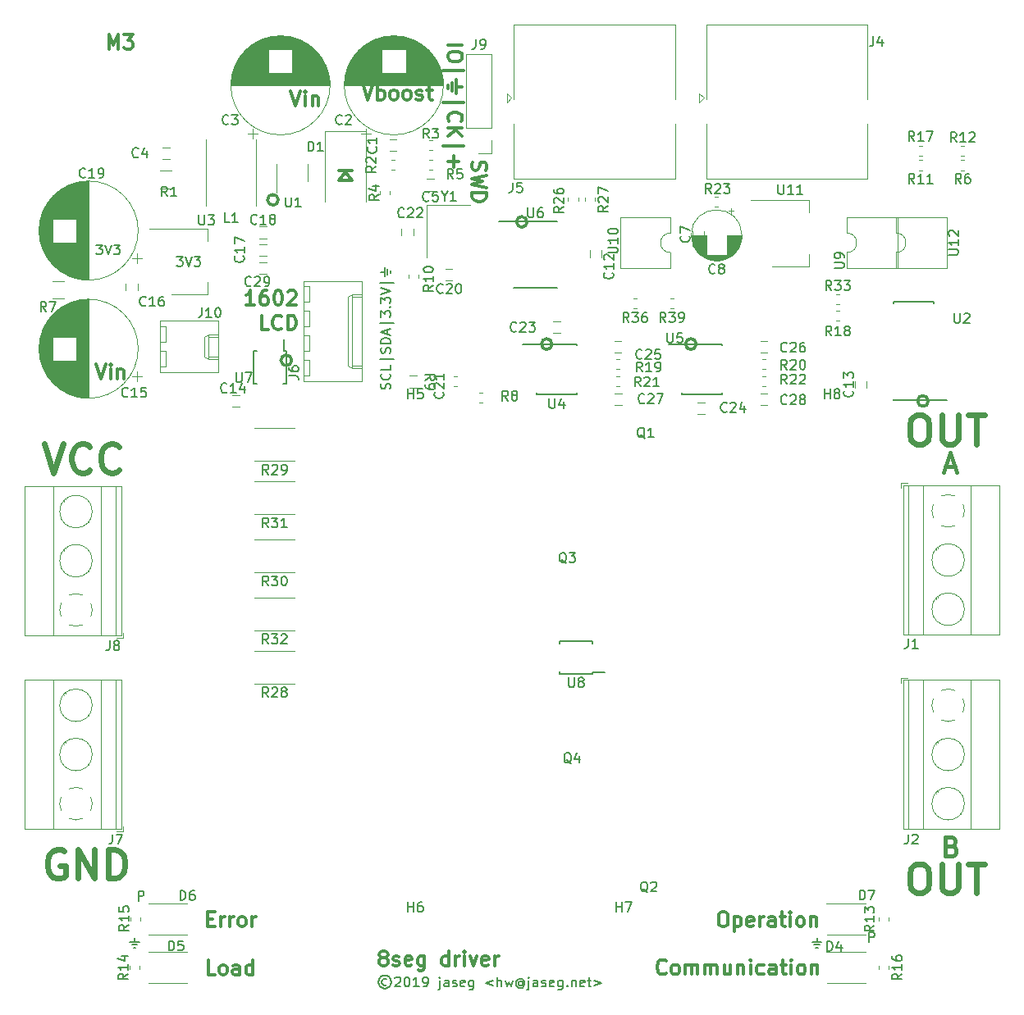
<source format=gbr>
G04 #@! TF.GenerationSoftware,KiCad,Pcbnew,(5.0.1)*
G04 #@! TF.CreationDate,2019-01-31T10:54:59+09:00*
G04 #@! TF.ProjectId,driver,6472697665722E6B696361645F706362,rev?*
G04 #@! TF.SameCoordinates,Original*
G04 #@! TF.FileFunction,Legend,Top*
G04 #@! TF.FilePolarity,Positive*
%FSLAX46Y46*%
G04 Gerber Fmt 4.6, Leading zero omitted, Abs format (unit mm)*
G04 Created by KiCad (PCBNEW (5.0.1)) date Thu Jan 31 10:54:59 2019*
%MOMM*%
%LPD*%
G01*
G04 APERTURE LIST*
%ADD10C,0.300000*%
%ADD11C,0.600000*%
%ADD12C,0.200000*%
%ADD13C,0.450000*%
%ADD14C,0.120000*%
%ADD15C,0.150000*%
G04 APERTURE END LIST*
D10*
X162950000Y-93500000D02*
G75*
G03X162950000Y-93500000I-550000J0D01*
G01*
X121550000Y-75000000D02*
G75*
G03X121550000Y-75000000I-550000J0D01*
G01*
X113371428Y-56764285D02*
X114871428Y-56764285D01*
X114871428Y-57764285D02*
X114871428Y-58050000D01*
X114800000Y-58192857D01*
X114657142Y-58335714D01*
X114371428Y-58407142D01*
X113871428Y-58407142D01*
X113585714Y-58335714D01*
X113442857Y-58192857D01*
X113371428Y-58050000D01*
X113371428Y-57764285D01*
X113442857Y-57621428D01*
X113585714Y-57478571D01*
X113871428Y-57407142D01*
X114371428Y-57407142D01*
X114657142Y-57478571D01*
X114800000Y-57621428D01*
X114871428Y-57764285D01*
X112871428Y-59407142D02*
X115014285Y-59407142D01*
X114228571Y-60335714D02*
X114228571Y-61764285D01*
X113800000Y-60621428D02*
X113800000Y-61478571D01*
X114871428Y-61050000D02*
X114228571Y-61050000D01*
X113371428Y-61192857D02*
X113371428Y-60907142D01*
X112871428Y-62692857D02*
X115014285Y-62692857D01*
X113514285Y-64621428D02*
X113442857Y-64550000D01*
X113371428Y-64335714D01*
X113371428Y-64192857D01*
X113442857Y-63978571D01*
X113585714Y-63835714D01*
X113728571Y-63764285D01*
X114014285Y-63692857D01*
X114228571Y-63692857D01*
X114514285Y-63764285D01*
X114657142Y-63835714D01*
X114800000Y-63978571D01*
X114871428Y-64192857D01*
X114871428Y-64335714D01*
X114800000Y-64550000D01*
X114728571Y-64621428D01*
X113371428Y-65264285D02*
X114871428Y-65264285D01*
X113371428Y-66121428D02*
X114228571Y-65478571D01*
X114871428Y-66121428D02*
X114014285Y-65264285D01*
X112871428Y-67121428D02*
X115014285Y-67121428D01*
X113942857Y-68192857D02*
X113942857Y-69335714D01*
X113371428Y-68764285D02*
X114514285Y-68764285D01*
D11*
X161750000Y-94957142D02*
X162321428Y-94957142D01*
X162607142Y-95100000D01*
X162892857Y-95385714D01*
X163035714Y-95957142D01*
X163035714Y-96957142D01*
X162892857Y-97528571D01*
X162607142Y-97814285D01*
X162321428Y-97957142D01*
X161750000Y-97957142D01*
X161464285Y-97814285D01*
X161178571Y-97528571D01*
X161035714Y-96957142D01*
X161035714Y-95957142D01*
X161178571Y-95385714D01*
X161464285Y-95100000D01*
X161750000Y-94957142D01*
X164321428Y-94957142D02*
X164321428Y-97385714D01*
X164464285Y-97671428D01*
X164607142Y-97814285D01*
X164892857Y-97957142D01*
X165464285Y-97957142D01*
X165750000Y-97814285D01*
X165892857Y-97671428D01*
X166035714Y-97385714D01*
X166035714Y-94957142D01*
X167035714Y-94957142D02*
X168750000Y-94957142D01*
X167892857Y-97957142D02*
X167892857Y-94957142D01*
D10*
X97250000Y-89300000D02*
G75*
G03X97250000Y-89300000I-550000J0D01*
G01*
X77064285Y-89678571D02*
X77564285Y-91178571D01*
X78064285Y-89678571D01*
X78564285Y-91178571D02*
X78564285Y-90178571D01*
X78564285Y-89678571D02*
X78492857Y-89750000D01*
X78564285Y-89821428D01*
X78635714Y-89750000D01*
X78564285Y-89678571D01*
X78564285Y-89821428D01*
X79278571Y-90178571D02*
X79278571Y-91178571D01*
X79278571Y-90321428D02*
X79350000Y-90250000D01*
X79492857Y-90178571D01*
X79707142Y-90178571D01*
X79850000Y-90250000D01*
X79921428Y-90392857D01*
X79921428Y-91178571D01*
X104628571Y-60878571D02*
X105128571Y-62378571D01*
X105628571Y-60878571D01*
X106128571Y-62378571D02*
X106128571Y-60878571D01*
X106128571Y-61450000D02*
X106271428Y-61378571D01*
X106557142Y-61378571D01*
X106700000Y-61450000D01*
X106771428Y-61521428D01*
X106842857Y-61664285D01*
X106842857Y-62092857D01*
X106771428Y-62235714D01*
X106700000Y-62307142D01*
X106557142Y-62378571D01*
X106271428Y-62378571D01*
X106128571Y-62307142D01*
X107700000Y-62378571D02*
X107557142Y-62307142D01*
X107485714Y-62235714D01*
X107414285Y-62092857D01*
X107414285Y-61664285D01*
X107485714Y-61521428D01*
X107557142Y-61450000D01*
X107700000Y-61378571D01*
X107914285Y-61378571D01*
X108057142Y-61450000D01*
X108128571Y-61521428D01*
X108200000Y-61664285D01*
X108200000Y-62092857D01*
X108128571Y-62235714D01*
X108057142Y-62307142D01*
X107914285Y-62378571D01*
X107700000Y-62378571D01*
X109057142Y-62378571D02*
X108914285Y-62307142D01*
X108842857Y-62235714D01*
X108771428Y-62092857D01*
X108771428Y-61664285D01*
X108842857Y-61521428D01*
X108914285Y-61450000D01*
X109057142Y-61378571D01*
X109271428Y-61378571D01*
X109414285Y-61450000D01*
X109485714Y-61521428D01*
X109557142Y-61664285D01*
X109557142Y-62092857D01*
X109485714Y-62235714D01*
X109414285Y-62307142D01*
X109271428Y-62378571D01*
X109057142Y-62378571D01*
X110128571Y-62307142D02*
X110271428Y-62378571D01*
X110557142Y-62378571D01*
X110700000Y-62307142D01*
X110771428Y-62164285D01*
X110771428Y-62092857D01*
X110700000Y-61950000D01*
X110557142Y-61878571D01*
X110342857Y-61878571D01*
X110200000Y-61807142D01*
X110128571Y-61664285D01*
X110128571Y-61592857D01*
X110200000Y-61450000D01*
X110342857Y-61378571D01*
X110557142Y-61378571D01*
X110700000Y-61450000D01*
X111200000Y-61378571D02*
X111771428Y-61378571D01*
X111414285Y-60878571D02*
X111414285Y-62164285D01*
X111485714Y-62307142D01*
X111628571Y-62378571D01*
X111771428Y-62378571D01*
X97164285Y-61478571D02*
X97664285Y-62978571D01*
X98164285Y-61478571D01*
X98664285Y-62978571D02*
X98664285Y-61978571D01*
X98664285Y-61478571D02*
X98592857Y-61550000D01*
X98664285Y-61621428D01*
X98735714Y-61550000D01*
X98664285Y-61478571D01*
X98664285Y-61621428D01*
X99378571Y-61978571D02*
X99378571Y-62978571D01*
X99378571Y-62121428D02*
X99450000Y-62050000D01*
X99592857Y-61978571D01*
X99807142Y-61978571D01*
X99950000Y-62050000D01*
X100021428Y-62192857D01*
X100021428Y-62978571D01*
X102100000Y-69700000D02*
X103500000Y-69700000D01*
X102800000Y-69900000D02*
X102100000Y-70700000D01*
X103500000Y-70700000D02*
X102800000Y-69900000D01*
X102200000Y-70700000D02*
X103500000Y-70700000D01*
D12*
X85386904Y-78577380D02*
X86005952Y-78577380D01*
X85672619Y-78958333D01*
X85815476Y-78958333D01*
X85910714Y-79005952D01*
X85958333Y-79053571D01*
X86005952Y-79148809D01*
X86005952Y-79386904D01*
X85958333Y-79482142D01*
X85910714Y-79529761D01*
X85815476Y-79577380D01*
X85529761Y-79577380D01*
X85434523Y-79529761D01*
X85386904Y-79482142D01*
X86291666Y-78577380D02*
X86625000Y-79577380D01*
X86958333Y-78577380D01*
X87196428Y-78577380D02*
X87815476Y-78577380D01*
X87482142Y-78958333D01*
X87625000Y-78958333D01*
X87720238Y-79005952D01*
X87767857Y-79053571D01*
X87815476Y-79148809D01*
X87815476Y-79386904D01*
X87767857Y-79482142D01*
X87720238Y-79529761D01*
X87625000Y-79577380D01*
X87339285Y-79577380D01*
X87244047Y-79529761D01*
X87196428Y-79482142D01*
X77086904Y-77377380D02*
X77705952Y-77377380D01*
X77372619Y-77758333D01*
X77515476Y-77758333D01*
X77610714Y-77805952D01*
X77658333Y-77853571D01*
X77705952Y-77948809D01*
X77705952Y-78186904D01*
X77658333Y-78282142D01*
X77610714Y-78329761D01*
X77515476Y-78377380D01*
X77229761Y-78377380D01*
X77134523Y-78329761D01*
X77086904Y-78282142D01*
X77991666Y-77377380D02*
X78325000Y-78377380D01*
X78658333Y-77377380D01*
X78896428Y-77377380D02*
X79515476Y-77377380D01*
X79182142Y-77758333D01*
X79325000Y-77758333D01*
X79420238Y-77805952D01*
X79467857Y-77853571D01*
X79515476Y-77948809D01*
X79515476Y-78186904D01*
X79467857Y-78282142D01*
X79420238Y-78329761D01*
X79325000Y-78377380D01*
X79039285Y-78377380D01*
X78944047Y-78329761D01*
X78896428Y-78282142D01*
D10*
X89378571Y-152728571D02*
X88664285Y-152728571D01*
X88664285Y-151228571D01*
X90092857Y-152728571D02*
X89950000Y-152657142D01*
X89878571Y-152585714D01*
X89807142Y-152442857D01*
X89807142Y-152014285D01*
X89878571Y-151871428D01*
X89950000Y-151800000D01*
X90092857Y-151728571D01*
X90307142Y-151728571D01*
X90450000Y-151800000D01*
X90521428Y-151871428D01*
X90592857Y-152014285D01*
X90592857Y-152442857D01*
X90521428Y-152585714D01*
X90450000Y-152657142D01*
X90307142Y-152728571D01*
X90092857Y-152728571D01*
X91878571Y-152728571D02*
X91878571Y-151942857D01*
X91807142Y-151800000D01*
X91664285Y-151728571D01*
X91378571Y-151728571D01*
X91235714Y-151800000D01*
X91878571Y-152657142D02*
X91735714Y-152728571D01*
X91378571Y-152728571D01*
X91235714Y-152657142D01*
X91164285Y-152514285D01*
X91164285Y-152371428D01*
X91235714Y-152228571D01*
X91378571Y-152157142D01*
X91735714Y-152157142D01*
X91878571Y-152085714D01*
X93235714Y-152728571D02*
X93235714Y-151228571D01*
X93235714Y-152657142D02*
X93092857Y-152728571D01*
X92807142Y-152728571D01*
X92664285Y-152657142D01*
X92592857Y-152585714D01*
X92521428Y-152442857D01*
X92521428Y-152014285D01*
X92592857Y-151871428D01*
X92664285Y-151800000D01*
X92807142Y-151728571D01*
X93092857Y-151728571D01*
X93235714Y-151800000D01*
X88607142Y-146992857D02*
X89107142Y-146992857D01*
X89321428Y-147778571D02*
X88607142Y-147778571D01*
X88607142Y-146278571D01*
X89321428Y-146278571D01*
X89964285Y-147778571D02*
X89964285Y-146778571D01*
X89964285Y-147064285D02*
X90035714Y-146921428D01*
X90107142Y-146850000D01*
X90250000Y-146778571D01*
X90392857Y-146778571D01*
X90892857Y-147778571D02*
X90892857Y-146778571D01*
X90892857Y-147064285D02*
X90964285Y-146921428D01*
X91035714Y-146850000D01*
X91178571Y-146778571D01*
X91321428Y-146778571D01*
X92035714Y-147778571D02*
X91892857Y-147707142D01*
X91821428Y-147635714D01*
X91750000Y-147492857D01*
X91750000Y-147064285D01*
X91821428Y-146921428D01*
X91892857Y-146850000D01*
X92035714Y-146778571D01*
X92250000Y-146778571D01*
X92392857Y-146850000D01*
X92464285Y-146921428D01*
X92535714Y-147064285D01*
X92535714Y-147492857D01*
X92464285Y-147635714D01*
X92392857Y-147707142D01*
X92250000Y-147778571D01*
X92035714Y-147778571D01*
X93178571Y-147778571D02*
X93178571Y-146778571D01*
X93178571Y-147064285D02*
X93250000Y-146921428D01*
X93321428Y-146850000D01*
X93464285Y-146778571D01*
X93607142Y-146778571D01*
X135882142Y-152560714D02*
X135810714Y-152632142D01*
X135596428Y-152703571D01*
X135453571Y-152703571D01*
X135239285Y-152632142D01*
X135096428Y-152489285D01*
X135025000Y-152346428D01*
X134953571Y-152060714D01*
X134953571Y-151846428D01*
X135025000Y-151560714D01*
X135096428Y-151417857D01*
X135239285Y-151275000D01*
X135453571Y-151203571D01*
X135596428Y-151203571D01*
X135810714Y-151275000D01*
X135882142Y-151346428D01*
X136739285Y-152703571D02*
X136596428Y-152632142D01*
X136525000Y-152560714D01*
X136453571Y-152417857D01*
X136453571Y-151989285D01*
X136525000Y-151846428D01*
X136596428Y-151775000D01*
X136739285Y-151703571D01*
X136953571Y-151703571D01*
X137096428Y-151775000D01*
X137167857Y-151846428D01*
X137239285Y-151989285D01*
X137239285Y-152417857D01*
X137167857Y-152560714D01*
X137096428Y-152632142D01*
X136953571Y-152703571D01*
X136739285Y-152703571D01*
X137882142Y-152703571D02*
X137882142Y-151703571D01*
X137882142Y-151846428D02*
X137953571Y-151775000D01*
X138096428Y-151703571D01*
X138310714Y-151703571D01*
X138453571Y-151775000D01*
X138525000Y-151917857D01*
X138525000Y-152703571D01*
X138525000Y-151917857D02*
X138596428Y-151775000D01*
X138739285Y-151703571D01*
X138953571Y-151703571D01*
X139096428Y-151775000D01*
X139167857Y-151917857D01*
X139167857Y-152703571D01*
X139882142Y-152703571D02*
X139882142Y-151703571D01*
X139882142Y-151846428D02*
X139953571Y-151775000D01*
X140096428Y-151703571D01*
X140310714Y-151703571D01*
X140453571Y-151775000D01*
X140525000Y-151917857D01*
X140525000Y-152703571D01*
X140525000Y-151917857D02*
X140596428Y-151775000D01*
X140739285Y-151703571D01*
X140953571Y-151703571D01*
X141096428Y-151775000D01*
X141167857Y-151917857D01*
X141167857Y-152703571D01*
X142525000Y-151703571D02*
X142525000Y-152703571D01*
X141882142Y-151703571D02*
X141882142Y-152489285D01*
X141953571Y-152632142D01*
X142096428Y-152703571D01*
X142310714Y-152703571D01*
X142453571Y-152632142D01*
X142525000Y-152560714D01*
X143239285Y-151703571D02*
X143239285Y-152703571D01*
X143239285Y-151846428D02*
X143310714Y-151775000D01*
X143453571Y-151703571D01*
X143667857Y-151703571D01*
X143810714Y-151775000D01*
X143882142Y-151917857D01*
X143882142Y-152703571D01*
X144596428Y-152703571D02*
X144596428Y-151703571D01*
X144596428Y-151203571D02*
X144525000Y-151275000D01*
X144596428Y-151346428D01*
X144667857Y-151275000D01*
X144596428Y-151203571D01*
X144596428Y-151346428D01*
X145953571Y-152632142D02*
X145810714Y-152703571D01*
X145525000Y-152703571D01*
X145382142Y-152632142D01*
X145310714Y-152560714D01*
X145239285Y-152417857D01*
X145239285Y-151989285D01*
X145310714Y-151846428D01*
X145382142Y-151775000D01*
X145525000Y-151703571D01*
X145810714Y-151703571D01*
X145953571Y-151775000D01*
X147239285Y-152703571D02*
X147239285Y-151917857D01*
X147167857Y-151775000D01*
X147025000Y-151703571D01*
X146739285Y-151703571D01*
X146596428Y-151775000D01*
X147239285Y-152632142D02*
X147096428Y-152703571D01*
X146739285Y-152703571D01*
X146596428Y-152632142D01*
X146525000Y-152489285D01*
X146525000Y-152346428D01*
X146596428Y-152203571D01*
X146739285Y-152132142D01*
X147096428Y-152132142D01*
X147239285Y-152060714D01*
X147739285Y-151703571D02*
X148310714Y-151703571D01*
X147953571Y-151203571D02*
X147953571Y-152489285D01*
X148025000Y-152632142D01*
X148167857Y-152703571D01*
X148310714Y-152703571D01*
X148810714Y-152703571D02*
X148810714Y-151703571D01*
X148810714Y-151203571D02*
X148739285Y-151275000D01*
X148810714Y-151346428D01*
X148882142Y-151275000D01*
X148810714Y-151203571D01*
X148810714Y-151346428D01*
X149739285Y-152703571D02*
X149596428Y-152632142D01*
X149525000Y-152560714D01*
X149453571Y-152417857D01*
X149453571Y-151989285D01*
X149525000Y-151846428D01*
X149596428Y-151775000D01*
X149739285Y-151703571D01*
X149953571Y-151703571D01*
X150096428Y-151775000D01*
X150167857Y-151846428D01*
X150239285Y-151989285D01*
X150239285Y-152417857D01*
X150167857Y-152560714D01*
X150096428Y-152632142D01*
X149953571Y-152703571D01*
X149739285Y-152703571D01*
X150882142Y-151703571D02*
X150882142Y-152703571D01*
X150882142Y-151846428D02*
X150953571Y-151775000D01*
X151096428Y-151703571D01*
X151310714Y-151703571D01*
X151453571Y-151775000D01*
X151525000Y-151917857D01*
X151525000Y-152703571D01*
X141650000Y-146278571D02*
X141935714Y-146278571D01*
X142078571Y-146350000D01*
X142221428Y-146492857D01*
X142292857Y-146778571D01*
X142292857Y-147278571D01*
X142221428Y-147564285D01*
X142078571Y-147707142D01*
X141935714Y-147778571D01*
X141650000Y-147778571D01*
X141507142Y-147707142D01*
X141364285Y-147564285D01*
X141292857Y-147278571D01*
X141292857Y-146778571D01*
X141364285Y-146492857D01*
X141507142Y-146350000D01*
X141650000Y-146278571D01*
X142935714Y-146778571D02*
X142935714Y-148278571D01*
X142935714Y-146850000D02*
X143078571Y-146778571D01*
X143364285Y-146778571D01*
X143507142Y-146850000D01*
X143578571Y-146921428D01*
X143650000Y-147064285D01*
X143650000Y-147492857D01*
X143578571Y-147635714D01*
X143507142Y-147707142D01*
X143364285Y-147778571D01*
X143078571Y-147778571D01*
X142935714Y-147707142D01*
X144864285Y-147707142D02*
X144721428Y-147778571D01*
X144435714Y-147778571D01*
X144292857Y-147707142D01*
X144221428Y-147564285D01*
X144221428Y-146992857D01*
X144292857Y-146850000D01*
X144435714Y-146778571D01*
X144721428Y-146778571D01*
X144864285Y-146850000D01*
X144935714Y-146992857D01*
X144935714Y-147135714D01*
X144221428Y-147278571D01*
X145578571Y-147778571D02*
X145578571Y-146778571D01*
X145578571Y-147064285D02*
X145650000Y-146921428D01*
X145721428Y-146850000D01*
X145864285Y-146778571D01*
X146007142Y-146778571D01*
X147150000Y-147778571D02*
X147150000Y-146992857D01*
X147078571Y-146850000D01*
X146935714Y-146778571D01*
X146650000Y-146778571D01*
X146507142Y-146850000D01*
X147150000Y-147707142D02*
X147007142Y-147778571D01*
X146650000Y-147778571D01*
X146507142Y-147707142D01*
X146435714Y-147564285D01*
X146435714Y-147421428D01*
X146507142Y-147278571D01*
X146650000Y-147207142D01*
X147007142Y-147207142D01*
X147150000Y-147135714D01*
X147650000Y-146778571D02*
X148221428Y-146778571D01*
X147864285Y-146278571D02*
X147864285Y-147564285D01*
X147935714Y-147707142D01*
X148078571Y-147778571D01*
X148221428Y-147778571D01*
X148721428Y-147778571D02*
X148721428Y-146778571D01*
X148721428Y-146278571D02*
X148650000Y-146350000D01*
X148721428Y-146421428D01*
X148792857Y-146350000D01*
X148721428Y-146278571D01*
X148721428Y-146421428D01*
X149650000Y-147778571D02*
X149507142Y-147707142D01*
X149435714Y-147635714D01*
X149364285Y-147492857D01*
X149364285Y-147064285D01*
X149435714Y-146921428D01*
X149507142Y-146850000D01*
X149650000Y-146778571D01*
X149864285Y-146778571D01*
X150007142Y-146850000D01*
X150078571Y-146921428D01*
X150150000Y-147064285D01*
X150150000Y-147492857D01*
X150078571Y-147635714D01*
X150007142Y-147707142D01*
X149864285Y-147778571D01*
X149650000Y-147778571D01*
X150792857Y-146778571D02*
X150792857Y-147778571D01*
X150792857Y-146921428D02*
X150864285Y-146850000D01*
X151007142Y-146778571D01*
X151221428Y-146778571D01*
X151364285Y-146850000D01*
X151435714Y-146992857D01*
X151435714Y-147778571D01*
X78385714Y-57178571D02*
X78385714Y-55678571D01*
X78885714Y-56750000D01*
X79385714Y-55678571D01*
X79385714Y-57178571D01*
X79957142Y-55678571D02*
X80885714Y-55678571D01*
X80385714Y-56250000D01*
X80600000Y-56250000D01*
X80742857Y-56321428D01*
X80814285Y-56392857D01*
X80885714Y-56535714D01*
X80885714Y-56892857D01*
X80814285Y-57035714D01*
X80742857Y-57107142D01*
X80600000Y-57178571D01*
X80171428Y-57178571D01*
X80028571Y-57107142D01*
X79957142Y-57035714D01*
D12*
X107059523Y-153215476D02*
X106964285Y-153167857D01*
X106773809Y-153167857D01*
X106678571Y-153215476D01*
X106583333Y-153310714D01*
X106535714Y-153405952D01*
X106535714Y-153596428D01*
X106583333Y-153691666D01*
X106678571Y-153786904D01*
X106773809Y-153834523D01*
X106964285Y-153834523D01*
X107059523Y-153786904D01*
X106869047Y-152834523D02*
X106630952Y-152882142D01*
X106392857Y-153025000D01*
X106250000Y-153263095D01*
X106202380Y-153501190D01*
X106250000Y-153739285D01*
X106392857Y-153977380D01*
X106630952Y-154120238D01*
X106869047Y-154167857D01*
X107107142Y-154120238D01*
X107345238Y-153977380D01*
X107488095Y-153739285D01*
X107535714Y-153501190D01*
X107488095Y-153263095D01*
X107345238Y-153025000D01*
X107107142Y-152882142D01*
X106869047Y-152834523D01*
X107916666Y-153072619D02*
X107964285Y-153025000D01*
X108059523Y-152977380D01*
X108297619Y-152977380D01*
X108392857Y-153025000D01*
X108440476Y-153072619D01*
X108488095Y-153167857D01*
X108488095Y-153263095D01*
X108440476Y-153405952D01*
X107869047Y-153977380D01*
X108488095Y-153977380D01*
X109107142Y-152977380D02*
X109202380Y-152977380D01*
X109297619Y-153025000D01*
X109345238Y-153072619D01*
X109392857Y-153167857D01*
X109440476Y-153358333D01*
X109440476Y-153596428D01*
X109392857Y-153786904D01*
X109345238Y-153882142D01*
X109297619Y-153929761D01*
X109202380Y-153977380D01*
X109107142Y-153977380D01*
X109011904Y-153929761D01*
X108964285Y-153882142D01*
X108916666Y-153786904D01*
X108869047Y-153596428D01*
X108869047Y-153358333D01*
X108916666Y-153167857D01*
X108964285Y-153072619D01*
X109011904Y-153025000D01*
X109107142Y-152977380D01*
X110392857Y-153977380D02*
X109821428Y-153977380D01*
X110107142Y-153977380D02*
X110107142Y-152977380D01*
X110011904Y-153120238D01*
X109916666Y-153215476D01*
X109821428Y-153263095D01*
X110869047Y-153977380D02*
X111059523Y-153977380D01*
X111154761Y-153929761D01*
X111202380Y-153882142D01*
X111297619Y-153739285D01*
X111345238Y-153548809D01*
X111345238Y-153167857D01*
X111297619Y-153072619D01*
X111250000Y-153025000D01*
X111154761Y-152977380D01*
X110964285Y-152977380D01*
X110869047Y-153025000D01*
X110821428Y-153072619D01*
X110773809Y-153167857D01*
X110773809Y-153405952D01*
X110821428Y-153501190D01*
X110869047Y-153548809D01*
X110964285Y-153596428D01*
X111154761Y-153596428D01*
X111250000Y-153548809D01*
X111297619Y-153501190D01*
X111345238Y-153405952D01*
X112535714Y-153310714D02*
X112535714Y-154167857D01*
X112488095Y-154263095D01*
X112392857Y-154310714D01*
X112345238Y-154310714D01*
X112535714Y-152977380D02*
X112488095Y-153025000D01*
X112535714Y-153072619D01*
X112583333Y-153025000D01*
X112535714Y-152977380D01*
X112535714Y-153072619D01*
X113440476Y-153977380D02*
X113440476Y-153453571D01*
X113392857Y-153358333D01*
X113297619Y-153310714D01*
X113107142Y-153310714D01*
X113011904Y-153358333D01*
X113440476Y-153929761D02*
X113345238Y-153977380D01*
X113107142Y-153977380D01*
X113011904Y-153929761D01*
X112964285Y-153834523D01*
X112964285Y-153739285D01*
X113011904Y-153644047D01*
X113107142Y-153596428D01*
X113345238Y-153596428D01*
X113440476Y-153548809D01*
X113869047Y-153929761D02*
X113964285Y-153977380D01*
X114154761Y-153977380D01*
X114250000Y-153929761D01*
X114297619Y-153834523D01*
X114297619Y-153786904D01*
X114250000Y-153691666D01*
X114154761Y-153644047D01*
X114011904Y-153644047D01*
X113916666Y-153596428D01*
X113869047Y-153501190D01*
X113869047Y-153453571D01*
X113916666Y-153358333D01*
X114011904Y-153310714D01*
X114154761Y-153310714D01*
X114250000Y-153358333D01*
X115107142Y-153929761D02*
X115011904Y-153977380D01*
X114821428Y-153977380D01*
X114726190Y-153929761D01*
X114678571Y-153834523D01*
X114678571Y-153453571D01*
X114726190Y-153358333D01*
X114821428Y-153310714D01*
X115011904Y-153310714D01*
X115107142Y-153358333D01*
X115154761Y-153453571D01*
X115154761Y-153548809D01*
X114678571Y-153644047D01*
X116011904Y-153310714D02*
X116011904Y-154120238D01*
X115964285Y-154215476D01*
X115916666Y-154263095D01*
X115821428Y-154310714D01*
X115678571Y-154310714D01*
X115583333Y-154263095D01*
X116011904Y-153929761D02*
X115916666Y-153977380D01*
X115726190Y-153977380D01*
X115630952Y-153929761D01*
X115583333Y-153882142D01*
X115535714Y-153786904D01*
X115535714Y-153501190D01*
X115583333Y-153405952D01*
X115630952Y-153358333D01*
X115726190Y-153310714D01*
X115916666Y-153310714D01*
X116011904Y-153358333D01*
X118011904Y-153310714D02*
X117250000Y-153596428D01*
X118011904Y-153882142D01*
X118488095Y-153977380D02*
X118488095Y-152977380D01*
X118916666Y-153977380D02*
X118916666Y-153453571D01*
X118869047Y-153358333D01*
X118773809Y-153310714D01*
X118630952Y-153310714D01*
X118535714Y-153358333D01*
X118488095Y-153405952D01*
X119297619Y-153310714D02*
X119488095Y-153977380D01*
X119678571Y-153501190D01*
X119869047Y-153977380D01*
X120059523Y-153310714D01*
X121059523Y-153501190D02*
X121011904Y-153453571D01*
X120916666Y-153405952D01*
X120821428Y-153405952D01*
X120726190Y-153453571D01*
X120678571Y-153501190D01*
X120630952Y-153596428D01*
X120630952Y-153691666D01*
X120678571Y-153786904D01*
X120726190Y-153834523D01*
X120821428Y-153882142D01*
X120916666Y-153882142D01*
X121011904Y-153834523D01*
X121059523Y-153786904D01*
X121059523Y-153405952D02*
X121059523Y-153786904D01*
X121107142Y-153834523D01*
X121154761Y-153834523D01*
X121250000Y-153786904D01*
X121297619Y-153691666D01*
X121297619Y-153453571D01*
X121202380Y-153310714D01*
X121059523Y-153215476D01*
X120869047Y-153167857D01*
X120678571Y-153215476D01*
X120535714Y-153310714D01*
X120440476Y-153453571D01*
X120392857Y-153644047D01*
X120440476Y-153834523D01*
X120535714Y-153977380D01*
X120678571Y-154072619D01*
X120869047Y-154120238D01*
X121059523Y-154072619D01*
X121202380Y-153977380D01*
X121726190Y-153310714D02*
X121726190Y-154167857D01*
X121678571Y-154263095D01*
X121583333Y-154310714D01*
X121535714Y-154310714D01*
X121726190Y-152977380D02*
X121678571Y-153025000D01*
X121726190Y-153072619D01*
X121773809Y-153025000D01*
X121726190Y-152977380D01*
X121726190Y-153072619D01*
X122630952Y-153977380D02*
X122630952Y-153453571D01*
X122583333Y-153358333D01*
X122488095Y-153310714D01*
X122297619Y-153310714D01*
X122202380Y-153358333D01*
X122630952Y-153929761D02*
X122535714Y-153977380D01*
X122297619Y-153977380D01*
X122202380Y-153929761D01*
X122154761Y-153834523D01*
X122154761Y-153739285D01*
X122202380Y-153644047D01*
X122297619Y-153596428D01*
X122535714Y-153596428D01*
X122630952Y-153548809D01*
X123059523Y-153929761D02*
X123154761Y-153977380D01*
X123345238Y-153977380D01*
X123440476Y-153929761D01*
X123488095Y-153834523D01*
X123488095Y-153786904D01*
X123440476Y-153691666D01*
X123345238Y-153644047D01*
X123202380Y-153644047D01*
X123107142Y-153596428D01*
X123059523Y-153501190D01*
X123059523Y-153453571D01*
X123107142Y-153358333D01*
X123202380Y-153310714D01*
X123345238Y-153310714D01*
X123440476Y-153358333D01*
X124297619Y-153929761D02*
X124202380Y-153977380D01*
X124011904Y-153977380D01*
X123916666Y-153929761D01*
X123869047Y-153834523D01*
X123869047Y-153453571D01*
X123916666Y-153358333D01*
X124011904Y-153310714D01*
X124202380Y-153310714D01*
X124297619Y-153358333D01*
X124345238Y-153453571D01*
X124345238Y-153548809D01*
X123869047Y-153644047D01*
X125202380Y-153310714D02*
X125202380Y-154120238D01*
X125154761Y-154215476D01*
X125107142Y-154263095D01*
X125011904Y-154310714D01*
X124869047Y-154310714D01*
X124773809Y-154263095D01*
X125202380Y-153929761D02*
X125107142Y-153977380D01*
X124916666Y-153977380D01*
X124821428Y-153929761D01*
X124773809Y-153882142D01*
X124726190Y-153786904D01*
X124726190Y-153501190D01*
X124773809Y-153405952D01*
X124821428Y-153358333D01*
X124916666Y-153310714D01*
X125107142Y-153310714D01*
X125202380Y-153358333D01*
X125678571Y-153882142D02*
X125726190Y-153929761D01*
X125678571Y-153977380D01*
X125630952Y-153929761D01*
X125678571Y-153882142D01*
X125678571Y-153977380D01*
X126154761Y-153310714D02*
X126154761Y-153977380D01*
X126154761Y-153405952D02*
X126202380Y-153358333D01*
X126297619Y-153310714D01*
X126440476Y-153310714D01*
X126535714Y-153358333D01*
X126583333Y-153453571D01*
X126583333Y-153977380D01*
X127440476Y-153929761D02*
X127345238Y-153977380D01*
X127154761Y-153977380D01*
X127059523Y-153929761D01*
X127011904Y-153834523D01*
X127011904Y-153453571D01*
X127059523Y-153358333D01*
X127154761Y-153310714D01*
X127345238Y-153310714D01*
X127440476Y-153358333D01*
X127488095Y-153453571D01*
X127488095Y-153548809D01*
X127011904Y-153644047D01*
X127773809Y-153310714D02*
X128154761Y-153310714D01*
X127916666Y-152977380D02*
X127916666Y-153834523D01*
X127964285Y-153929761D01*
X128059523Y-153977380D01*
X128154761Y-153977380D01*
X128488095Y-153310714D02*
X129250000Y-153596428D01*
X128488095Y-153882142D01*
D10*
X106603571Y-150971428D02*
X106460714Y-150900000D01*
X106389285Y-150828571D01*
X106317857Y-150685714D01*
X106317857Y-150614285D01*
X106389285Y-150471428D01*
X106460714Y-150400000D01*
X106603571Y-150328571D01*
X106889285Y-150328571D01*
X107032142Y-150400000D01*
X107103571Y-150471428D01*
X107175000Y-150614285D01*
X107175000Y-150685714D01*
X107103571Y-150828571D01*
X107032142Y-150900000D01*
X106889285Y-150971428D01*
X106603571Y-150971428D01*
X106460714Y-151042857D01*
X106389285Y-151114285D01*
X106317857Y-151257142D01*
X106317857Y-151542857D01*
X106389285Y-151685714D01*
X106460714Y-151757142D01*
X106603571Y-151828571D01*
X106889285Y-151828571D01*
X107032142Y-151757142D01*
X107103571Y-151685714D01*
X107175000Y-151542857D01*
X107175000Y-151257142D01*
X107103571Y-151114285D01*
X107032142Y-151042857D01*
X106889285Y-150971428D01*
X107746428Y-151757142D02*
X107889285Y-151828571D01*
X108175000Y-151828571D01*
X108317857Y-151757142D01*
X108389285Y-151614285D01*
X108389285Y-151542857D01*
X108317857Y-151400000D01*
X108175000Y-151328571D01*
X107960714Y-151328571D01*
X107817857Y-151257142D01*
X107746428Y-151114285D01*
X107746428Y-151042857D01*
X107817857Y-150900000D01*
X107960714Y-150828571D01*
X108175000Y-150828571D01*
X108317857Y-150900000D01*
X109603571Y-151757142D02*
X109460714Y-151828571D01*
X109175000Y-151828571D01*
X109032142Y-151757142D01*
X108960714Y-151614285D01*
X108960714Y-151042857D01*
X109032142Y-150900000D01*
X109175000Y-150828571D01*
X109460714Y-150828571D01*
X109603571Y-150900000D01*
X109675000Y-151042857D01*
X109675000Y-151185714D01*
X108960714Y-151328571D01*
X110960714Y-150828571D02*
X110960714Y-152042857D01*
X110889285Y-152185714D01*
X110817857Y-152257142D01*
X110675000Y-152328571D01*
X110460714Y-152328571D01*
X110317857Y-152257142D01*
X110960714Y-151757142D02*
X110817857Y-151828571D01*
X110532142Y-151828571D01*
X110389285Y-151757142D01*
X110317857Y-151685714D01*
X110246428Y-151542857D01*
X110246428Y-151114285D01*
X110317857Y-150971428D01*
X110389285Y-150900000D01*
X110532142Y-150828571D01*
X110817857Y-150828571D01*
X110960714Y-150900000D01*
X113460714Y-151828571D02*
X113460714Y-150328571D01*
X113460714Y-151757142D02*
X113317857Y-151828571D01*
X113032142Y-151828571D01*
X112889285Y-151757142D01*
X112817857Y-151685714D01*
X112746428Y-151542857D01*
X112746428Y-151114285D01*
X112817857Y-150971428D01*
X112889285Y-150900000D01*
X113032142Y-150828571D01*
X113317857Y-150828571D01*
X113460714Y-150900000D01*
X114175000Y-151828571D02*
X114175000Y-150828571D01*
X114175000Y-151114285D02*
X114246428Y-150971428D01*
X114317857Y-150900000D01*
X114460714Y-150828571D01*
X114603571Y-150828571D01*
X115103571Y-151828571D02*
X115103571Y-150828571D01*
X115103571Y-150328571D02*
X115032142Y-150400000D01*
X115103571Y-150471428D01*
X115175000Y-150400000D01*
X115103571Y-150328571D01*
X115103571Y-150471428D01*
X115675000Y-150828571D02*
X116032142Y-151828571D01*
X116389285Y-150828571D01*
X117532142Y-151757142D02*
X117389285Y-151828571D01*
X117103571Y-151828571D01*
X116960714Y-151757142D01*
X116889285Y-151614285D01*
X116889285Y-151042857D01*
X116960714Y-150900000D01*
X117103571Y-150828571D01*
X117389285Y-150828571D01*
X117532142Y-150900000D01*
X117603571Y-151042857D01*
X117603571Y-151185714D01*
X116889285Y-151328571D01*
X118246428Y-151828571D02*
X118246428Y-150828571D01*
X118246428Y-151114285D02*
X118317857Y-150971428D01*
X118389285Y-150900000D01*
X118532142Y-150828571D01*
X118675000Y-150828571D01*
X95875000Y-72725000D02*
G75*
G03X95875000Y-72725000I-550000J0D01*
G01*
X139000000Y-87625000D02*
G75*
G03X139000000Y-87625000I-550000J0D01*
G01*
X124125000Y-87625000D02*
G75*
G03X124125000Y-87625000I-550000J0D01*
G01*
D12*
X80573809Y-149380952D02*
X81526190Y-149380952D01*
X80764285Y-149666666D02*
X81335714Y-149666666D01*
X81050000Y-148952380D02*
X81050000Y-149380952D01*
X81145238Y-149952380D02*
X80954761Y-149952380D01*
X150973809Y-149355952D02*
X151926190Y-149355952D01*
X151164285Y-149641666D02*
X151735714Y-149641666D01*
X151450000Y-148927380D02*
X151450000Y-149355952D01*
X151545238Y-149927380D02*
X151354761Y-149927380D01*
X156838095Y-149352380D02*
X156838095Y-148352380D01*
X157219047Y-148352380D01*
X157314285Y-148400000D01*
X157361904Y-148447619D01*
X157409523Y-148542857D01*
X157409523Y-148685714D01*
X157361904Y-148780952D01*
X157314285Y-148828571D01*
X157219047Y-148876190D01*
X156838095Y-148876190D01*
X81438095Y-145102380D02*
X81438095Y-144102380D01*
X81819047Y-144102380D01*
X81914285Y-144150000D01*
X81961904Y-144197619D01*
X82009523Y-144292857D01*
X82009523Y-144435714D01*
X81961904Y-144530952D01*
X81914285Y-144578571D01*
X81819047Y-144626190D01*
X81438095Y-144626190D01*
X107404761Y-92261904D02*
X107452380Y-92119047D01*
X107452380Y-91880952D01*
X107404761Y-91785714D01*
X107357142Y-91738095D01*
X107261904Y-91690476D01*
X107166666Y-91690476D01*
X107071428Y-91738095D01*
X107023809Y-91785714D01*
X106976190Y-91880952D01*
X106928571Y-92071428D01*
X106880952Y-92166666D01*
X106833333Y-92214285D01*
X106738095Y-92261904D01*
X106642857Y-92261904D01*
X106547619Y-92214285D01*
X106500000Y-92166666D01*
X106452380Y-92071428D01*
X106452380Y-91833333D01*
X106500000Y-91690476D01*
X107357142Y-90690476D02*
X107404761Y-90738095D01*
X107452380Y-90880952D01*
X107452380Y-90976190D01*
X107404761Y-91119047D01*
X107309523Y-91214285D01*
X107214285Y-91261904D01*
X107023809Y-91309523D01*
X106880952Y-91309523D01*
X106690476Y-91261904D01*
X106595238Y-91214285D01*
X106500000Y-91119047D01*
X106452380Y-90976190D01*
X106452380Y-90880952D01*
X106500000Y-90738095D01*
X106547619Y-90690476D01*
X107452380Y-89785714D02*
X107452380Y-90261904D01*
X106452380Y-90261904D01*
X107785714Y-89214285D02*
X106357142Y-89214285D01*
X107404761Y-88547619D02*
X107452380Y-88404761D01*
X107452380Y-88166666D01*
X107404761Y-88071428D01*
X107357142Y-88023809D01*
X107261904Y-87976190D01*
X107166666Y-87976190D01*
X107071428Y-88023809D01*
X107023809Y-88071428D01*
X106976190Y-88166666D01*
X106928571Y-88357142D01*
X106880952Y-88452380D01*
X106833333Y-88500000D01*
X106738095Y-88547619D01*
X106642857Y-88547619D01*
X106547619Y-88500000D01*
X106500000Y-88452380D01*
X106452380Y-88357142D01*
X106452380Y-88119047D01*
X106500000Y-87976190D01*
X107452380Y-87547619D02*
X106452380Y-87547619D01*
X106452380Y-87309523D01*
X106500000Y-87166666D01*
X106595238Y-87071428D01*
X106690476Y-87023809D01*
X106880952Y-86976190D01*
X107023809Y-86976190D01*
X107214285Y-87023809D01*
X107309523Y-87071428D01*
X107404761Y-87166666D01*
X107452380Y-87309523D01*
X107452380Y-87547619D01*
X107166666Y-86595238D02*
X107166666Y-86119047D01*
X107452380Y-86690476D02*
X106452380Y-86357142D01*
X107452380Y-86023809D01*
X107785714Y-85452380D02*
X106357142Y-85452380D01*
X106452380Y-84833333D02*
X106452380Y-84214285D01*
X106833333Y-84547619D01*
X106833333Y-84404761D01*
X106880952Y-84309523D01*
X106928571Y-84261904D01*
X107023809Y-84214285D01*
X107261904Y-84214285D01*
X107357142Y-84261904D01*
X107404761Y-84309523D01*
X107452380Y-84404761D01*
X107452380Y-84690476D01*
X107404761Y-84785714D01*
X107357142Y-84833333D01*
X107357142Y-83785714D02*
X107404761Y-83738095D01*
X107452380Y-83785714D01*
X107404761Y-83833333D01*
X107357142Y-83785714D01*
X107452380Y-83785714D01*
X106452380Y-83404761D02*
X106452380Y-82785714D01*
X106833333Y-83119047D01*
X106833333Y-82976190D01*
X106880952Y-82880952D01*
X106928571Y-82833333D01*
X107023809Y-82785714D01*
X107261904Y-82785714D01*
X107357142Y-82833333D01*
X107404761Y-82880952D01*
X107452380Y-82976190D01*
X107452380Y-83261904D01*
X107404761Y-83357142D01*
X107357142Y-83404761D01*
X106452380Y-82500000D02*
X107452380Y-82166666D01*
X106452380Y-81833333D01*
X107785714Y-81261904D02*
X106357142Y-81261904D01*
X106880952Y-80642857D02*
X106880952Y-79690476D01*
X107166666Y-80452380D02*
X107166666Y-79880952D01*
X106452380Y-80166666D02*
X106880952Y-80166666D01*
X107452380Y-80071428D02*
X107452380Y-80261904D01*
D10*
X93433571Y-83603571D02*
X92576428Y-83603571D01*
X93005000Y-83603571D02*
X93005000Y-82103571D01*
X92862142Y-82317857D01*
X92719285Y-82460714D01*
X92576428Y-82532142D01*
X94719285Y-82103571D02*
X94433571Y-82103571D01*
X94290714Y-82175000D01*
X94219285Y-82246428D01*
X94076428Y-82460714D01*
X94005000Y-82746428D01*
X94005000Y-83317857D01*
X94076428Y-83460714D01*
X94147857Y-83532142D01*
X94290714Y-83603571D01*
X94576428Y-83603571D01*
X94719285Y-83532142D01*
X94790714Y-83460714D01*
X94862142Y-83317857D01*
X94862142Y-82960714D01*
X94790714Y-82817857D01*
X94719285Y-82746428D01*
X94576428Y-82675000D01*
X94290714Y-82675000D01*
X94147857Y-82746428D01*
X94076428Y-82817857D01*
X94005000Y-82960714D01*
X95790714Y-82103571D02*
X95933571Y-82103571D01*
X96076428Y-82175000D01*
X96147857Y-82246428D01*
X96219285Y-82389285D01*
X96290714Y-82675000D01*
X96290714Y-83032142D01*
X96219285Y-83317857D01*
X96147857Y-83460714D01*
X96076428Y-83532142D01*
X95933571Y-83603571D01*
X95790714Y-83603571D01*
X95647857Y-83532142D01*
X95576428Y-83460714D01*
X95505000Y-83317857D01*
X95433571Y-83032142D01*
X95433571Y-82675000D01*
X95505000Y-82389285D01*
X95576428Y-82246428D01*
X95647857Y-82175000D01*
X95790714Y-82103571D01*
X96862142Y-82246428D02*
X96933571Y-82175000D01*
X97076428Y-82103571D01*
X97433571Y-82103571D01*
X97576428Y-82175000D01*
X97647857Y-82246428D01*
X97719285Y-82389285D01*
X97719285Y-82532142D01*
X97647857Y-82746428D01*
X96790714Y-83603571D01*
X97719285Y-83603571D01*
X94862142Y-86153571D02*
X94147857Y-86153571D01*
X94147857Y-84653571D01*
X96219285Y-86010714D02*
X96147857Y-86082142D01*
X95933571Y-86153571D01*
X95790714Y-86153571D01*
X95576428Y-86082142D01*
X95433571Y-85939285D01*
X95362142Y-85796428D01*
X95290714Y-85510714D01*
X95290714Y-85296428D01*
X95362142Y-85010714D01*
X95433571Y-84867857D01*
X95576428Y-84725000D01*
X95790714Y-84653571D01*
X95933571Y-84653571D01*
X96147857Y-84725000D01*
X96219285Y-84796428D01*
X96862142Y-86153571D02*
X96862142Y-84653571D01*
X97219285Y-84653571D01*
X97433571Y-84725000D01*
X97576428Y-84867857D01*
X97647857Y-85010714D01*
X97719285Y-85296428D01*
X97719285Y-85510714D01*
X97647857Y-85796428D01*
X97576428Y-85939285D01*
X97433571Y-86082142D01*
X97219285Y-86153571D01*
X96862142Y-86153571D01*
X115942857Y-68814285D02*
X115871428Y-69028571D01*
X115871428Y-69385714D01*
X115942857Y-69528571D01*
X116014285Y-69600000D01*
X116157142Y-69671428D01*
X116300000Y-69671428D01*
X116442857Y-69600000D01*
X116514285Y-69528571D01*
X116585714Y-69385714D01*
X116657142Y-69100000D01*
X116728571Y-68957142D01*
X116800000Y-68885714D01*
X116942857Y-68814285D01*
X117085714Y-68814285D01*
X117228571Y-68885714D01*
X117300000Y-68957142D01*
X117371428Y-69100000D01*
X117371428Y-69457142D01*
X117300000Y-69671428D01*
X117371428Y-70171428D02*
X115871428Y-70528571D01*
X116942857Y-70814285D01*
X115871428Y-71100000D01*
X117371428Y-71457142D01*
X115871428Y-72028571D02*
X117371428Y-72028571D01*
X117371428Y-72385714D01*
X117300000Y-72600000D01*
X117157142Y-72742857D01*
X117014285Y-72814285D01*
X116728571Y-72885714D01*
X116514285Y-72885714D01*
X116228571Y-72814285D01*
X116085714Y-72742857D01*
X115942857Y-72600000D01*
X115871428Y-72385714D01*
X115871428Y-72028571D01*
D13*
X165342857Y-139457142D02*
X165628571Y-139552380D01*
X165723809Y-139647619D01*
X165819047Y-139838095D01*
X165819047Y-140123809D01*
X165723809Y-140314285D01*
X165628571Y-140409523D01*
X165438095Y-140504761D01*
X164676190Y-140504761D01*
X164676190Y-138504761D01*
X165342857Y-138504761D01*
X165533333Y-138600000D01*
X165628571Y-138695238D01*
X165723809Y-138885714D01*
X165723809Y-139076190D01*
X165628571Y-139266666D01*
X165533333Y-139361904D01*
X165342857Y-139457142D01*
X164676190Y-139457142D01*
D11*
X161750000Y-141307142D02*
X162321428Y-141307142D01*
X162607142Y-141450000D01*
X162892857Y-141735714D01*
X163035714Y-142307142D01*
X163035714Y-143307142D01*
X162892857Y-143878571D01*
X162607142Y-144164285D01*
X162321428Y-144307142D01*
X161750000Y-144307142D01*
X161464285Y-144164285D01*
X161178571Y-143878571D01*
X161035714Y-143307142D01*
X161035714Y-142307142D01*
X161178571Y-141735714D01*
X161464285Y-141450000D01*
X161750000Y-141307142D01*
X164321428Y-141307142D02*
X164321428Y-143735714D01*
X164464285Y-144021428D01*
X164607142Y-144164285D01*
X164892857Y-144307142D01*
X165464285Y-144307142D01*
X165750000Y-144164285D01*
X165892857Y-144021428D01*
X166035714Y-143735714D01*
X166035714Y-141307142D01*
X167035714Y-141307142D02*
X168750000Y-141307142D01*
X167892857Y-144307142D02*
X167892857Y-141307142D01*
D13*
X164723809Y-100283333D02*
X165676190Y-100283333D01*
X164533333Y-100854761D02*
X165200000Y-98854761D01*
X165866666Y-100854761D01*
D11*
X71700000Y-97907142D02*
X72700000Y-100907142D01*
X73700000Y-97907142D01*
X76414285Y-100621428D02*
X76271428Y-100764285D01*
X75842857Y-100907142D01*
X75557142Y-100907142D01*
X75128571Y-100764285D01*
X74842857Y-100478571D01*
X74700000Y-100192857D01*
X74557142Y-99621428D01*
X74557142Y-99192857D01*
X74700000Y-98621428D01*
X74842857Y-98335714D01*
X75128571Y-98050000D01*
X75557142Y-97907142D01*
X75842857Y-97907142D01*
X76271428Y-98050000D01*
X76414285Y-98192857D01*
X79414285Y-100621428D02*
X79271428Y-100764285D01*
X78842857Y-100907142D01*
X78557142Y-100907142D01*
X78128571Y-100764285D01*
X77842857Y-100478571D01*
X77700000Y-100192857D01*
X77557142Y-99621428D01*
X77557142Y-99192857D01*
X77700000Y-98621428D01*
X77842857Y-98335714D01*
X78128571Y-98050000D01*
X78557142Y-97907142D01*
X78842857Y-97907142D01*
X79271428Y-98050000D01*
X79414285Y-98192857D01*
X73764285Y-139950000D02*
X73478571Y-139807142D01*
X73050000Y-139807142D01*
X72621428Y-139950000D01*
X72335714Y-140235714D01*
X72192857Y-140521428D01*
X72050000Y-141092857D01*
X72050000Y-141521428D01*
X72192857Y-142092857D01*
X72335714Y-142378571D01*
X72621428Y-142664285D01*
X73050000Y-142807142D01*
X73335714Y-142807142D01*
X73764285Y-142664285D01*
X73907142Y-142521428D01*
X73907142Y-141521428D01*
X73335714Y-141521428D01*
X75192857Y-142807142D02*
X75192857Y-139807142D01*
X76907142Y-142807142D01*
X76907142Y-139807142D01*
X78335714Y-142807142D02*
X78335714Y-139807142D01*
X79050000Y-139807142D01*
X79478571Y-139950000D01*
X79764285Y-140235714D01*
X79907142Y-140521428D01*
X80050000Y-141092857D01*
X80050000Y-141521428D01*
X79907142Y-142092857D01*
X79764285Y-142378571D01*
X79478571Y-142664285D01*
X79050000Y-142807142D01*
X78335714Y-142807142D01*
D14*
G04 #@! TO.C,J6*
X99100000Y-81680000D02*
X98480000Y-81680000D01*
X99100000Y-83280000D02*
X99100000Y-81680000D01*
X98480000Y-83280000D02*
X99100000Y-83280000D01*
X99100000Y-84220000D02*
X98480000Y-84220000D01*
X99100000Y-85820000D02*
X99100000Y-84220000D01*
X98480000Y-85820000D02*
X99100000Y-85820000D01*
X99100000Y-86760000D02*
X98480000Y-86760000D01*
X99100000Y-88360000D02*
X99100000Y-86760000D01*
X98480000Y-88360000D02*
X99100000Y-88360000D01*
X99100000Y-89300000D02*
X98480000Y-89300000D01*
X99100000Y-90900000D02*
X99100000Y-89300000D01*
X98480000Y-90900000D02*
X99100000Y-90900000D01*
X104480000Y-82730000D02*
X103480000Y-82730000D01*
X104480000Y-89850000D02*
X103480000Y-89850000D01*
X103050000Y-82730000D02*
X103480000Y-82480000D01*
X103050000Y-89850000D02*
X103050000Y-82730000D01*
X103480000Y-90100000D02*
X103050000Y-89850000D01*
X103480000Y-82480000D02*
X104480000Y-82480000D01*
X103480000Y-90100000D02*
X103480000Y-82480000D01*
X104480000Y-90100000D02*
X103480000Y-90100000D01*
X98480000Y-81110000D02*
X98480000Y-91470000D01*
X104480000Y-81110000D02*
X98480000Y-81110000D01*
X104480000Y-91470000D02*
X104480000Y-81110000D01*
X98480000Y-91470000D02*
X104480000Y-91470000D01*
D15*
G04 #@! TO.C,U7*
X96675000Y-88325000D02*
X96450000Y-88325000D01*
X96675000Y-91675000D02*
X96375000Y-91675000D01*
X93325000Y-91675000D02*
X93625000Y-91675000D01*
X93325000Y-88325000D02*
X93625000Y-88325000D01*
X96675000Y-88325000D02*
X96675000Y-91675000D01*
X93325000Y-88325000D02*
X93325000Y-91675000D01*
X96450000Y-88325000D02*
X96450000Y-87100000D01*
G04 #@! TO.C,U6*
X120175000Y-81850000D02*
X124625000Y-81850000D01*
X118650000Y-74950000D02*
X124625000Y-74950000D01*
D14*
G04 #@! TO.C,R3*
X111428733Y-66590000D02*
X111771267Y-66590000D01*
X111428733Y-67610000D02*
X111771267Y-67610000D01*
G04 #@! TO.C,R39*
X136671267Y-82890000D02*
X136328733Y-82890000D01*
X136671267Y-83910000D02*
X136328733Y-83910000D01*
G04 #@! TO.C,U12*
X159640000Y-76160000D02*
G75*
G02X159640000Y-78160000I0J-1000000D01*
G01*
X159640000Y-78160000D02*
X159640000Y-79810000D01*
X159640000Y-79810000D02*
X164840000Y-79810000D01*
X164840000Y-79810000D02*
X164840000Y-74510000D01*
X164840000Y-74510000D02*
X159640000Y-74510000D01*
X159640000Y-74510000D02*
X159640000Y-76160000D01*
G04 #@! TO.C,C1*
X107350000Y-66500000D02*
X108050000Y-66500000D01*
X108050000Y-67700000D02*
X107350000Y-67700000D01*
G04 #@! TO.C,C4*
X84650000Y-68550000D02*
X83950000Y-68550000D01*
X83950000Y-67350000D02*
X84650000Y-67350000D01*
G04 #@! TO.C,C5*
X111924999Y-71774999D02*
X111224999Y-71774999D01*
X111224999Y-70574999D02*
X111924999Y-70574999D01*
G04 #@! TO.C,C12*
X129200000Y-77950000D02*
X129200000Y-78650000D01*
X128000000Y-78650000D02*
X128000000Y-77950000D01*
G04 #@! TO.C,C13*
X156600000Y-91450000D02*
X156600000Y-92150000D01*
X155400000Y-92150000D02*
X155400000Y-91450000D01*
G04 #@! TO.C,C14*
X91850000Y-94100000D02*
X91150000Y-94100000D01*
X91150000Y-92900000D02*
X91850000Y-92900000D01*
G04 #@! TO.C,C16*
X80150000Y-82100000D02*
X80150000Y-81400000D01*
X81350000Y-81400000D02*
X81350000Y-82100000D01*
G04 #@! TO.C,C17*
X94650000Y-78500000D02*
X93950000Y-78500000D01*
X93950000Y-77300000D02*
X94650000Y-77300000D01*
G04 #@! TO.C,C18*
X94650000Y-76700000D02*
X93950000Y-76700000D01*
X93950000Y-75500000D02*
X94650000Y-75500000D01*
G04 #@! TO.C,C20*
X113850000Y-81050000D02*
X113150000Y-81050000D01*
X113150000Y-79850000D02*
X113850000Y-79850000D01*
G04 #@! TO.C,C21*
X109450000Y-90900000D02*
X110150000Y-90900000D01*
X110150000Y-92100000D02*
X109450000Y-92100000D01*
G04 #@! TO.C,C22*
X108600000Y-76400000D02*
X108600000Y-75700000D01*
X109800000Y-75700000D02*
X109800000Y-76400000D01*
G04 #@! TO.C,C23*
X124250000Y-85300000D02*
X124950000Y-85300000D01*
X124950000Y-86500000D02*
X124250000Y-86500000D01*
G04 #@! TO.C,C24*
X139850000Y-94850000D02*
X139150000Y-94850000D01*
X139150000Y-93650000D02*
X139850000Y-93650000D01*
G04 #@! TO.C,C25*
X130550000Y-87300000D02*
X131250000Y-87300000D01*
X131250000Y-88500000D02*
X130550000Y-88500000D01*
G04 #@! TO.C,C26*
X145650000Y-87300000D02*
X146350000Y-87300000D01*
X146350000Y-88500000D02*
X145650000Y-88500000D01*
G04 #@! TO.C,C27*
X130600000Y-92700000D02*
X131300000Y-92700000D01*
X131300000Y-93900000D02*
X130600000Y-93900000D01*
G04 #@! TO.C,C28*
X146350000Y-93900000D02*
X145650000Y-93900000D01*
X145650000Y-92700000D02*
X146350000Y-92700000D01*
G04 #@! TO.C,C29*
X94650000Y-80400000D02*
X93950000Y-80400000D01*
X93950000Y-79200000D02*
X94650000Y-79200000D01*
G04 #@! TO.C,D1*
X104950000Y-65600000D02*
X100650000Y-65600000D01*
X100650000Y-65600000D02*
X100650000Y-72900000D01*
X104950000Y-65600000D02*
X104950000Y-72900000D01*
G04 #@! TO.C,D4*
X156450000Y-150400000D02*
X152450000Y-150400000D01*
X156500000Y-153600000D02*
X152500000Y-153600000D01*
G04 #@! TO.C,D5*
X86500000Y-153600000D02*
X82500000Y-153600000D01*
X86450000Y-150400000D02*
X82450000Y-150400000D01*
G04 #@! TO.C,D6*
X86500000Y-148600000D02*
X82500000Y-148600000D01*
X86450000Y-145400000D02*
X82450000Y-145400000D01*
G04 #@! TO.C,D7*
X156450000Y-145400000D02*
X152450000Y-145400000D01*
X156500000Y-148600000D02*
X152500000Y-148600000D01*
G04 #@! TO.C,J1*
X163465244Y-105523318D02*
G75*
G02X163320000Y-104840000I1534756J683318D01*
G01*
X165683042Y-106375426D02*
G75*
G02X164316000Y-106375000I-683042J1535426D01*
G01*
X166535426Y-104156958D02*
G75*
G02X166535000Y-105524000I-1535426J-683042D01*
G01*
X164316958Y-103304574D02*
G75*
G02X165684000Y-103305000I683042J-1535426D01*
G01*
X163319747Y-104868805D02*
G75*
G02X163465000Y-104156000I1680253J28805D01*
G01*
X166680000Y-109920000D02*
G75*
G03X166680000Y-109920000I-1680000J0D01*
G01*
X166680000Y-115000000D02*
G75*
G03X166680000Y-115000000I-1680000J0D01*
G01*
X160900000Y-102240000D02*
X160900000Y-117600000D01*
X162400000Y-102240000D02*
X162400000Y-117600000D01*
X167301000Y-102240000D02*
X167301000Y-117600000D01*
X170261000Y-102240000D02*
X170261000Y-117600000D01*
X160340000Y-102240000D02*
X160340000Y-117600000D01*
X170261000Y-102240000D02*
X160340000Y-102240000D01*
X170261000Y-117600000D02*
X160340000Y-117600000D01*
X166069000Y-111195000D02*
X166023000Y-111148000D01*
X163761000Y-108886000D02*
X163726000Y-108851000D01*
X166275000Y-110990000D02*
X166239000Y-110955000D01*
X163977000Y-108693000D02*
X163931000Y-108646000D01*
X166069000Y-116275000D02*
X166023000Y-116228000D01*
X163761000Y-113966000D02*
X163726000Y-113931000D01*
X166275000Y-116070000D02*
X166239000Y-116035000D01*
X163977000Y-113773000D02*
X163931000Y-113726000D01*
X160840000Y-102000000D02*
X160100000Y-102000000D01*
X160100000Y-102000000D02*
X160100000Y-102500000D01*
G04 #@! TO.C,J2*
X160100000Y-122080000D02*
X160100000Y-122580000D01*
X160840000Y-122080000D02*
X160100000Y-122080000D01*
X163977000Y-133853000D02*
X163931000Y-133806000D01*
X166275000Y-136150000D02*
X166239000Y-136115000D01*
X163761000Y-134046000D02*
X163726000Y-134011000D01*
X166069000Y-136355000D02*
X166023000Y-136308000D01*
X163977000Y-128773000D02*
X163931000Y-128726000D01*
X166275000Y-131070000D02*
X166239000Y-131035000D01*
X163761000Y-128966000D02*
X163726000Y-128931000D01*
X166069000Y-131275000D02*
X166023000Y-131228000D01*
X170261000Y-137680000D02*
X160340000Y-137680000D01*
X170261000Y-122320000D02*
X160340000Y-122320000D01*
X160340000Y-122320000D02*
X160340000Y-137680000D01*
X170261000Y-122320000D02*
X170261000Y-137680000D01*
X167301000Y-122320000D02*
X167301000Y-137680000D01*
X162400000Y-122320000D02*
X162400000Y-137680000D01*
X160900000Y-122320000D02*
X160900000Y-137680000D01*
X166680000Y-135080000D02*
G75*
G03X166680000Y-135080000I-1680000J0D01*
G01*
X166680000Y-130000000D02*
G75*
G03X166680000Y-130000000I-1680000J0D01*
G01*
X163319747Y-124948805D02*
G75*
G02X163465000Y-124236000I1680253J28805D01*
G01*
X164316958Y-123384574D02*
G75*
G02X165684000Y-123385000I683042J-1535426D01*
G01*
X166535426Y-124236958D02*
G75*
G02X166535000Y-125604000I-1535426J-683042D01*
G01*
X165683042Y-126455426D02*
G75*
G02X164316000Y-126455000I-683042J1535426D01*
G01*
X163465244Y-125603318D02*
G75*
G02X163320000Y-124920000I1534756J683318D01*
G01*
G04 #@! TO.C,J7*
X79900000Y-137920000D02*
X79900000Y-137420000D01*
X79160000Y-137920000D02*
X79900000Y-137920000D01*
X76023000Y-126147000D02*
X76069000Y-126194000D01*
X73725000Y-123850000D02*
X73761000Y-123885000D01*
X76239000Y-125954000D02*
X76274000Y-125989000D01*
X73931000Y-123645000D02*
X73977000Y-123692000D01*
X76023000Y-131227000D02*
X76069000Y-131274000D01*
X73725000Y-128930000D02*
X73761000Y-128965000D01*
X76239000Y-131034000D02*
X76274000Y-131069000D01*
X73931000Y-128725000D02*
X73977000Y-128772000D01*
X69739000Y-122320000D02*
X79660000Y-122320000D01*
X69739000Y-137680000D02*
X79660000Y-137680000D01*
X79660000Y-137680000D02*
X79660000Y-122320000D01*
X69739000Y-137680000D02*
X69739000Y-122320000D01*
X72699000Y-137680000D02*
X72699000Y-122320000D01*
X77600000Y-137680000D02*
X77600000Y-122320000D01*
X79100000Y-137680000D02*
X79100000Y-122320000D01*
X76680000Y-124920000D02*
G75*
G03X76680000Y-124920000I-1680000J0D01*
G01*
X76680000Y-130000000D02*
G75*
G03X76680000Y-130000000I-1680000J0D01*
G01*
X76680253Y-135051195D02*
G75*
G02X76535000Y-135764000I-1680253J-28805D01*
G01*
X75683042Y-136615426D02*
G75*
G02X74316000Y-136615000I-683042J1535426D01*
G01*
X73464574Y-135763042D02*
G75*
G02X73465000Y-134396000I1535426J683042D01*
G01*
X74316958Y-133544574D02*
G75*
G02X75684000Y-133545000I683042J-1535426D01*
G01*
X76534756Y-134396682D02*
G75*
G02X76680000Y-135080000I-1534756J-683318D01*
G01*
G04 #@! TO.C,J8*
X76534756Y-114396682D02*
G75*
G02X76680000Y-115080000I-1534756J-683318D01*
G01*
X74316958Y-113544574D02*
G75*
G02X75684000Y-113545000I683042J-1535426D01*
G01*
X73464574Y-115763042D02*
G75*
G02X73465000Y-114396000I1535426J683042D01*
G01*
X75683042Y-116615426D02*
G75*
G02X74316000Y-116615000I-683042J1535426D01*
G01*
X76680253Y-115051195D02*
G75*
G02X76535000Y-115764000I-1680253J-28805D01*
G01*
X76680000Y-110000000D02*
G75*
G03X76680000Y-110000000I-1680000J0D01*
G01*
X76680000Y-104920000D02*
G75*
G03X76680000Y-104920000I-1680000J0D01*
G01*
X79100000Y-117680000D02*
X79100000Y-102320000D01*
X77600000Y-117680000D02*
X77600000Y-102320000D01*
X72699000Y-117680000D02*
X72699000Y-102320000D01*
X69739000Y-117680000D02*
X69739000Y-102320000D01*
X79660000Y-117680000D02*
X79660000Y-102320000D01*
X69739000Y-117680000D02*
X79660000Y-117680000D01*
X69739000Y-102320000D02*
X79660000Y-102320000D01*
X73931000Y-108725000D02*
X73977000Y-108772000D01*
X76239000Y-111034000D02*
X76274000Y-111069000D01*
X73725000Y-108930000D02*
X73761000Y-108965000D01*
X76023000Y-111227000D02*
X76069000Y-111274000D01*
X73931000Y-103645000D02*
X73977000Y-103692000D01*
X76239000Y-105954000D02*
X76274000Y-105989000D01*
X73725000Y-103850000D02*
X73761000Y-103885000D01*
X76023000Y-106147000D02*
X76069000Y-106194000D01*
X79160000Y-117920000D02*
X79900000Y-117920000D01*
X79900000Y-117920000D02*
X79900000Y-117420000D01*
G04 #@! TO.C,L1*
X93550000Y-66450000D02*
X93550000Y-73350000D01*
X88450000Y-66450000D02*
X88450000Y-73350000D01*
G04 #@! TO.C,R2*
X107528733Y-69610000D02*
X107871267Y-69610000D01*
X107528733Y-68590000D02*
X107871267Y-68590000D01*
G04 #@! TO.C,R4*
X107410000Y-72171267D02*
X107410000Y-71828733D01*
X106390000Y-72171267D02*
X106390000Y-71828733D01*
G04 #@! TO.C,R5*
X111428733Y-68590000D02*
X111771267Y-68590000D01*
X111428733Y-69610000D02*
X111771267Y-69610000D01*
G04 #@! TO.C,R7*
X72597936Y-81090000D02*
X73802064Y-81090000D01*
X72597936Y-82910000D02*
X73802064Y-82910000D01*
G04 #@! TO.C,R8*
X116971267Y-92640000D02*
X116628733Y-92640000D01*
X116971267Y-93660000D02*
X116628733Y-93660000D01*
G04 #@! TO.C,R9*
X114321267Y-92010000D02*
X113978733Y-92010000D01*
X114321267Y-90990000D02*
X113978733Y-90990000D01*
G04 #@! TO.C,R10*
X110310000Y-80771267D02*
X110310000Y-80428733D01*
X109290000Y-80771267D02*
X109290000Y-80428733D01*
G04 #@! TO.C,R13*
X157840000Y-147171267D02*
X157840000Y-146828733D01*
X158860000Y-147171267D02*
X158860000Y-146828733D01*
G04 #@! TO.C,R14*
X81560000Y-152171267D02*
X81560000Y-151828733D01*
X80540000Y-152171267D02*
X80540000Y-151828733D01*
G04 #@! TO.C,R15*
X81610000Y-147171267D02*
X81610000Y-146828733D01*
X80590000Y-147171267D02*
X80590000Y-146828733D01*
G04 #@! TO.C,R16*
X157840000Y-151828733D02*
X157840000Y-152171267D01*
X158860000Y-151828733D02*
X158860000Y-152171267D01*
G04 #@! TO.C,R19*
X131071267Y-90210000D02*
X130728733Y-90210000D01*
X131071267Y-89190000D02*
X130728733Y-89190000D01*
G04 #@! TO.C,R20*
X146171267Y-89190000D02*
X145828733Y-89190000D01*
X146171267Y-90210000D02*
X145828733Y-90210000D01*
G04 #@! TO.C,R21*
X131071267Y-92010000D02*
X130728733Y-92010000D01*
X131071267Y-90990000D02*
X130728733Y-90990000D01*
G04 #@! TO.C,R22*
X146171267Y-90990000D02*
X145828733Y-90990000D01*
X146171267Y-92010000D02*
X145828733Y-92010000D01*
G04 #@! TO.C,R23*
X141271267Y-73460000D02*
X140928733Y-73460000D01*
X141271267Y-72440000D02*
X140928733Y-72440000D01*
G04 #@! TO.C,R26*
X126810000Y-72528733D02*
X126810000Y-72871267D01*
X125790000Y-72528733D02*
X125790000Y-72871267D01*
G04 #@! TO.C,R27*
X127490000Y-72528733D02*
X127490000Y-72871267D01*
X128510000Y-72528733D02*
X128510000Y-72871267D01*
G04 #@! TO.C,R28*
X97552064Y-119290000D02*
X93447936Y-119290000D01*
X97552064Y-122710000D02*
X93447936Y-122710000D01*
G04 #@! TO.C,R29*
X97552064Y-99710000D02*
X93447936Y-99710000D01*
X97552064Y-96290000D02*
X93447936Y-96290000D01*
G04 #@! TO.C,R30*
X97552064Y-111210000D02*
X93447936Y-111210000D01*
X97552064Y-107790000D02*
X93447936Y-107790000D01*
G04 #@! TO.C,R31*
X97552064Y-101790000D02*
X93447936Y-101790000D01*
X97552064Y-105210000D02*
X93447936Y-105210000D01*
G04 #@! TO.C,R32*
X97552064Y-117210000D02*
X93447936Y-117210000D01*
X97552064Y-113790000D02*
X93447936Y-113790000D01*
G04 #@! TO.C,R33*
X153428733Y-82490000D02*
X153771267Y-82490000D01*
X153428733Y-83510000D02*
X153771267Y-83510000D01*
G04 #@! TO.C,R36*
X132528733Y-82890000D02*
X132871267Y-82890000D01*
X132528733Y-83910000D02*
X132871267Y-83910000D01*
G04 #@! TO.C,U1*
X98910000Y-70800000D02*
X98910000Y-69000000D01*
X95690000Y-69000000D02*
X95690000Y-71950000D01*
G04 #@! TO.C,U3*
X88610000Y-82510000D02*
X88610000Y-81250000D01*
X88610000Y-75690000D02*
X88610000Y-76950000D01*
X84850000Y-82510000D02*
X88610000Y-82510000D01*
X82600000Y-75690000D02*
X88610000Y-75690000D01*
G04 #@! TO.C,U9*
X154560000Y-74510000D02*
X154560000Y-76160000D01*
X159760000Y-74510000D02*
X154560000Y-74510000D01*
X159760000Y-79810000D02*
X159760000Y-74510000D01*
X154560000Y-79810000D02*
X159760000Y-79810000D01*
X154560000Y-78160000D02*
X154560000Y-79810000D01*
X154560000Y-76160000D02*
G75*
G02X154560000Y-78160000I0J-1000000D01*
G01*
G04 #@! TO.C,U10*
X136330000Y-78160000D02*
G75*
G02X136330000Y-76160000I0J1000000D01*
G01*
X136330000Y-76160000D02*
X136330000Y-74510000D01*
X136330000Y-74510000D02*
X131130000Y-74510000D01*
X131130000Y-74510000D02*
X131130000Y-79810000D01*
X131130000Y-79810000D02*
X136330000Y-79810000D01*
X136330000Y-79810000D02*
X136330000Y-78160000D01*
G04 #@! TO.C,Y1*
X115650000Y-73250000D02*
X111150000Y-73250000D01*
X111150000Y-73250000D02*
X111150000Y-78650000D01*
D15*
G04 #@! TO.C,U4*
X122525000Y-87675000D02*
X121125000Y-87675000D01*
X122525000Y-92775000D02*
X126675000Y-92775000D01*
X122525000Y-87625000D02*
X126675000Y-87625000D01*
X122525000Y-92775000D02*
X122525000Y-92630000D01*
X126675000Y-92775000D02*
X126675000Y-92630000D01*
X126675000Y-87625000D02*
X126675000Y-87770000D01*
X122525000Y-87625000D02*
X122525000Y-87675000D01*
G04 #@! TO.C,U5*
X137525000Y-87625000D02*
X137525000Y-87675000D01*
X141675000Y-87625000D02*
X141675000Y-87770000D01*
X141675000Y-92775000D02*
X141675000Y-92630000D01*
X137525000Y-92775000D02*
X137525000Y-92630000D01*
X137525000Y-87625000D02*
X141675000Y-87625000D01*
X137525000Y-92775000D02*
X141675000Y-92775000D01*
X137525000Y-87675000D02*
X136125000Y-87675000D01*
D14*
G04 #@! TO.C,C2*
X104425000Y-65879646D02*
X105425000Y-65879646D01*
X104925000Y-66379646D02*
X104925000Y-65379646D01*
X107201000Y-55819000D02*
X108399000Y-55819000D01*
X106938000Y-55859000D02*
X108662000Y-55859000D01*
X106738000Y-55899000D02*
X108862000Y-55899000D01*
X106570000Y-55939000D02*
X109030000Y-55939000D01*
X106422000Y-55979000D02*
X109178000Y-55979000D01*
X106290000Y-56019000D02*
X109310000Y-56019000D01*
X106170000Y-56059000D02*
X109430000Y-56059000D01*
X106058000Y-56099000D02*
X109542000Y-56099000D01*
X105954000Y-56139000D02*
X109646000Y-56139000D01*
X105856000Y-56179000D02*
X109744000Y-56179000D01*
X105763000Y-56219000D02*
X109837000Y-56219000D01*
X105675000Y-56259000D02*
X109925000Y-56259000D01*
X105591000Y-56299000D02*
X110009000Y-56299000D01*
X105511000Y-56339000D02*
X110089000Y-56339000D01*
X105435000Y-56379000D02*
X110165000Y-56379000D01*
X105361000Y-56419000D02*
X110239000Y-56419000D01*
X105290000Y-56459000D02*
X110310000Y-56459000D01*
X105221000Y-56499000D02*
X110379000Y-56499000D01*
X105155000Y-56539000D02*
X110445000Y-56539000D01*
X105091000Y-56579000D02*
X110509000Y-56579000D01*
X105030000Y-56619000D02*
X110570000Y-56619000D01*
X104970000Y-56659000D02*
X110630000Y-56659000D01*
X104911000Y-56699000D02*
X110689000Y-56699000D01*
X104855000Y-56739000D02*
X110745000Y-56739000D01*
X104800000Y-56779000D02*
X110800000Y-56779000D01*
X104746000Y-56819000D02*
X110854000Y-56819000D01*
X104694000Y-56859000D02*
X110906000Y-56859000D01*
X104644000Y-56899000D02*
X110956000Y-56899000D01*
X104594000Y-56939000D02*
X111006000Y-56939000D01*
X104546000Y-56979000D02*
X111054000Y-56979000D01*
X104499000Y-57019000D02*
X111101000Y-57019000D01*
X104453000Y-57059000D02*
X111147000Y-57059000D01*
X104408000Y-57099000D02*
X111192000Y-57099000D01*
X104364000Y-57139000D02*
X111236000Y-57139000D01*
X109041000Y-57179000D02*
X111278000Y-57179000D01*
X104322000Y-57179000D02*
X106559000Y-57179000D01*
X109041000Y-57219000D02*
X111320000Y-57219000D01*
X104280000Y-57219000D02*
X106559000Y-57219000D01*
X109041000Y-57259000D02*
X111361000Y-57259000D01*
X104239000Y-57259000D02*
X106559000Y-57259000D01*
X109041000Y-57299000D02*
X111401000Y-57299000D01*
X104199000Y-57299000D02*
X106559000Y-57299000D01*
X109041000Y-57339000D02*
X111440000Y-57339000D01*
X104160000Y-57339000D02*
X106559000Y-57339000D01*
X109041000Y-57379000D02*
X111479000Y-57379000D01*
X104121000Y-57379000D02*
X106559000Y-57379000D01*
X109041000Y-57419000D02*
X111516000Y-57419000D01*
X104084000Y-57419000D02*
X106559000Y-57419000D01*
X109041000Y-57459000D02*
X111553000Y-57459000D01*
X104047000Y-57459000D02*
X106559000Y-57459000D01*
X109041000Y-57499000D02*
X111589000Y-57499000D01*
X104011000Y-57499000D02*
X106559000Y-57499000D01*
X109041000Y-57539000D02*
X111624000Y-57539000D01*
X103976000Y-57539000D02*
X106559000Y-57539000D01*
X109041000Y-57579000D02*
X111658000Y-57579000D01*
X103942000Y-57579000D02*
X106559000Y-57579000D01*
X109041000Y-57619000D02*
X111692000Y-57619000D01*
X103908000Y-57619000D02*
X106559000Y-57619000D01*
X109041000Y-57659000D02*
X111725000Y-57659000D01*
X103875000Y-57659000D02*
X106559000Y-57659000D01*
X109041000Y-57699000D02*
X111757000Y-57699000D01*
X103843000Y-57699000D02*
X106559000Y-57699000D01*
X109041000Y-57739000D02*
X111789000Y-57739000D01*
X103811000Y-57739000D02*
X106559000Y-57739000D01*
X109041000Y-57779000D02*
X111820000Y-57779000D01*
X103780000Y-57779000D02*
X106559000Y-57779000D01*
X109041000Y-57819000D02*
X111850000Y-57819000D01*
X103750000Y-57819000D02*
X106559000Y-57819000D01*
X109041000Y-57859000D02*
X111880000Y-57859000D01*
X103720000Y-57859000D02*
X106559000Y-57859000D01*
X109041000Y-57899000D02*
X111910000Y-57899000D01*
X103690000Y-57899000D02*
X106559000Y-57899000D01*
X109041000Y-57939000D02*
X111938000Y-57939000D01*
X103662000Y-57939000D02*
X106559000Y-57939000D01*
X109041000Y-57979000D02*
X111966000Y-57979000D01*
X103634000Y-57979000D02*
X106559000Y-57979000D01*
X109041000Y-58019000D02*
X111994000Y-58019000D01*
X103606000Y-58019000D02*
X106559000Y-58019000D01*
X109041000Y-58059000D02*
X112021000Y-58059000D01*
X103579000Y-58059000D02*
X106559000Y-58059000D01*
X109041000Y-58099000D02*
X112047000Y-58099000D01*
X103553000Y-58099000D02*
X106559000Y-58099000D01*
X109041000Y-58139000D02*
X112073000Y-58139000D01*
X103527000Y-58139000D02*
X106559000Y-58139000D01*
X109041000Y-58179000D02*
X112098000Y-58179000D01*
X103502000Y-58179000D02*
X106559000Y-58179000D01*
X109041000Y-58219000D02*
X112123000Y-58219000D01*
X103477000Y-58219000D02*
X106559000Y-58219000D01*
X109041000Y-58259000D02*
X112147000Y-58259000D01*
X103453000Y-58259000D02*
X106559000Y-58259000D01*
X109041000Y-58299000D02*
X112171000Y-58299000D01*
X103429000Y-58299000D02*
X106559000Y-58299000D01*
X109041000Y-58339000D02*
X112195000Y-58339000D01*
X103405000Y-58339000D02*
X106559000Y-58339000D01*
X109041000Y-58379000D02*
X112217000Y-58379000D01*
X103383000Y-58379000D02*
X106559000Y-58379000D01*
X109041000Y-58419000D02*
X112240000Y-58419000D01*
X103360000Y-58419000D02*
X106559000Y-58419000D01*
X109041000Y-58459000D02*
X112262000Y-58459000D01*
X103338000Y-58459000D02*
X106559000Y-58459000D01*
X109041000Y-58499000D02*
X112283000Y-58499000D01*
X103317000Y-58499000D02*
X106559000Y-58499000D01*
X109041000Y-58539000D02*
X112304000Y-58539000D01*
X103296000Y-58539000D02*
X106559000Y-58539000D01*
X109041000Y-58579000D02*
X112325000Y-58579000D01*
X103275000Y-58579000D02*
X106559000Y-58579000D01*
X109041000Y-58619000D02*
X112345000Y-58619000D01*
X103255000Y-58619000D02*
X106559000Y-58619000D01*
X109041000Y-58659000D02*
X112364000Y-58659000D01*
X103236000Y-58659000D02*
X106559000Y-58659000D01*
X109041000Y-58699000D02*
X112384000Y-58699000D01*
X103216000Y-58699000D02*
X106559000Y-58699000D01*
X109041000Y-58739000D02*
X112403000Y-58739000D01*
X103197000Y-58739000D02*
X106559000Y-58739000D01*
X109041000Y-58779000D02*
X112421000Y-58779000D01*
X103179000Y-58779000D02*
X106559000Y-58779000D01*
X109041000Y-58819000D02*
X112439000Y-58819000D01*
X103161000Y-58819000D02*
X106559000Y-58819000D01*
X109041000Y-58859000D02*
X112457000Y-58859000D01*
X103143000Y-58859000D02*
X106559000Y-58859000D01*
X109041000Y-58899000D02*
X112474000Y-58899000D01*
X103126000Y-58899000D02*
X106559000Y-58899000D01*
X109041000Y-58939000D02*
X112490000Y-58939000D01*
X103110000Y-58939000D02*
X106559000Y-58939000D01*
X109041000Y-58979000D02*
X112507000Y-58979000D01*
X103093000Y-58979000D02*
X106559000Y-58979000D01*
X109041000Y-59019000D02*
X112523000Y-59019000D01*
X103077000Y-59019000D02*
X106559000Y-59019000D01*
X109041000Y-59059000D02*
X112538000Y-59059000D01*
X103062000Y-59059000D02*
X106559000Y-59059000D01*
X109041000Y-59099000D02*
X112554000Y-59099000D01*
X103046000Y-59099000D02*
X106559000Y-59099000D01*
X109041000Y-59139000D02*
X112568000Y-59139000D01*
X103032000Y-59139000D02*
X106559000Y-59139000D01*
X109041000Y-59179000D02*
X112583000Y-59179000D01*
X103017000Y-59179000D02*
X106559000Y-59179000D01*
X109041000Y-59219000D02*
X112597000Y-59219000D01*
X103003000Y-59219000D02*
X106559000Y-59219000D01*
X109041000Y-59259000D02*
X112611000Y-59259000D01*
X102989000Y-59259000D02*
X106559000Y-59259000D01*
X109041000Y-59299000D02*
X112624000Y-59299000D01*
X102976000Y-59299000D02*
X106559000Y-59299000D01*
X109041000Y-59339000D02*
X112637000Y-59339000D01*
X102963000Y-59339000D02*
X106559000Y-59339000D01*
X109041000Y-59379000D02*
X112650000Y-59379000D01*
X102950000Y-59379000D02*
X106559000Y-59379000D01*
X109041000Y-59419000D02*
X112662000Y-59419000D01*
X102938000Y-59419000D02*
X106559000Y-59419000D01*
X109041000Y-59459000D02*
X112674000Y-59459000D01*
X102926000Y-59459000D02*
X106559000Y-59459000D01*
X109041000Y-59499000D02*
X112685000Y-59499000D01*
X102915000Y-59499000D02*
X106559000Y-59499000D01*
X109041000Y-59539000D02*
X112697000Y-59539000D01*
X102903000Y-59539000D02*
X106559000Y-59539000D01*
X109041000Y-59579000D02*
X112707000Y-59579000D01*
X102893000Y-59579000D02*
X106559000Y-59579000D01*
X109041000Y-59619000D02*
X112718000Y-59619000D01*
X102882000Y-59619000D02*
X106559000Y-59619000D01*
X102872000Y-59659000D02*
X112728000Y-59659000D01*
X102862000Y-59699000D02*
X112738000Y-59699000D01*
X102853000Y-59739000D02*
X112747000Y-59739000D01*
X102844000Y-59779000D02*
X112756000Y-59779000D01*
X102835000Y-59819000D02*
X112765000Y-59819000D01*
X102826000Y-59859000D02*
X112774000Y-59859000D01*
X102818000Y-59899000D02*
X112782000Y-59899000D01*
X102810000Y-59939000D02*
X112790000Y-59939000D01*
X102803000Y-59979000D02*
X112797000Y-59979000D01*
X102796000Y-60019000D02*
X112804000Y-60019000D01*
X102789000Y-60059000D02*
X112811000Y-60059000D01*
X102782000Y-60099000D02*
X112818000Y-60099000D01*
X102776000Y-60139000D02*
X112824000Y-60139000D01*
X102770000Y-60179000D02*
X112830000Y-60179000D01*
X102765000Y-60220000D02*
X112835000Y-60220000D01*
X102760000Y-60260000D02*
X112840000Y-60260000D01*
X102755000Y-60300000D02*
X112845000Y-60300000D01*
X102750000Y-60340000D02*
X112850000Y-60340000D01*
X102746000Y-60380000D02*
X112854000Y-60380000D01*
X102742000Y-60420000D02*
X112858000Y-60420000D01*
X102738000Y-60460000D02*
X112862000Y-60460000D01*
X102735000Y-60500000D02*
X112865000Y-60500000D01*
X102732000Y-60540000D02*
X112868000Y-60540000D01*
X102730000Y-60580000D02*
X112870000Y-60580000D01*
X102727000Y-60620000D02*
X112873000Y-60620000D01*
X102725000Y-60660000D02*
X112875000Y-60660000D01*
X102723000Y-60700000D02*
X112877000Y-60700000D01*
X102722000Y-60740000D02*
X112878000Y-60740000D01*
X102721000Y-60780000D02*
X112879000Y-60780000D01*
X102720000Y-60820000D02*
X112880000Y-60820000D01*
X102720000Y-60860000D02*
X112880000Y-60860000D01*
X102720000Y-60900000D02*
X112880000Y-60900000D01*
X112920000Y-60900000D02*
G75*
G03X112920000Y-60900000I-5120000J0D01*
G01*
G04 #@! TO.C,C3*
X101220000Y-60900000D02*
G75*
G03X101220000Y-60900000I-5120000J0D01*
G01*
X91020000Y-60900000D02*
X101180000Y-60900000D01*
X91020000Y-60860000D02*
X101180000Y-60860000D01*
X91020000Y-60820000D02*
X101180000Y-60820000D01*
X91021000Y-60780000D02*
X101179000Y-60780000D01*
X91022000Y-60740000D02*
X101178000Y-60740000D01*
X91023000Y-60700000D02*
X101177000Y-60700000D01*
X91025000Y-60660000D02*
X101175000Y-60660000D01*
X91027000Y-60620000D02*
X101173000Y-60620000D01*
X91030000Y-60580000D02*
X101170000Y-60580000D01*
X91032000Y-60540000D02*
X101168000Y-60540000D01*
X91035000Y-60500000D02*
X101165000Y-60500000D01*
X91038000Y-60460000D02*
X101162000Y-60460000D01*
X91042000Y-60420000D02*
X101158000Y-60420000D01*
X91046000Y-60380000D02*
X101154000Y-60380000D01*
X91050000Y-60340000D02*
X101150000Y-60340000D01*
X91055000Y-60300000D02*
X101145000Y-60300000D01*
X91060000Y-60260000D02*
X101140000Y-60260000D01*
X91065000Y-60220000D02*
X101135000Y-60220000D01*
X91070000Y-60179000D02*
X101130000Y-60179000D01*
X91076000Y-60139000D02*
X101124000Y-60139000D01*
X91082000Y-60099000D02*
X101118000Y-60099000D01*
X91089000Y-60059000D02*
X101111000Y-60059000D01*
X91096000Y-60019000D02*
X101104000Y-60019000D01*
X91103000Y-59979000D02*
X101097000Y-59979000D01*
X91110000Y-59939000D02*
X101090000Y-59939000D01*
X91118000Y-59899000D02*
X101082000Y-59899000D01*
X91126000Y-59859000D02*
X101074000Y-59859000D01*
X91135000Y-59819000D02*
X101065000Y-59819000D01*
X91144000Y-59779000D02*
X101056000Y-59779000D01*
X91153000Y-59739000D02*
X101047000Y-59739000D01*
X91162000Y-59699000D02*
X101038000Y-59699000D01*
X91172000Y-59659000D02*
X101028000Y-59659000D01*
X91182000Y-59619000D02*
X94859000Y-59619000D01*
X97341000Y-59619000D02*
X101018000Y-59619000D01*
X91193000Y-59579000D02*
X94859000Y-59579000D01*
X97341000Y-59579000D02*
X101007000Y-59579000D01*
X91203000Y-59539000D02*
X94859000Y-59539000D01*
X97341000Y-59539000D02*
X100997000Y-59539000D01*
X91215000Y-59499000D02*
X94859000Y-59499000D01*
X97341000Y-59499000D02*
X100985000Y-59499000D01*
X91226000Y-59459000D02*
X94859000Y-59459000D01*
X97341000Y-59459000D02*
X100974000Y-59459000D01*
X91238000Y-59419000D02*
X94859000Y-59419000D01*
X97341000Y-59419000D02*
X100962000Y-59419000D01*
X91250000Y-59379000D02*
X94859000Y-59379000D01*
X97341000Y-59379000D02*
X100950000Y-59379000D01*
X91263000Y-59339000D02*
X94859000Y-59339000D01*
X97341000Y-59339000D02*
X100937000Y-59339000D01*
X91276000Y-59299000D02*
X94859000Y-59299000D01*
X97341000Y-59299000D02*
X100924000Y-59299000D01*
X91289000Y-59259000D02*
X94859000Y-59259000D01*
X97341000Y-59259000D02*
X100911000Y-59259000D01*
X91303000Y-59219000D02*
X94859000Y-59219000D01*
X97341000Y-59219000D02*
X100897000Y-59219000D01*
X91317000Y-59179000D02*
X94859000Y-59179000D01*
X97341000Y-59179000D02*
X100883000Y-59179000D01*
X91332000Y-59139000D02*
X94859000Y-59139000D01*
X97341000Y-59139000D02*
X100868000Y-59139000D01*
X91346000Y-59099000D02*
X94859000Y-59099000D01*
X97341000Y-59099000D02*
X100854000Y-59099000D01*
X91362000Y-59059000D02*
X94859000Y-59059000D01*
X97341000Y-59059000D02*
X100838000Y-59059000D01*
X91377000Y-59019000D02*
X94859000Y-59019000D01*
X97341000Y-59019000D02*
X100823000Y-59019000D01*
X91393000Y-58979000D02*
X94859000Y-58979000D01*
X97341000Y-58979000D02*
X100807000Y-58979000D01*
X91410000Y-58939000D02*
X94859000Y-58939000D01*
X97341000Y-58939000D02*
X100790000Y-58939000D01*
X91426000Y-58899000D02*
X94859000Y-58899000D01*
X97341000Y-58899000D02*
X100774000Y-58899000D01*
X91443000Y-58859000D02*
X94859000Y-58859000D01*
X97341000Y-58859000D02*
X100757000Y-58859000D01*
X91461000Y-58819000D02*
X94859000Y-58819000D01*
X97341000Y-58819000D02*
X100739000Y-58819000D01*
X91479000Y-58779000D02*
X94859000Y-58779000D01*
X97341000Y-58779000D02*
X100721000Y-58779000D01*
X91497000Y-58739000D02*
X94859000Y-58739000D01*
X97341000Y-58739000D02*
X100703000Y-58739000D01*
X91516000Y-58699000D02*
X94859000Y-58699000D01*
X97341000Y-58699000D02*
X100684000Y-58699000D01*
X91536000Y-58659000D02*
X94859000Y-58659000D01*
X97341000Y-58659000D02*
X100664000Y-58659000D01*
X91555000Y-58619000D02*
X94859000Y-58619000D01*
X97341000Y-58619000D02*
X100645000Y-58619000D01*
X91575000Y-58579000D02*
X94859000Y-58579000D01*
X97341000Y-58579000D02*
X100625000Y-58579000D01*
X91596000Y-58539000D02*
X94859000Y-58539000D01*
X97341000Y-58539000D02*
X100604000Y-58539000D01*
X91617000Y-58499000D02*
X94859000Y-58499000D01*
X97341000Y-58499000D02*
X100583000Y-58499000D01*
X91638000Y-58459000D02*
X94859000Y-58459000D01*
X97341000Y-58459000D02*
X100562000Y-58459000D01*
X91660000Y-58419000D02*
X94859000Y-58419000D01*
X97341000Y-58419000D02*
X100540000Y-58419000D01*
X91683000Y-58379000D02*
X94859000Y-58379000D01*
X97341000Y-58379000D02*
X100517000Y-58379000D01*
X91705000Y-58339000D02*
X94859000Y-58339000D01*
X97341000Y-58339000D02*
X100495000Y-58339000D01*
X91729000Y-58299000D02*
X94859000Y-58299000D01*
X97341000Y-58299000D02*
X100471000Y-58299000D01*
X91753000Y-58259000D02*
X94859000Y-58259000D01*
X97341000Y-58259000D02*
X100447000Y-58259000D01*
X91777000Y-58219000D02*
X94859000Y-58219000D01*
X97341000Y-58219000D02*
X100423000Y-58219000D01*
X91802000Y-58179000D02*
X94859000Y-58179000D01*
X97341000Y-58179000D02*
X100398000Y-58179000D01*
X91827000Y-58139000D02*
X94859000Y-58139000D01*
X97341000Y-58139000D02*
X100373000Y-58139000D01*
X91853000Y-58099000D02*
X94859000Y-58099000D01*
X97341000Y-58099000D02*
X100347000Y-58099000D01*
X91879000Y-58059000D02*
X94859000Y-58059000D01*
X97341000Y-58059000D02*
X100321000Y-58059000D01*
X91906000Y-58019000D02*
X94859000Y-58019000D01*
X97341000Y-58019000D02*
X100294000Y-58019000D01*
X91934000Y-57979000D02*
X94859000Y-57979000D01*
X97341000Y-57979000D02*
X100266000Y-57979000D01*
X91962000Y-57939000D02*
X94859000Y-57939000D01*
X97341000Y-57939000D02*
X100238000Y-57939000D01*
X91990000Y-57899000D02*
X94859000Y-57899000D01*
X97341000Y-57899000D02*
X100210000Y-57899000D01*
X92020000Y-57859000D02*
X94859000Y-57859000D01*
X97341000Y-57859000D02*
X100180000Y-57859000D01*
X92050000Y-57819000D02*
X94859000Y-57819000D01*
X97341000Y-57819000D02*
X100150000Y-57819000D01*
X92080000Y-57779000D02*
X94859000Y-57779000D01*
X97341000Y-57779000D02*
X100120000Y-57779000D01*
X92111000Y-57739000D02*
X94859000Y-57739000D01*
X97341000Y-57739000D02*
X100089000Y-57739000D01*
X92143000Y-57699000D02*
X94859000Y-57699000D01*
X97341000Y-57699000D02*
X100057000Y-57699000D01*
X92175000Y-57659000D02*
X94859000Y-57659000D01*
X97341000Y-57659000D02*
X100025000Y-57659000D01*
X92208000Y-57619000D02*
X94859000Y-57619000D01*
X97341000Y-57619000D02*
X99992000Y-57619000D01*
X92242000Y-57579000D02*
X94859000Y-57579000D01*
X97341000Y-57579000D02*
X99958000Y-57579000D01*
X92276000Y-57539000D02*
X94859000Y-57539000D01*
X97341000Y-57539000D02*
X99924000Y-57539000D01*
X92311000Y-57499000D02*
X94859000Y-57499000D01*
X97341000Y-57499000D02*
X99889000Y-57499000D01*
X92347000Y-57459000D02*
X94859000Y-57459000D01*
X97341000Y-57459000D02*
X99853000Y-57459000D01*
X92384000Y-57419000D02*
X94859000Y-57419000D01*
X97341000Y-57419000D02*
X99816000Y-57419000D01*
X92421000Y-57379000D02*
X94859000Y-57379000D01*
X97341000Y-57379000D02*
X99779000Y-57379000D01*
X92460000Y-57339000D02*
X94859000Y-57339000D01*
X97341000Y-57339000D02*
X99740000Y-57339000D01*
X92499000Y-57299000D02*
X94859000Y-57299000D01*
X97341000Y-57299000D02*
X99701000Y-57299000D01*
X92539000Y-57259000D02*
X94859000Y-57259000D01*
X97341000Y-57259000D02*
X99661000Y-57259000D01*
X92580000Y-57219000D02*
X94859000Y-57219000D01*
X97341000Y-57219000D02*
X99620000Y-57219000D01*
X92622000Y-57179000D02*
X94859000Y-57179000D01*
X97341000Y-57179000D02*
X99578000Y-57179000D01*
X92664000Y-57139000D02*
X99536000Y-57139000D01*
X92708000Y-57099000D02*
X99492000Y-57099000D01*
X92753000Y-57059000D02*
X99447000Y-57059000D01*
X92799000Y-57019000D02*
X99401000Y-57019000D01*
X92846000Y-56979000D02*
X99354000Y-56979000D01*
X92894000Y-56939000D02*
X99306000Y-56939000D01*
X92944000Y-56899000D02*
X99256000Y-56899000D01*
X92994000Y-56859000D02*
X99206000Y-56859000D01*
X93046000Y-56819000D02*
X99154000Y-56819000D01*
X93100000Y-56779000D02*
X99100000Y-56779000D01*
X93155000Y-56739000D02*
X99045000Y-56739000D01*
X93211000Y-56699000D02*
X98989000Y-56699000D01*
X93270000Y-56659000D02*
X98930000Y-56659000D01*
X93330000Y-56619000D02*
X98870000Y-56619000D01*
X93391000Y-56579000D02*
X98809000Y-56579000D01*
X93455000Y-56539000D02*
X98745000Y-56539000D01*
X93521000Y-56499000D02*
X98679000Y-56499000D01*
X93590000Y-56459000D02*
X98610000Y-56459000D01*
X93661000Y-56419000D02*
X98539000Y-56419000D01*
X93735000Y-56379000D02*
X98465000Y-56379000D01*
X93811000Y-56339000D02*
X98389000Y-56339000D01*
X93891000Y-56299000D02*
X98309000Y-56299000D01*
X93975000Y-56259000D02*
X98225000Y-56259000D01*
X94063000Y-56219000D02*
X98137000Y-56219000D01*
X94156000Y-56179000D02*
X98044000Y-56179000D01*
X94254000Y-56139000D02*
X97946000Y-56139000D01*
X94358000Y-56099000D02*
X97842000Y-56099000D01*
X94470000Y-56059000D02*
X97730000Y-56059000D01*
X94590000Y-56019000D02*
X97610000Y-56019000D01*
X94722000Y-55979000D02*
X97478000Y-55979000D01*
X94870000Y-55939000D02*
X97330000Y-55939000D01*
X95038000Y-55899000D02*
X97162000Y-55899000D01*
X95238000Y-55859000D02*
X96962000Y-55859000D01*
X95501000Y-55819000D02*
X96699000Y-55819000D01*
X93225000Y-66379646D02*
X93225000Y-65379646D01*
X92725000Y-65879646D02*
X93725000Y-65879646D01*
G04 #@! TO.C,C15*
X81279646Y-91475000D02*
X81279646Y-90475000D01*
X81779646Y-90975000D02*
X80779646Y-90975000D01*
X71219000Y-88699000D02*
X71219000Y-87501000D01*
X71259000Y-88962000D02*
X71259000Y-87238000D01*
X71299000Y-89162000D02*
X71299000Y-87038000D01*
X71339000Y-89330000D02*
X71339000Y-86870000D01*
X71379000Y-89478000D02*
X71379000Y-86722000D01*
X71419000Y-89610000D02*
X71419000Y-86590000D01*
X71459000Y-89730000D02*
X71459000Y-86470000D01*
X71499000Y-89842000D02*
X71499000Y-86358000D01*
X71539000Y-89946000D02*
X71539000Y-86254000D01*
X71579000Y-90044000D02*
X71579000Y-86156000D01*
X71619000Y-90137000D02*
X71619000Y-86063000D01*
X71659000Y-90225000D02*
X71659000Y-85975000D01*
X71699000Y-90309000D02*
X71699000Y-85891000D01*
X71739000Y-90389000D02*
X71739000Y-85811000D01*
X71779000Y-90465000D02*
X71779000Y-85735000D01*
X71819000Y-90539000D02*
X71819000Y-85661000D01*
X71859000Y-90610000D02*
X71859000Y-85590000D01*
X71899000Y-90679000D02*
X71899000Y-85521000D01*
X71939000Y-90745000D02*
X71939000Y-85455000D01*
X71979000Y-90809000D02*
X71979000Y-85391000D01*
X72019000Y-90870000D02*
X72019000Y-85330000D01*
X72059000Y-90930000D02*
X72059000Y-85270000D01*
X72099000Y-90989000D02*
X72099000Y-85211000D01*
X72139000Y-91045000D02*
X72139000Y-85155000D01*
X72179000Y-91100000D02*
X72179000Y-85100000D01*
X72219000Y-91154000D02*
X72219000Y-85046000D01*
X72259000Y-91206000D02*
X72259000Y-84994000D01*
X72299000Y-91256000D02*
X72299000Y-84944000D01*
X72339000Y-91306000D02*
X72339000Y-84894000D01*
X72379000Y-91354000D02*
X72379000Y-84846000D01*
X72419000Y-91401000D02*
X72419000Y-84799000D01*
X72459000Y-91447000D02*
X72459000Y-84753000D01*
X72499000Y-91492000D02*
X72499000Y-84708000D01*
X72539000Y-91536000D02*
X72539000Y-84664000D01*
X72579000Y-86859000D02*
X72579000Y-84622000D01*
X72579000Y-91578000D02*
X72579000Y-89341000D01*
X72619000Y-86859000D02*
X72619000Y-84580000D01*
X72619000Y-91620000D02*
X72619000Y-89341000D01*
X72659000Y-86859000D02*
X72659000Y-84539000D01*
X72659000Y-91661000D02*
X72659000Y-89341000D01*
X72699000Y-86859000D02*
X72699000Y-84499000D01*
X72699000Y-91701000D02*
X72699000Y-89341000D01*
X72739000Y-86859000D02*
X72739000Y-84460000D01*
X72739000Y-91740000D02*
X72739000Y-89341000D01*
X72779000Y-86859000D02*
X72779000Y-84421000D01*
X72779000Y-91779000D02*
X72779000Y-89341000D01*
X72819000Y-86859000D02*
X72819000Y-84384000D01*
X72819000Y-91816000D02*
X72819000Y-89341000D01*
X72859000Y-86859000D02*
X72859000Y-84347000D01*
X72859000Y-91853000D02*
X72859000Y-89341000D01*
X72899000Y-86859000D02*
X72899000Y-84311000D01*
X72899000Y-91889000D02*
X72899000Y-89341000D01*
X72939000Y-86859000D02*
X72939000Y-84276000D01*
X72939000Y-91924000D02*
X72939000Y-89341000D01*
X72979000Y-86859000D02*
X72979000Y-84242000D01*
X72979000Y-91958000D02*
X72979000Y-89341000D01*
X73019000Y-86859000D02*
X73019000Y-84208000D01*
X73019000Y-91992000D02*
X73019000Y-89341000D01*
X73059000Y-86859000D02*
X73059000Y-84175000D01*
X73059000Y-92025000D02*
X73059000Y-89341000D01*
X73099000Y-86859000D02*
X73099000Y-84143000D01*
X73099000Y-92057000D02*
X73099000Y-89341000D01*
X73139000Y-86859000D02*
X73139000Y-84111000D01*
X73139000Y-92089000D02*
X73139000Y-89341000D01*
X73179000Y-86859000D02*
X73179000Y-84080000D01*
X73179000Y-92120000D02*
X73179000Y-89341000D01*
X73219000Y-86859000D02*
X73219000Y-84050000D01*
X73219000Y-92150000D02*
X73219000Y-89341000D01*
X73259000Y-86859000D02*
X73259000Y-84020000D01*
X73259000Y-92180000D02*
X73259000Y-89341000D01*
X73299000Y-86859000D02*
X73299000Y-83990000D01*
X73299000Y-92210000D02*
X73299000Y-89341000D01*
X73339000Y-86859000D02*
X73339000Y-83962000D01*
X73339000Y-92238000D02*
X73339000Y-89341000D01*
X73379000Y-86859000D02*
X73379000Y-83934000D01*
X73379000Y-92266000D02*
X73379000Y-89341000D01*
X73419000Y-86859000D02*
X73419000Y-83906000D01*
X73419000Y-92294000D02*
X73419000Y-89341000D01*
X73459000Y-86859000D02*
X73459000Y-83879000D01*
X73459000Y-92321000D02*
X73459000Y-89341000D01*
X73499000Y-86859000D02*
X73499000Y-83853000D01*
X73499000Y-92347000D02*
X73499000Y-89341000D01*
X73539000Y-86859000D02*
X73539000Y-83827000D01*
X73539000Y-92373000D02*
X73539000Y-89341000D01*
X73579000Y-86859000D02*
X73579000Y-83802000D01*
X73579000Y-92398000D02*
X73579000Y-89341000D01*
X73619000Y-86859000D02*
X73619000Y-83777000D01*
X73619000Y-92423000D02*
X73619000Y-89341000D01*
X73659000Y-86859000D02*
X73659000Y-83753000D01*
X73659000Y-92447000D02*
X73659000Y-89341000D01*
X73699000Y-86859000D02*
X73699000Y-83729000D01*
X73699000Y-92471000D02*
X73699000Y-89341000D01*
X73739000Y-86859000D02*
X73739000Y-83705000D01*
X73739000Y-92495000D02*
X73739000Y-89341000D01*
X73779000Y-86859000D02*
X73779000Y-83683000D01*
X73779000Y-92517000D02*
X73779000Y-89341000D01*
X73819000Y-86859000D02*
X73819000Y-83660000D01*
X73819000Y-92540000D02*
X73819000Y-89341000D01*
X73859000Y-86859000D02*
X73859000Y-83638000D01*
X73859000Y-92562000D02*
X73859000Y-89341000D01*
X73899000Y-86859000D02*
X73899000Y-83617000D01*
X73899000Y-92583000D02*
X73899000Y-89341000D01*
X73939000Y-86859000D02*
X73939000Y-83596000D01*
X73939000Y-92604000D02*
X73939000Y-89341000D01*
X73979000Y-86859000D02*
X73979000Y-83575000D01*
X73979000Y-92625000D02*
X73979000Y-89341000D01*
X74019000Y-86859000D02*
X74019000Y-83555000D01*
X74019000Y-92645000D02*
X74019000Y-89341000D01*
X74059000Y-86859000D02*
X74059000Y-83536000D01*
X74059000Y-92664000D02*
X74059000Y-89341000D01*
X74099000Y-86859000D02*
X74099000Y-83516000D01*
X74099000Y-92684000D02*
X74099000Y-89341000D01*
X74139000Y-86859000D02*
X74139000Y-83497000D01*
X74139000Y-92703000D02*
X74139000Y-89341000D01*
X74179000Y-86859000D02*
X74179000Y-83479000D01*
X74179000Y-92721000D02*
X74179000Y-89341000D01*
X74219000Y-86859000D02*
X74219000Y-83461000D01*
X74219000Y-92739000D02*
X74219000Y-89341000D01*
X74259000Y-86859000D02*
X74259000Y-83443000D01*
X74259000Y-92757000D02*
X74259000Y-89341000D01*
X74299000Y-86859000D02*
X74299000Y-83426000D01*
X74299000Y-92774000D02*
X74299000Y-89341000D01*
X74339000Y-86859000D02*
X74339000Y-83410000D01*
X74339000Y-92790000D02*
X74339000Y-89341000D01*
X74379000Y-86859000D02*
X74379000Y-83393000D01*
X74379000Y-92807000D02*
X74379000Y-89341000D01*
X74419000Y-86859000D02*
X74419000Y-83377000D01*
X74419000Y-92823000D02*
X74419000Y-89341000D01*
X74459000Y-86859000D02*
X74459000Y-83362000D01*
X74459000Y-92838000D02*
X74459000Y-89341000D01*
X74499000Y-86859000D02*
X74499000Y-83346000D01*
X74499000Y-92854000D02*
X74499000Y-89341000D01*
X74539000Y-86859000D02*
X74539000Y-83332000D01*
X74539000Y-92868000D02*
X74539000Y-89341000D01*
X74579000Y-86859000D02*
X74579000Y-83317000D01*
X74579000Y-92883000D02*
X74579000Y-89341000D01*
X74619000Y-86859000D02*
X74619000Y-83303000D01*
X74619000Y-92897000D02*
X74619000Y-89341000D01*
X74659000Y-86859000D02*
X74659000Y-83289000D01*
X74659000Y-92911000D02*
X74659000Y-89341000D01*
X74699000Y-86859000D02*
X74699000Y-83276000D01*
X74699000Y-92924000D02*
X74699000Y-89341000D01*
X74739000Y-86859000D02*
X74739000Y-83263000D01*
X74739000Y-92937000D02*
X74739000Y-89341000D01*
X74779000Y-86859000D02*
X74779000Y-83250000D01*
X74779000Y-92950000D02*
X74779000Y-89341000D01*
X74819000Y-86859000D02*
X74819000Y-83238000D01*
X74819000Y-92962000D02*
X74819000Y-89341000D01*
X74859000Y-86859000D02*
X74859000Y-83226000D01*
X74859000Y-92974000D02*
X74859000Y-89341000D01*
X74899000Y-86859000D02*
X74899000Y-83215000D01*
X74899000Y-92985000D02*
X74899000Y-89341000D01*
X74939000Y-86859000D02*
X74939000Y-83203000D01*
X74939000Y-92997000D02*
X74939000Y-89341000D01*
X74979000Y-86859000D02*
X74979000Y-83193000D01*
X74979000Y-93007000D02*
X74979000Y-89341000D01*
X75019000Y-86859000D02*
X75019000Y-83182000D01*
X75019000Y-93018000D02*
X75019000Y-89341000D01*
X75059000Y-93028000D02*
X75059000Y-83172000D01*
X75099000Y-93038000D02*
X75099000Y-83162000D01*
X75139000Y-93047000D02*
X75139000Y-83153000D01*
X75179000Y-93056000D02*
X75179000Y-83144000D01*
X75219000Y-93065000D02*
X75219000Y-83135000D01*
X75259000Y-93074000D02*
X75259000Y-83126000D01*
X75299000Y-93082000D02*
X75299000Y-83118000D01*
X75339000Y-93090000D02*
X75339000Y-83110000D01*
X75379000Y-93097000D02*
X75379000Y-83103000D01*
X75419000Y-93104000D02*
X75419000Y-83096000D01*
X75459000Y-93111000D02*
X75459000Y-83089000D01*
X75499000Y-93118000D02*
X75499000Y-83082000D01*
X75539000Y-93124000D02*
X75539000Y-83076000D01*
X75579000Y-93130000D02*
X75579000Y-83070000D01*
X75620000Y-93135000D02*
X75620000Y-83065000D01*
X75660000Y-93140000D02*
X75660000Y-83060000D01*
X75700000Y-93145000D02*
X75700000Y-83055000D01*
X75740000Y-93150000D02*
X75740000Y-83050000D01*
X75780000Y-93154000D02*
X75780000Y-83046000D01*
X75820000Y-93158000D02*
X75820000Y-83042000D01*
X75860000Y-93162000D02*
X75860000Y-83038000D01*
X75900000Y-93165000D02*
X75900000Y-83035000D01*
X75940000Y-93168000D02*
X75940000Y-83032000D01*
X75980000Y-93170000D02*
X75980000Y-83030000D01*
X76020000Y-93173000D02*
X76020000Y-83027000D01*
X76060000Y-93175000D02*
X76060000Y-83025000D01*
X76100000Y-93177000D02*
X76100000Y-83023000D01*
X76140000Y-93178000D02*
X76140000Y-83022000D01*
X76180000Y-93179000D02*
X76180000Y-83021000D01*
X76220000Y-93180000D02*
X76220000Y-83020000D01*
X76260000Y-93180000D02*
X76260000Y-83020000D01*
X76300000Y-93180000D02*
X76300000Y-83020000D01*
X81420000Y-88100000D02*
G75*
G03X81420000Y-88100000I-5120000J0D01*
G01*
G04 #@! TO.C,C19*
X81420000Y-75900000D02*
G75*
G03X81420000Y-75900000I-5120000J0D01*
G01*
X76300000Y-80980000D02*
X76300000Y-70820000D01*
X76260000Y-80980000D02*
X76260000Y-70820000D01*
X76220000Y-80980000D02*
X76220000Y-70820000D01*
X76180000Y-80979000D02*
X76180000Y-70821000D01*
X76140000Y-80978000D02*
X76140000Y-70822000D01*
X76100000Y-80977000D02*
X76100000Y-70823000D01*
X76060000Y-80975000D02*
X76060000Y-70825000D01*
X76020000Y-80973000D02*
X76020000Y-70827000D01*
X75980000Y-80970000D02*
X75980000Y-70830000D01*
X75940000Y-80968000D02*
X75940000Y-70832000D01*
X75900000Y-80965000D02*
X75900000Y-70835000D01*
X75860000Y-80962000D02*
X75860000Y-70838000D01*
X75820000Y-80958000D02*
X75820000Y-70842000D01*
X75780000Y-80954000D02*
X75780000Y-70846000D01*
X75740000Y-80950000D02*
X75740000Y-70850000D01*
X75700000Y-80945000D02*
X75700000Y-70855000D01*
X75660000Y-80940000D02*
X75660000Y-70860000D01*
X75620000Y-80935000D02*
X75620000Y-70865000D01*
X75579000Y-80930000D02*
X75579000Y-70870000D01*
X75539000Y-80924000D02*
X75539000Y-70876000D01*
X75499000Y-80918000D02*
X75499000Y-70882000D01*
X75459000Y-80911000D02*
X75459000Y-70889000D01*
X75419000Y-80904000D02*
X75419000Y-70896000D01*
X75379000Y-80897000D02*
X75379000Y-70903000D01*
X75339000Y-80890000D02*
X75339000Y-70910000D01*
X75299000Y-80882000D02*
X75299000Y-70918000D01*
X75259000Y-80874000D02*
X75259000Y-70926000D01*
X75219000Y-80865000D02*
X75219000Y-70935000D01*
X75179000Y-80856000D02*
X75179000Y-70944000D01*
X75139000Y-80847000D02*
X75139000Y-70953000D01*
X75099000Y-80838000D02*
X75099000Y-70962000D01*
X75059000Y-80828000D02*
X75059000Y-70972000D01*
X75019000Y-80818000D02*
X75019000Y-77141000D01*
X75019000Y-74659000D02*
X75019000Y-70982000D01*
X74979000Y-80807000D02*
X74979000Y-77141000D01*
X74979000Y-74659000D02*
X74979000Y-70993000D01*
X74939000Y-80797000D02*
X74939000Y-77141000D01*
X74939000Y-74659000D02*
X74939000Y-71003000D01*
X74899000Y-80785000D02*
X74899000Y-77141000D01*
X74899000Y-74659000D02*
X74899000Y-71015000D01*
X74859000Y-80774000D02*
X74859000Y-77141000D01*
X74859000Y-74659000D02*
X74859000Y-71026000D01*
X74819000Y-80762000D02*
X74819000Y-77141000D01*
X74819000Y-74659000D02*
X74819000Y-71038000D01*
X74779000Y-80750000D02*
X74779000Y-77141000D01*
X74779000Y-74659000D02*
X74779000Y-71050000D01*
X74739000Y-80737000D02*
X74739000Y-77141000D01*
X74739000Y-74659000D02*
X74739000Y-71063000D01*
X74699000Y-80724000D02*
X74699000Y-77141000D01*
X74699000Y-74659000D02*
X74699000Y-71076000D01*
X74659000Y-80711000D02*
X74659000Y-77141000D01*
X74659000Y-74659000D02*
X74659000Y-71089000D01*
X74619000Y-80697000D02*
X74619000Y-77141000D01*
X74619000Y-74659000D02*
X74619000Y-71103000D01*
X74579000Y-80683000D02*
X74579000Y-77141000D01*
X74579000Y-74659000D02*
X74579000Y-71117000D01*
X74539000Y-80668000D02*
X74539000Y-77141000D01*
X74539000Y-74659000D02*
X74539000Y-71132000D01*
X74499000Y-80654000D02*
X74499000Y-77141000D01*
X74499000Y-74659000D02*
X74499000Y-71146000D01*
X74459000Y-80638000D02*
X74459000Y-77141000D01*
X74459000Y-74659000D02*
X74459000Y-71162000D01*
X74419000Y-80623000D02*
X74419000Y-77141000D01*
X74419000Y-74659000D02*
X74419000Y-71177000D01*
X74379000Y-80607000D02*
X74379000Y-77141000D01*
X74379000Y-74659000D02*
X74379000Y-71193000D01*
X74339000Y-80590000D02*
X74339000Y-77141000D01*
X74339000Y-74659000D02*
X74339000Y-71210000D01*
X74299000Y-80574000D02*
X74299000Y-77141000D01*
X74299000Y-74659000D02*
X74299000Y-71226000D01*
X74259000Y-80557000D02*
X74259000Y-77141000D01*
X74259000Y-74659000D02*
X74259000Y-71243000D01*
X74219000Y-80539000D02*
X74219000Y-77141000D01*
X74219000Y-74659000D02*
X74219000Y-71261000D01*
X74179000Y-80521000D02*
X74179000Y-77141000D01*
X74179000Y-74659000D02*
X74179000Y-71279000D01*
X74139000Y-80503000D02*
X74139000Y-77141000D01*
X74139000Y-74659000D02*
X74139000Y-71297000D01*
X74099000Y-80484000D02*
X74099000Y-77141000D01*
X74099000Y-74659000D02*
X74099000Y-71316000D01*
X74059000Y-80464000D02*
X74059000Y-77141000D01*
X74059000Y-74659000D02*
X74059000Y-71336000D01*
X74019000Y-80445000D02*
X74019000Y-77141000D01*
X74019000Y-74659000D02*
X74019000Y-71355000D01*
X73979000Y-80425000D02*
X73979000Y-77141000D01*
X73979000Y-74659000D02*
X73979000Y-71375000D01*
X73939000Y-80404000D02*
X73939000Y-77141000D01*
X73939000Y-74659000D02*
X73939000Y-71396000D01*
X73899000Y-80383000D02*
X73899000Y-77141000D01*
X73899000Y-74659000D02*
X73899000Y-71417000D01*
X73859000Y-80362000D02*
X73859000Y-77141000D01*
X73859000Y-74659000D02*
X73859000Y-71438000D01*
X73819000Y-80340000D02*
X73819000Y-77141000D01*
X73819000Y-74659000D02*
X73819000Y-71460000D01*
X73779000Y-80317000D02*
X73779000Y-77141000D01*
X73779000Y-74659000D02*
X73779000Y-71483000D01*
X73739000Y-80295000D02*
X73739000Y-77141000D01*
X73739000Y-74659000D02*
X73739000Y-71505000D01*
X73699000Y-80271000D02*
X73699000Y-77141000D01*
X73699000Y-74659000D02*
X73699000Y-71529000D01*
X73659000Y-80247000D02*
X73659000Y-77141000D01*
X73659000Y-74659000D02*
X73659000Y-71553000D01*
X73619000Y-80223000D02*
X73619000Y-77141000D01*
X73619000Y-74659000D02*
X73619000Y-71577000D01*
X73579000Y-80198000D02*
X73579000Y-77141000D01*
X73579000Y-74659000D02*
X73579000Y-71602000D01*
X73539000Y-80173000D02*
X73539000Y-77141000D01*
X73539000Y-74659000D02*
X73539000Y-71627000D01*
X73499000Y-80147000D02*
X73499000Y-77141000D01*
X73499000Y-74659000D02*
X73499000Y-71653000D01*
X73459000Y-80121000D02*
X73459000Y-77141000D01*
X73459000Y-74659000D02*
X73459000Y-71679000D01*
X73419000Y-80094000D02*
X73419000Y-77141000D01*
X73419000Y-74659000D02*
X73419000Y-71706000D01*
X73379000Y-80066000D02*
X73379000Y-77141000D01*
X73379000Y-74659000D02*
X73379000Y-71734000D01*
X73339000Y-80038000D02*
X73339000Y-77141000D01*
X73339000Y-74659000D02*
X73339000Y-71762000D01*
X73299000Y-80010000D02*
X73299000Y-77141000D01*
X73299000Y-74659000D02*
X73299000Y-71790000D01*
X73259000Y-79980000D02*
X73259000Y-77141000D01*
X73259000Y-74659000D02*
X73259000Y-71820000D01*
X73219000Y-79950000D02*
X73219000Y-77141000D01*
X73219000Y-74659000D02*
X73219000Y-71850000D01*
X73179000Y-79920000D02*
X73179000Y-77141000D01*
X73179000Y-74659000D02*
X73179000Y-71880000D01*
X73139000Y-79889000D02*
X73139000Y-77141000D01*
X73139000Y-74659000D02*
X73139000Y-71911000D01*
X73099000Y-79857000D02*
X73099000Y-77141000D01*
X73099000Y-74659000D02*
X73099000Y-71943000D01*
X73059000Y-79825000D02*
X73059000Y-77141000D01*
X73059000Y-74659000D02*
X73059000Y-71975000D01*
X73019000Y-79792000D02*
X73019000Y-77141000D01*
X73019000Y-74659000D02*
X73019000Y-72008000D01*
X72979000Y-79758000D02*
X72979000Y-77141000D01*
X72979000Y-74659000D02*
X72979000Y-72042000D01*
X72939000Y-79724000D02*
X72939000Y-77141000D01*
X72939000Y-74659000D02*
X72939000Y-72076000D01*
X72899000Y-79689000D02*
X72899000Y-77141000D01*
X72899000Y-74659000D02*
X72899000Y-72111000D01*
X72859000Y-79653000D02*
X72859000Y-77141000D01*
X72859000Y-74659000D02*
X72859000Y-72147000D01*
X72819000Y-79616000D02*
X72819000Y-77141000D01*
X72819000Y-74659000D02*
X72819000Y-72184000D01*
X72779000Y-79579000D02*
X72779000Y-77141000D01*
X72779000Y-74659000D02*
X72779000Y-72221000D01*
X72739000Y-79540000D02*
X72739000Y-77141000D01*
X72739000Y-74659000D02*
X72739000Y-72260000D01*
X72699000Y-79501000D02*
X72699000Y-77141000D01*
X72699000Y-74659000D02*
X72699000Y-72299000D01*
X72659000Y-79461000D02*
X72659000Y-77141000D01*
X72659000Y-74659000D02*
X72659000Y-72339000D01*
X72619000Y-79420000D02*
X72619000Y-77141000D01*
X72619000Y-74659000D02*
X72619000Y-72380000D01*
X72579000Y-79378000D02*
X72579000Y-77141000D01*
X72579000Y-74659000D02*
X72579000Y-72422000D01*
X72539000Y-79336000D02*
X72539000Y-72464000D01*
X72499000Y-79292000D02*
X72499000Y-72508000D01*
X72459000Y-79247000D02*
X72459000Y-72553000D01*
X72419000Y-79201000D02*
X72419000Y-72599000D01*
X72379000Y-79154000D02*
X72379000Y-72646000D01*
X72339000Y-79106000D02*
X72339000Y-72694000D01*
X72299000Y-79056000D02*
X72299000Y-72744000D01*
X72259000Y-79006000D02*
X72259000Y-72794000D01*
X72219000Y-78954000D02*
X72219000Y-72846000D01*
X72179000Y-78900000D02*
X72179000Y-72900000D01*
X72139000Y-78845000D02*
X72139000Y-72955000D01*
X72099000Y-78789000D02*
X72099000Y-73011000D01*
X72059000Y-78730000D02*
X72059000Y-73070000D01*
X72019000Y-78670000D02*
X72019000Y-73130000D01*
X71979000Y-78609000D02*
X71979000Y-73191000D01*
X71939000Y-78545000D02*
X71939000Y-73255000D01*
X71899000Y-78479000D02*
X71899000Y-73321000D01*
X71859000Y-78410000D02*
X71859000Y-73390000D01*
X71819000Y-78339000D02*
X71819000Y-73461000D01*
X71779000Y-78265000D02*
X71779000Y-73535000D01*
X71739000Y-78189000D02*
X71739000Y-73611000D01*
X71699000Y-78109000D02*
X71699000Y-73691000D01*
X71659000Y-78025000D02*
X71659000Y-73775000D01*
X71619000Y-77937000D02*
X71619000Y-73863000D01*
X71579000Y-77844000D02*
X71579000Y-73956000D01*
X71539000Y-77746000D02*
X71539000Y-74054000D01*
X71499000Y-77642000D02*
X71499000Y-74158000D01*
X71459000Y-77530000D02*
X71459000Y-74270000D01*
X71419000Y-77410000D02*
X71419000Y-74390000D01*
X71379000Y-77278000D02*
X71379000Y-74522000D01*
X71339000Y-77130000D02*
X71339000Y-74670000D01*
X71299000Y-76962000D02*
X71299000Y-74838000D01*
X71259000Y-76762000D02*
X71259000Y-75038000D01*
X71219000Y-76499000D02*
X71219000Y-75301000D01*
X81779646Y-78775000D02*
X80779646Y-78775000D01*
X81279646Y-79275000D02*
X81279646Y-78275000D01*
G04 #@! TO.C,J9*
X117880000Y-57640000D02*
X115220000Y-57640000D01*
X117880000Y-65320000D02*
X117880000Y-57640000D01*
X115220000Y-65320000D02*
X115220000Y-57640000D01*
X117880000Y-65320000D02*
X115220000Y-65320000D01*
X117880000Y-66590000D02*
X117880000Y-67920000D01*
X117880000Y-67920000D02*
X116550000Y-67920000D01*
G04 #@! TO.C,R1*
X83647936Y-69740000D02*
X84852064Y-69740000D01*
X83647936Y-71560000D02*
X84852064Y-71560000D01*
G04 #@! TO.C,J10*
X83680000Y-90510000D02*
X89680000Y-90510000D01*
X89680000Y-90510000D02*
X89680000Y-85230000D01*
X89680000Y-85230000D02*
X83680000Y-85230000D01*
X83680000Y-85230000D02*
X83680000Y-90510000D01*
X89680000Y-89140000D02*
X88680000Y-89140000D01*
X88680000Y-89140000D02*
X88680000Y-86600000D01*
X88680000Y-86600000D02*
X89680000Y-86600000D01*
X88680000Y-89140000D02*
X88250000Y-88890000D01*
X88250000Y-88890000D02*
X88250000Y-86850000D01*
X88250000Y-86850000D02*
X88680000Y-86600000D01*
X89680000Y-88890000D02*
X88680000Y-88890000D01*
X89680000Y-86850000D02*
X88680000Y-86850000D01*
X83680000Y-89940000D02*
X84300000Y-89940000D01*
X84300000Y-89940000D02*
X84300000Y-88340000D01*
X84300000Y-88340000D02*
X83680000Y-88340000D01*
X83680000Y-87400000D02*
X84300000Y-87400000D01*
X84300000Y-87400000D02*
X84300000Y-85800000D01*
X84300000Y-85800000D02*
X83680000Y-85800000D01*
D15*
G04 #@! TO.C,U8*
X128275000Y-121674950D02*
X128275000Y-121499950D01*
X124925000Y-121674950D02*
X124925000Y-121424950D01*
X124925000Y-118324950D02*
X124925000Y-118574950D01*
X128275000Y-118324950D02*
X128275000Y-118574950D01*
X128275000Y-121674950D02*
X124925000Y-121674950D01*
X128275000Y-118324950D02*
X124925000Y-118324950D01*
X128275000Y-121499950D02*
X129525000Y-121499950D01*
D14*
G04 #@! TO.C,C7*
X138600000Y-76650000D02*
X138600000Y-75950000D01*
X139800000Y-75950000D02*
X139800000Y-76650000D01*
G04 #@! TO.C,C8*
X143719381Y-76385249D02*
G75*
G03X143719381Y-76385249I-2620000J0D01*
G01*
X140059381Y-76385249D02*
X138519381Y-76385249D01*
X143679381Y-76385249D02*
X142139381Y-76385249D01*
X140059381Y-76425249D02*
X138519381Y-76425249D01*
X143679381Y-76425249D02*
X142139381Y-76425249D01*
X143678381Y-76465249D02*
X142139381Y-76465249D01*
X140059381Y-76465249D02*
X138520381Y-76465249D01*
X143677381Y-76505249D02*
X142139381Y-76505249D01*
X140059381Y-76505249D02*
X138521381Y-76505249D01*
X143675381Y-76545249D02*
X142139381Y-76545249D01*
X140059381Y-76545249D02*
X138523381Y-76545249D01*
X143672381Y-76585249D02*
X142139381Y-76585249D01*
X140059381Y-76585249D02*
X138526381Y-76585249D01*
X143668381Y-76625249D02*
X142139381Y-76625249D01*
X140059381Y-76625249D02*
X138530381Y-76625249D01*
X143664381Y-76665249D02*
X142139381Y-76665249D01*
X140059381Y-76665249D02*
X138534381Y-76665249D01*
X143660381Y-76705249D02*
X142139381Y-76705249D01*
X140059381Y-76705249D02*
X138538381Y-76705249D01*
X143655381Y-76745249D02*
X142139381Y-76745249D01*
X140059381Y-76745249D02*
X138543381Y-76745249D01*
X143649381Y-76785249D02*
X142139381Y-76785249D01*
X140059381Y-76785249D02*
X138549381Y-76785249D01*
X143642381Y-76825249D02*
X142139381Y-76825249D01*
X140059381Y-76825249D02*
X138556381Y-76825249D01*
X143635381Y-76865249D02*
X142139381Y-76865249D01*
X140059381Y-76865249D02*
X138563381Y-76865249D01*
X143627381Y-76905249D02*
X142139381Y-76905249D01*
X140059381Y-76905249D02*
X138571381Y-76905249D01*
X143619381Y-76945249D02*
X142139381Y-76945249D01*
X140059381Y-76945249D02*
X138579381Y-76945249D01*
X143610381Y-76985249D02*
X142139381Y-76985249D01*
X140059381Y-76985249D02*
X138588381Y-76985249D01*
X143600381Y-77025249D02*
X142139381Y-77025249D01*
X140059381Y-77025249D02*
X138598381Y-77025249D01*
X143590381Y-77065249D02*
X142139381Y-77065249D01*
X140059381Y-77065249D02*
X138608381Y-77065249D01*
X143579381Y-77106249D02*
X142139381Y-77106249D01*
X140059381Y-77106249D02*
X138619381Y-77106249D01*
X143567381Y-77146249D02*
X142139381Y-77146249D01*
X140059381Y-77146249D02*
X138631381Y-77146249D01*
X143554381Y-77186249D02*
X142139381Y-77186249D01*
X140059381Y-77186249D02*
X138644381Y-77186249D01*
X143541381Y-77226249D02*
X142139381Y-77226249D01*
X140059381Y-77226249D02*
X138657381Y-77226249D01*
X143527381Y-77266249D02*
X142139381Y-77266249D01*
X140059381Y-77266249D02*
X138671381Y-77266249D01*
X143513381Y-77306249D02*
X142139381Y-77306249D01*
X140059381Y-77306249D02*
X138685381Y-77306249D01*
X143497381Y-77346249D02*
X142139381Y-77346249D01*
X140059381Y-77346249D02*
X138701381Y-77346249D01*
X143481381Y-77386249D02*
X142139381Y-77386249D01*
X140059381Y-77386249D02*
X138717381Y-77386249D01*
X143464381Y-77426249D02*
X142139381Y-77426249D01*
X140059381Y-77426249D02*
X138734381Y-77426249D01*
X143447381Y-77466249D02*
X142139381Y-77466249D01*
X140059381Y-77466249D02*
X138751381Y-77466249D01*
X143428381Y-77506249D02*
X142139381Y-77506249D01*
X140059381Y-77506249D02*
X138770381Y-77506249D01*
X143409381Y-77546249D02*
X142139381Y-77546249D01*
X140059381Y-77546249D02*
X138789381Y-77546249D01*
X143389381Y-77586249D02*
X142139381Y-77586249D01*
X140059381Y-77586249D02*
X138809381Y-77586249D01*
X143367381Y-77626249D02*
X142139381Y-77626249D01*
X140059381Y-77626249D02*
X138831381Y-77626249D01*
X143346381Y-77666249D02*
X142139381Y-77666249D01*
X140059381Y-77666249D02*
X138852381Y-77666249D01*
X143323381Y-77706249D02*
X142139381Y-77706249D01*
X140059381Y-77706249D02*
X138875381Y-77706249D01*
X143299381Y-77746249D02*
X142139381Y-77746249D01*
X140059381Y-77746249D02*
X138899381Y-77746249D01*
X143274381Y-77786249D02*
X142139381Y-77786249D01*
X140059381Y-77786249D02*
X138924381Y-77786249D01*
X143248381Y-77826249D02*
X142139381Y-77826249D01*
X140059381Y-77826249D02*
X138950381Y-77826249D01*
X143221381Y-77866249D02*
X142139381Y-77866249D01*
X140059381Y-77866249D02*
X138977381Y-77866249D01*
X143194381Y-77906249D02*
X142139381Y-77906249D01*
X140059381Y-77906249D02*
X139004381Y-77906249D01*
X143164381Y-77946249D02*
X142139381Y-77946249D01*
X140059381Y-77946249D02*
X139034381Y-77946249D01*
X143134381Y-77986249D02*
X142139381Y-77986249D01*
X140059381Y-77986249D02*
X139064381Y-77986249D01*
X143103381Y-78026249D02*
X142139381Y-78026249D01*
X140059381Y-78026249D02*
X139095381Y-78026249D01*
X143070381Y-78066249D02*
X142139381Y-78066249D01*
X140059381Y-78066249D02*
X139128381Y-78066249D01*
X143036381Y-78106249D02*
X142139381Y-78106249D01*
X140059381Y-78106249D02*
X139162381Y-78106249D01*
X143000381Y-78146249D02*
X142139381Y-78146249D01*
X140059381Y-78146249D02*
X139198381Y-78146249D01*
X142963381Y-78186249D02*
X142139381Y-78186249D01*
X140059381Y-78186249D02*
X139235381Y-78186249D01*
X142925381Y-78226249D02*
X142139381Y-78226249D01*
X140059381Y-78226249D02*
X139273381Y-78226249D01*
X142884381Y-78266249D02*
X142139381Y-78266249D01*
X140059381Y-78266249D02*
X139314381Y-78266249D01*
X142842381Y-78306249D02*
X142139381Y-78306249D01*
X140059381Y-78306249D02*
X139356381Y-78306249D01*
X142798381Y-78346249D02*
X142139381Y-78346249D01*
X140059381Y-78346249D02*
X139400381Y-78346249D01*
X142752381Y-78386249D02*
X142139381Y-78386249D01*
X140059381Y-78386249D02*
X139446381Y-78386249D01*
X142704381Y-78426249D02*
X139494381Y-78426249D01*
X142653381Y-78466249D02*
X139545381Y-78466249D01*
X142599381Y-78506249D02*
X139599381Y-78506249D01*
X142542381Y-78546249D02*
X139656381Y-78546249D01*
X142482381Y-78586249D02*
X139716381Y-78586249D01*
X142418381Y-78626249D02*
X139780381Y-78626249D01*
X142350381Y-78666249D02*
X139848381Y-78666249D01*
X142277381Y-78706249D02*
X139921381Y-78706249D01*
X142197381Y-78746249D02*
X140001381Y-78746249D01*
X142110381Y-78786249D02*
X140088381Y-78786249D01*
X142014381Y-78826249D02*
X140184381Y-78826249D01*
X141904381Y-78866249D02*
X140294381Y-78866249D01*
X141776381Y-78906249D02*
X140422381Y-78906249D01*
X141617381Y-78946249D02*
X140581381Y-78946249D01*
X141383381Y-78986249D02*
X140815381Y-78986249D01*
X142574381Y-73580474D02*
X142574381Y-74080474D01*
X142824381Y-73830474D02*
X142324381Y-73830474D01*
G04 #@! TO.C,R6*
X166671267Y-68640000D02*
X166328733Y-68640000D01*
X166671267Y-69660000D02*
X166328733Y-69660000D01*
G04 #@! TO.C,R12*
X166671267Y-68160000D02*
X166328733Y-68160000D01*
X166671267Y-67140000D02*
X166328733Y-67140000D01*
G04 #@! TO.C,R18*
X153428733Y-84190000D02*
X153771267Y-84190000D01*
X153428733Y-85210000D02*
X153771267Y-85210000D01*
G04 #@! TO.C,U11*
X150609381Y-79595249D02*
X150609381Y-78335249D01*
X150609381Y-72775249D02*
X150609381Y-74035249D01*
X146849381Y-79595249D02*
X150609381Y-79595249D01*
X144599381Y-72775249D02*
X150609381Y-72775249D01*
G04 #@! TO.C,J4*
X139300000Y-61700000D02*
X139800000Y-62200000D01*
X139300000Y-62700000D02*
X139300000Y-61700000D01*
X139800000Y-62200000D02*
X139300000Y-62700000D01*
X156680000Y-70515000D02*
X156680000Y-64840000D01*
X140040000Y-70515000D02*
X140040000Y-64840000D01*
X140040000Y-70515000D02*
X156680000Y-70515000D01*
X156680000Y-54635000D02*
X156680000Y-62340000D01*
X140040000Y-54635000D02*
X140040000Y-62340000D01*
X140040000Y-54635000D02*
X156680000Y-54635000D01*
G04 #@! TO.C,J5*
X120190000Y-54635000D02*
X136830000Y-54635000D01*
X120190000Y-54635000D02*
X120190000Y-62340000D01*
X136830000Y-54635000D02*
X136830000Y-62340000D01*
X120190000Y-70515000D02*
X136830000Y-70515000D01*
X120190000Y-70515000D02*
X120190000Y-64840000D01*
X136830000Y-70515000D02*
X136830000Y-64840000D01*
X119950000Y-62200000D02*
X119450000Y-62700000D01*
X119450000Y-62700000D02*
X119450000Y-61700000D01*
X119450000Y-61700000D02*
X119950000Y-62200000D01*
D15*
G04 #@! TO.C,U2*
X163475000Y-93425000D02*
X163475000Y-93400000D01*
X159325000Y-93425000D02*
X159325000Y-93320000D01*
X159325000Y-83275000D02*
X159325000Y-83380000D01*
X163475000Y-83275000D02*
X163475000Y-83380000D01*
X163475000Y-93425000D02*
X159325000Y-93425000D01*
X163475000Y-83275000D02*
X159325000Y-83275000D01*
X163475000Y-93400000D02*
X164850000Y-93400000D01*
D14*
G04 #@! TO.C,R11*
X162321267Y-69660000D02*
X161978733Y-69660000D01*
X162321267Y-68640000D02*
X161978733Y-68640000D01*
G04 #@! TO.C,R17*
X162321267Y-67140000D02*
X161978733Y-67140000D01*
X162321267Y-68160000D02*
X161978733Y-68160000D01*
G04 #@! TO.C,J6*
D15*
X96952380Y-90883333D02*
X97666666Y-90883333D01*
X97809523Y-90930952D01*
X97904761Y-91026190D01*
X97952380Y-91169047D01*
X97952380Y-91264285D01*
X96952380Y-89978571D02*
X96952380Y-90169047D01*
X97000000Y-90264285D01*
X97047619Y-90311904D01*
X97190476Y-90407142D01*
X97380952Y-90454761D01*
X97761904Y-90454761D01*
X97857142Y-90407142D01*
X97904761Y-90359523D01*
X97952380Y-90264285D01*
X97952380Y-90073809D01*
X97904761Y-89978571D01*
X97857142Y-89930952D01*
X97761904Y-89883333D01*
X97523809Y-89883333D01*
X97428571Y-89930952D01*
X97380952Y-89978571D01*
X97333333Y-90073809D01*
X97333333Y-90264285D01*
X97380952Y-90359523D01*
X97428571Y-90407142D01*
X97523809Y-90454761D01*
G04 #@! TO.C,U7*
X91538095Y-90552380D02*
X91538095Y-91361904D01*
X91585714Y-91457142D01*
X91633333Y-91504761D01*
X91728571Y-91552380D01*
X91919047Y-91552380D01*
X92014285Y-91504761D01*
X92061904Y-91457142D01*
X92109523Y-91361904D01*
X92109523Y-90552380D01*
X92490476Y-90552380D02*
X93157142Y-90552380D01*
X92728571Y-91552380D01*
G04 #@! TO.C,U6*
X121638095Y-73552380D02*
X121638095Y-74361904D01*
X121685714Y-74457142D01*
X121733333Y-74504761D01*
X121828571Y-74552380D01*
X122019047Y-74552380D01*
X122114285Y-74504761D01*
X122161904Y-74457142D01*
X122209523Y-74361904D01*
X122209523Y-73552380D01*
X123114285Y-73552380D02*
X122923809Y-73552380D01*
X122828571Y-73600000D01*
X122780952Y-73647619D01*
X122685714Y-73790476D01*
X122638095Y-73980952D01*
X122638095Y-74361904D01*
X122685714Y-74457142D01*
X122733333Y-74504761D01*
X122828571Y-74552380D01*
X123019047Y-74552380D01*
X123114285Y-74504761D01*
X123161904Y-74457142D01*
X123209523Y-74361904D01*
X123209523Y-74123809D01*
X123161904Y-74028571D01*
X123114285Y-73980952D01*
X123019047Y-73933333D01*
X122828571Y-73933333D01*
X122733333Y-73980952D01*
X122685714Y-74028571D01*
X122638095Y-74123809D01*
G04 #@! TO.C,R3*
X111433333Y-66352380D02*
X111100000Y-65876190D01*
X110861904Y-66352380D02*
X110861904Y-65352380D01*
X111242857Y-65352380D01*
X111338095Y-65400000D01*
X111385714Y-65447619D01*
X111433333Y-65542857D01*
X111433333Y-65685714D01*
X111385714Y-65780952D01*
X111338095Y-65828571D01*
X111242857Y-65876190D01*
X110861904Y-65876190D01*
X111766666Y-65352380D02*
X112385714Y-65352380D01*
X112052380Y-65733333D01*
X112195238Y-65733333D01*
X112290476Y-65780952D01*
X112338095Y-65828571D01*
X112385714Y-65923809D01*
X112385714Y-66161904D01*
X112338095Y-66257142D01*
X112290476Y-66304761D01*
X112195238Y-66352380D01*
X111909523Y-66352380D01*
X111814285Y-66304761D01*
X111766666Y-66257142D01*
G04 #@! TO.C,R39*
X135857142Y-85352380D02*
X135523809Y-84876190D01*
X135285714Y-85352380D02*
X135285714Y-84352380D01*
X135666666Y-84352380D01*
X135761904Y-84400000D01*
X135809523Y-84447619D01*
X135857142Y-84542857D01*
X135857142Y-84685714D01*
X135809523Y-84780952D01*
X135761904Y-84828571D01*
X135666666Y-84876190D01*
X135285714Y-84876190D01*
X136190476Y-84352380D02*
X136809523Y-84352380D01*
X136476190Y-84733333D01*
X136619047Y-84733333D01*
X136714285Y-84780952D01*
X136761904Y-84828571D01*
X136809523Y-84923809D01*
X136809523Y-85161904D01*
X136761904Y-85257142D01*
X136714285Y-85304761D01*
X136619047Y-85352380D01*
X136333333Y-85352380D01*
X136238095Y-85304761D01*
X136190476Y-85257142D01*
X137285714Y-85352380D02*
X137476190Y-85352380D01*
X137571428Y-85304761D01*
X137619047Y-85257142D01*
X137714285Y-85114285D01*
X137761904Y-84923809D01*
X137761904Y-84542857D01*
X137714285Y-84447619D01*
X137666666Y-84400000D01*
X137571428Y-84352380D01*
X137380952Y-84352380D01*
X137285714Y-84400000D01*
X137238095Y-84447619D01*
X137190476Y-84542857D01*
X137190476Y-84780952D01*
X137238095Y-84876190D01*
X137285714Y-84923809D01*
X137380952Y-84971428D01*
X137571428Y-84971428D01*
X137666666Y-84923809D01*
X137714285Y-84876190D01*
X137761904Y-84780952D01*
G04 #@! TO.C,U12*
X165052380Y-78398095D02*
X165861904Y-78398095D01*
X165957142Y-78350476D01*
X166004761Y-78302857D01*
X166052380Y-78207619D01*
X166052380Y-78017142D01*
X166004761Y-77921904D01*
X165957142Y-77874285D01*
X165861904Y-77826666D01*
X165052380Y-77826666D01*
X166052380Y-76826666D02*
X166052380Y-77398095D01*
X166052380Y-77112380D02*
X165052380Y-77112380D01*
X165195238Y-77207619D01*
X165290476Y-77302857D01*
X165338095Y-77398095D01*
X165147619Y-76445714D02*
X165100000Y-76398095D01*
X165052380Y-76302857D01*
X165052380Y-76064761D01*
X165100000Y-75969523D01*
X165147619Y-75921904D01*
X165242857Y-75874285D01*
X165338095Y-75874285D01*
X165480952Y-75921904D01*
X166052380Y-76493333D01*
X166052380Y-75874285D01*
G04 #@! TO.C,Q1*
X133704761Y-97347619D02*
X133609523Y-97300000D01*
X133514285Y-97204761D01*
X133371428Y-97061904D01*
X133276190Y-97014285D01*
X133180952Y-97014285D01*
X133228571Y-97252380D02*
X133133333Y-97204761D01*
X133038095Y-97109523D01*
X132990476Y-96919047D01*
X132990476Y-96585714D01*
X133038095Y-96395238D01*
X133133333Y-96300000D01*
X133228571Y-96252380D01*
X133419047Y-96252380D01*
X133514285Y-96300000D01*
X133609523Y-96395238D01*
X133657142Y-96585714D01*
X133657142Y-96919047D01*
X133609523Y-97109523D01*
X133514285Y-97204761D01*
X133419047Y-97252380D01*
X133228571Y-97252380D01*
X134609523Y-97252380D02*
X134038095Y-97252380D01*
X134323809Y-97252380D02*
X134323809Y-96252380D01*
X134228571Y-96395238D01*
X134133333Y-96490476D01*
X134038095Y-96538095D01*
G04 #@! TO.C,Q2*
X134004761Y-144247619D02*
X133909523Y-144200000D01*
X133814285Y-144104761D01*
X133671428Y-143961904D01*
X133576190Y-143914285D01*
X133480952Y-143914285D01*
X133528571Y-144152380D02*
X133433333Y-144104761D01*
X133338095Y-144009523D01*
X133290476Y-143819047D01*
X133290476Y-143485714D01*
X133338095Y-143295238D01*
X133433333Y-143200000D01*
X133528571Y-143152380D01*
X133719047Y-143152380D01*
X133814285Y-143200000D01*
X133909523Y-143295238D01*
X133957142Y-143485714D01*
X133957142Y-143819047D01*
X133909523Y-144009523D01*
X133814285Y-144104761D01*
X133719047Y-144152380D01*
X133528571Y-144152380D01*
X134338095Y-143247619D02*
X134385714Y-143200000D01*
X134480952Y-143152380D01*
X134719047Y-143152380D01*
X134814285Y-143200000D01*
X134861904Y-143247619D01*
X134909523Y-143342857D01*
X134909523Y-143438095D01*
X134861904Y-143580952D01*
X134290476Y-144152380D01*
X134909523Y-144152380D01*
G04 #@! TO.C,Q3*
X125604761Y-110247619D02*
X125509523Y-110200000D01*
X125414285Y-110104761D01*
X125271428Y-109961904D01*
X125176190Y-109914285D01*
X125080952Y-109914285D01*
X125128571Y-110152380D02*
X125033333Y-110104761D01*
X124938095Y-110009523D01*
X124890476Y-109819047D01*
X124890476Y-109485714D01*
X124938095Y-109295238D01*
X125033333Y-109200000D01*
X125128571Y-109152380D01*
X125319047Y-109152380D01*
X125414285Y-109200000D01*
X125509523Y-109295238D01*
X125557142Y-109485714D01*
X125557142Y-109819047D01*
X125509523Y-110009523D01*
X125414285Y-110104761D01*
X125319047Y-110152380D01*
X125128571Y-110152380D01*
X125890476Y-109152380D02*
X126509523Y-109152380D01*
X126176190Y-109533333D01*
X126319047Y-109533333D01*
X126414285Y-109580952D01*
X126461904Y-109628571D01*
X126509523Y-109723809D01*
X126509523Y-109961904D01*
X126461904Y-110057142D01*
X126414285Y-110104761D01*
X126319047Y-110152380D01*
X126033333Y-110152380D01*
X125938095Y-110104761D01*
X125890476Y-110057142D01*
G04 #@! TO.C,Q4*
X126104761Y-130947619D02*
X126009523Y-130900000D01*
X125914285Y-130804761D01*
X125771428Y-130661904D01*
X125676190Y-130614285D01*
X125580952Y-130614285D01*
X125628571Y-130852380D02*
X125533333Y-130804761D01*
X125438095Y-130709523D01*
X125390476Y-130519047D01*
X125390476Y-130185714D01*
X125438095Y-129995238D01*
X125533333Y-129900000D01*
X125628571Y-129852380D01*
X125819047Y-129852380D01*
X125914285Y-129900000D01*
X126009523Y-129995238D01*
X126057142Y-130185714D01*
X126057142Y-130519047D01*
X126009523Y-130709523D01*
X125914285Y-130804761D01*
X125819047Y-130852380D01*
X125628571Y-130852380D01*
X126914285Y-130185714D02*
X126914285Y-130852380D01*
X126676190Y-129804761D02*
X126438095Y-130519047D01*
X127057142Y-130519047D01*
G04 #@! TO.C,C1*
X105957142Y-67266666D02*
X106004761Y-67314285D01*
X106052380Y-67457142D01*
X106052380Y-67552380D01*
X106004761Y-67695238D01*
X105909523Y-67790476D01*
X105814285Y-67838095D01*
X105623809Y-67885714D01*
X105480952Y-67885714D01*
X105290476Y-67838095D01*
X105195238Y-67790476D01*
X105100000Y-67695238D01*
X105052380Y-67552380D01*
X105052380Y-67457142D01*
X105100000Y-67314285D01*
X105147619Y-67266666D01*
X106052380Y-66314285D02*
X106052380Y-66885714D01*
X106052380Y-66600000D02*
X105052380Y-66600000D01*
X105195238Y-66695238D01*
X105290476Y-66790476D01*
X105338095Y-66885714D01*
G04 #@! TO.C,C4*
X81433333Y-68257142D02*
X81385714Y-68304761D01*
X81242857Y-68352380D01*
X81147619Y-68352380D01*
X81004761Y-68304761D01*
X80909523Y-68209523D01*
X80861904Y-68114285D01*
X80814285Y-67923809D01*
X80814285Y-67780952D01*
X80861904Y-67590476D01*
X80909523Y-67495238D01*
X81004761Y-67400000D01*
X81147619Y-67352380D01*
X81242857Y-67352380D01*
X81385714Y-67400000D01*
X81433333Y-67447619D01*
X82290476Y-67685714D02*
X82290476Y-68352380D01*
X82052380Y-67304761D02*
X81814285Y-68019047D01*
X82433333Y-68019047D01*
G04 #@! TO.C,C5*
X111408332Y-72782141D02*
X111360713Y-72829760D01*
X111217856Y-72877379D01*
X111122618Y-72877379D01*
X110979760Y-72829760D01*
X110884522Y-72734522D01*
X110836903Y-72639284D01*
X110789284Y-72448808D01*
X110789284Y-72305951D01*
X110836903Y-72115475D01*
X110884522Y-72020237D01*
X110979760Y-71924999D01*
X111122618Y-71877379D01*
X111217856Y-71877379D01*
X111360713Y-71924999D01*
X111408332Y-71972618D01*
X112313094Y-71877379D02*
X111836903Y-71877379D01*
X111789284Y-72353570D01*
X111836903Y-72305951D01*
X111932141Y-72258332D01*
X112170237Y-72258332D01*
X112265475Y-72305951D01*
X112313094Y-72353570D01*
X112360713Y-72448808D01*
X112360713Y-72686903D01*
X112313094Y-72782141D01*
X112265475Y-72829760D01*
X112170237Y-72877379D01*
X111932141Y-72877379D01*
X111836903Y-72829760D01*
X111789284Y-72782141D01*
G04 #@! TO.C,C12*
X130357142Y-80242857D02*
X130404761Y-80290476D01*
X130452380Y-80433333D01*
X130452380Y-80528571D01*
X130404761Y-80671428D01*
X130309523Y-80766666D01*
X130214285Y-80814285D01*
X130023809Y-80861904D01*
X129880952Y-80861904D01*
X129690476Y-80814285D01*
X129595238Y-80766666D01*
X129500000Y-80671428D01*
X129452380Y-80528571D01*
X129452380Y-80433333D01*
X129500000Y-80290476D01*
X129547619Y-80242857D01*
X130452380Y-79290476D02*
X130452380Y-79861904D01*
X130452380Y-79576190D02*
X129452380Y-79576190D01*
X129595238Y-79671428D01*
X129690476Y-79766666D01*
X129738095Y-79861904D01*
X129547619Y-78909523D02*
X129500000Y-78861904D01*
X129452380Y-78766666D01*
X129452380Y-78528571D01*
X129500000Y-78433333D01*
X129547619Y-78385714D01*
X129642857Y-78338095D01*
X129738095Y-78338095D01*
X129880952Y-78385714D01*
X130452380Y-78957142D01*
X130452380Y-78338095D01*
G04 #@! TO.C,C13*
X155107142Y-92442857D02*
X155154761Y-92490476D01*
X155202380Y-92633333D01*
X155202380Y-92728571D01*
X155154761Y-92871428D01*
X155059523Y-92966666D01*
X154964285Y-93014285D01*
X154773809Y-93061904D01*
X154630952Y-93061904D01*
X154440476Y-93014285D01*
X154345238Y-92966666D01*
X154250000Y-92871428D01*
X154202380Y-92728571D01*
X154202380Y-92633333D01*
X154250000Y-92490476D01*
X154297619Y-92442857D01*
X155202380Y-91490476D02*
X155202380Y-92061904D01*
X155202380Y-91776190D02*
X154202380Y-91776190D01*
X154345238Y-91871428D01*
X154440476Y-91966666D01*
X154488095Y-92061904D01*
X154202380Y-91157142D02*
X154202380Y-90538095D01*
X154583333Y-90871428D01*
X154583333Y-90728571D01*
X154630952Y-90633333D01*
X154678571Y-90585714D01*
X154773809Y-90538095D01*
X155011904Y-90538095D01*
X155107142Y-90585714D01*
X155154761Y-90633333D01*
X155202380Y-90728571D01*
X155202380Y-91014285D01*
X155154761Y-91109523D01*
X155107142Y-91157142D01*
G04 #@! TO.C,C14*
X90557142Y-92557142D02*
X90509523Y-92604761D01*
X90366666Y-92652380D01*
X90271428Y-92652380D01*
X90128571Y-92604761D01*
X90033333Y-92509523D01*
X89985714Y-92414285D01*
X89938095Y-92223809D01*
X89938095Y-92080952D01*
X89985714Y-91890476D01*
X90033333Y-91795238D01*
X90128571Y-91700000D01*
X90271428Y-91652380D01*
X90366666Y-91652380D01*
X90509523Y-91700000D01*
X90557142Y-91747619D01*
X91509523Y-92652380D02*
X90938095Y-92652380D01*
X91223809Y-92652380D02*
X91223809Y-91652380D01*
X91128571Y-91795238D01*
X91033333Y-91890476D01*
X90938095Y-91938095D01*
X92366666Y-91985714D02*
X92366666Y-92652380D01*
X92128571Y-91604761D02*
X91890476Y-92319047D01*
X92509523Y-92319047D01*
G04 #@! TO.C,C16*
X82207142Y-83607142D02*
X82159523Y-83654761D01*
X82016666Y-83702380D01*
X81921428Y-83702380D01*
X81778571Y-83654761D01*
X81683333Y-83559523D01*
X81635714Y-83464285D01*
X81588095Y-83273809D01*
X81588095Y-83130952D01*
X81635714Y-82940476D01*
X81683333Y-82845238D01*
X81778571Y-82750000D01*
X81921428Y-82702380D01*
X82016666Y-82702380D01*
X82159523Y-82750000D01*
X82207142Y-82797619D01*
X83159523Y-83702380D02*
X82588095Y-83702380D01*
X82873809Y-83702380D02*
X82873809Y-82702380D01*
X82778571Y-82845238D01*
X82683333Y-82940476D01*
X82588095Y-82988095D01*
X84016666Y-82702380D02*
X83826190Y-82702380D01*
X83730952Y-82750000D01*
X83683333Y-82797619D01*
X83588095Y-82940476D01*
X83540476Y-83130952D01*
X83540476Y-83511904D01*
X83588095Y-83607142D01*
X83635714Y-83654761D01*
X83730952Y-83702380D01*
X83921428Y-83702380D01*
X84016666Y-83654761D01*
X84064285Y-83607142D01*
X84111904Y-83511904D01*
X84111904Y-83273809D01*
X84064285Y-83178571D01*
X84016666Y-83130952D01*
X83921428Y-83083333D01*
X83730952Y-83083333D01*
X83635714Y-83130952D01*
X83588095Y-83178571D01*
X83540476Y-83273809D01*
G04 #@! TO.C,C17*
X92257142Y-78542857D02*
X92304761Y-78590476D01*
X92352380Y-78733333D01*
X92352380Y-78828571D01*
X92304761Y-78971428D01*
X92209523Y-79066666D01*
X92114285Y-79114285D01*
X91923809Y-79161904D01*
X91780952Y-79161904D01*
X91590476Y-79114285D01*
X91495238Y-79066666D01*
X91400000Y-78971428D01*
X91352380Y-78828571D01*
X91352380Y-78733333D01*
X91400000Y-78590476D01*
X91447619Y-78542857D01*
X92352380Y-77590476D02*
X92352380Y-78161904D01*
X92352380Y-77876190D02*
X91352380Y-77876190D01*
X91495238Y-77971428D01*
X91590476Y-78066666D01*
X91638095Y-78161904D01*
X91352380Y-77257142D02*
X91352380Y-76590476D01*
X92352380Y-77019047D01*
G04 #@! TO.C,C18*
X93657142Y-75157142D02*
X93609523Y-75204761D01*
X93466666Y-75252380D01*
X93371428Y-75252380D01*
X93228571Y-75204761D01*
X93133333Y-75109523D01*
X93085714Y-75014285D01*
X93038095Y-74823809D01*
X93038095Y-74680952D01*
X93085714Y-74490476D01*
X93133333Y-74395238D01*
X93228571Y-74300000D01*
X93371428Y-74252380D01*
X93466666Y-74252380D01*
X93609523Y-74300000D01*
X93657142Y-74347619D01*
X94609523Y-75252380D02*
X94038095Y-75252380D01*
X94323809Y-75252380D02*
X94323809Y-74252380D01*
X94228571Y-74395238D01*
X94133333Y-74490476D01*
X94038095Y-74538095D01*
X95180952Y-74680952D02*
X95085714Y-74633333D01*
X95038095Y-74585714D01*
X94990476Y-74490476D01*
X94990476Y-74442857D01*
X95038095Y-74347619D01*
X95085714Y-74300000D01*
X95180952Y-74252380D01*
X95371428Y-74252380D01*
X95466666Y-74300000D01*
X95514285Y-74347619D01*
X95561904Y-74442857D01*
X95561904Y-74490476D01*
X95514285Y-74585714D01*
X95466666Y-74633333D01*
X95371428Y-74680952D01*
X95180952Y-74680952D01*
X95085714Y-74728571D01*
X95038095Y-74776190D01*
X94990476Y-74871428D01*
X94990476Y-75061904D01*
X95038095Y-75157142D01*
X95085714Y-75204761D01*
X95180952Y-75252380D01*
X95371428Y-75252380D01*
X95466666Y-75204761D01*
X95514285Y-75157142D01*
X95561904Y-75061904D01*
X95561904Y-74871428D01*
X95514285Y-74776190D01*
X95466666Y-74728571D01*
X95371428Y-74680952D01*
G04 #@! TO.C,C20*
X112857142Y-82307142D02*
X112809523Y-82354761D01*
X112666666Y-82402380D01*
X112571428Y-82402380D01*
X112428571Y-82354761D01*
X112333333Y-82259523D01*
X112285714Y-82164285D01*
X112238095Y-81973809D01*
X112238095Y-81830952D01*
X112285714Y-81640476D01*
X112333333Y-81545238D01*
X112428571Y-81450000D01*
X112571428Y-81402380D01*
X112666666Y-81402380D01*
X112809523Y-81450000D01*
X112857142Y-81497619D01*
X113238095Y-81497619D02*
X113285714Y-81450000D01*
X113380952Y-81402380D01*
X113619047Y-81402380D01*
X113714285Y-81450000D01*
X113761904Y-81497619D01*
X113809523Y-81592857D01*
X113809523Y-81688095D01*
X113761904Y-81830952D01*
X113190476Y-82402380D01*
X113809523Y-82402380D01*
X114428571Y-81402380D02*
X114523809Y-81402380D01*
X114619047Y-81450000D01*
X114666666Y-81497619D01*
X114714285Y-81592857D01*
X114761904Y-81783333D01*
X114761904Y-82021428D01*
X114714285Y-82211904D01*
X114666666Y-82307142D01*
X114619047Y-82354761D01*
X114523809Y-82402380D01*
X114428571Y-82402380D01*
X114333333Y-82354761D01*
X114285714Y-82307142D01*
X114238095Y-82211904D01*
X114190476Y-82021428D01*
X114190476Y-81783333D01*
X114238095Y-81592857D01*
X114285714Y-81497619D01*
X114333333Y-81450000D01*
X114428571Y-81402380D01*
G04 #@! TO.C,C21*
X112857142Y-92592857D02*
X112904761Y-92640476D01*
X112952380Y-92783333D01*
X112952380Y-92878571D01*
X112904761Y-93021428D01*
X112809523Y-93116666D01*
X112714285Y-93164285D01*
X112523809Y-93211904D01*
X112380952Y-93211904D01*
X112190476Y-93164285D01*
X112095238Y-93116666D01*
X112000000Y-93021428D01*
X111952380Y-92878571D01*
X111952380Y-92783333D01*
X112000000Y-92640476D01*
X112047619Y-92592857D01*
X112047619Y-92211904D02*
X112000000Y-92164285D01*
X111952380Y-92069047D01*
X111952380Y-91830952D01*
X112000000Y-91735714D01*
X112047619Y-91688095D01*
X112142857Y-91640476D01*
X112238095Y-91640476D01*
X112380952Y-91688095D01*
X112952380Y-92259523D01*
X112952380Y-91640476D01*
X112952380Y-90688095D02*
X112952380Y-91259523D01*
X112952380Y-90973809D02*
X111952380Y-90973809D01*
X112095238Y-91069047D01*
X112190476Y-91164285D01*
X112238095Y-91259523D01*
G04 #@! TO.C,C22*
X108857142Y-74457142D02*
X108809523Y-74504761D01*
X108666666Y-74552380D01*
X108571428Y-74552380D01*
X108428571Y-74504761D01*
X108333333Y-74409523D01*
X108285714Y-74314285D01*
X108238095Y-74123809D01*
X108238095Y-73980952D01*
X108285714Y-73790476D01*
X108333333Y-73695238D01*
X108428571Y-73600000D01*
X108571428Y-73552380D01*
X108666666Y-73552380D01*
X108809523Y-73600000D01*
X108857142Y-73647619D01*
X109238095Y-73647619D02*
X109285714Y-73600000D01*
X109380952Y-73552380D01*
X109619047Y-73552380D01*
X109714285Y-73600000D01*
X109761904Y-73647619D01*
X109809523Y-73742857D01*
X109809523Y-73838095D01*
X109761904Y-73980952D01*
X109190476Y-74552380D01*
X109809523Y-74552380D01*
X110190476Y-73647619D02*
X110238095Y-73600000D01*
X110333333Y-73552380D01*
X110571428Y-73552380D01*
X110666666Y-73600000D01*
X110714285Y-73647619D01*
X110761904Y-73742857D01*
X110761904Y-73838095D01*
X110714285Y-73980952D01*
X110142857Y-74552380D01*
X110761904Y-74552380D01*
G04 #@! TO.C,C23*
X120457142Y-86257142D02*
X120409523Y-86304761D01*
X120266666Y-86352380D01*
X120171428Y-86352380D01*
X120028571Y-86304761D01*
X119933333Y-86209523D01*
X119885714Y-86114285D01*
X119838095Y-85923809D01*
X119838095Y-85780952D01*
X119885714Y-85590476D01*
X119933333Y-85495238D01*
X120028571Y-85400000D01*
X120171428Y-85352380D01*
X120266666Y-85352380D01*
X120409523Y-85400000D01*
X120457142Y-85447619D01*
X120838095Y-85447619D02*
X120885714Y-85400000D01*
X120980952Y-85352380D01*
X121219047Y-85352380D01*
X121314285Y-85400000D01*
X121361904Y-85447619D01*
X121409523Y-85542857D01*
X121409523Y-85638095D01*
X121361904Y-85780952D01*
X120790476Y-86352380D01*
X121409523Y-86352380D01*
X121742857Y-85352380D02*
X122361904Y-85352380D01*
X122028571Y-85733333D01*
X122171428Y-85733333D01*
X122266666Y-85780952D01*
X122314285Y-85828571D01*
X122361904Y-85923809D01*
X122361904Y-86161904D01*
X122314285Y-86257142D01*
X122266666Y-86304761D01*
X122171428Y-86352380D01*
X121885714Y-86352380D01*
X121790476Y-86304761D01*
X121742857Y-86257142D01*
G04 #@! TO.C,C24*
X142157142Y-94557142D02*
X142109523Y-94604761D01*
X141966666Y-94652380D01*
X141871428Y-94652380D01*
X141728571Y-94604761D01*
X141633333Y-94509523D01*
X141585714Y-94414285D01*
X141538095Y-94223809D01*
X141538095Y-94080952D01*
X141585714Y-93890476D01*
X141633333Y-93795238D01*
X141728571Y-93700000D01*
X141871428Y-93652380D01*
X141966666Y-93652380D01*
X142109523Y-93700000D01*
X142157142Y-93747619D01*
X142538095Y-93747619D02*
X142585714Y-93700000D01*
X142680952Y-93652380D01*
X142919047Y-93652380D01*
X143014285Y-93700000D01*
X143061904Y-93747619D01*
X143109523Y-93842857D01*
X143109523Y-93938095D01*
X143061904Y-94080952D01*
X142490476Y-94652380D01*
X143109523Y-94652380D01*
X143966666Y-93985714D02*
X143966666Y-94652380D01*
X143728571Y-93604761D02*
X143490476Y-94319047D01*
X144109523Y-94319047D01*
G04 #@! TO.C,C25*
X133407142Y-89082142D02*
X133359523Y-89129761D01*
X133216666Y-89177380D01*
X133121428Y-89177380D01*
X132978571Y-89129761D01*
X132883333Y-89034523D01*
X132835714Y-88939285D01*
X132788095Y-88748809D01*
X132788095Y-88605952D01*
X132835714Y-88415476D01*
X132883333Y-88320238D01*
X132978571Y-88225000D01*
X133121428Y-88177380D01*
X133216666Y-88177380D01*
X133359523Y-88225000D01*
X133407142Y-88272619D01*
X133788095Y-88272619D02*
X133835714Y-88225000D01*
X133930952Y-88177380D01*
X134169047Y-88177380D01*
X134264285Y-88225000D01*
X134311904Y-88272619D01*
X134359523Y-88367857D01*
X134359523Y-88463095D01*
X134311904Y-88605952D01*
X133740476Y-89177380D01*
X134359523Y-89177380D01*
X135264285Y-88177380D02*
X134788095Y-88177380D01*
X134740476Y-88653571D01*
X134788095Y-88605952D01*
X134883333Y-88558333D01*
X135121428Y-88558333D01*
X135216666Y-88605952D01*
X135264285Y-88653571D01*
X135311904Y-88748809D01*
X135311904Y-88986904D01*
X135264285Y-89082142D01*
X135216666Y-89129761D01*
X135121428Y-89177380D01*
X134883333Y-89177380D01*
X134788095Y-89129761D01*
X134740476Y-89082142D01*
G04 #@! TO.C,C26*
X148357142Y-88357142D02*
X148309523Y-88404761D01*
X148166666Y-88452380D01*
X148071428Y-88452380D01*
X147928571Y-88404761D01*
X147833333Y-88309523D01*
X147785714Y-88214285D01*
X147738095Y-88023809D01*
X147738095Y-87880952D01*
X147785714Y-87690476D01*
X147833333Y-87595238D01*
X147928571Y-87500000D01*
X148071428Y-87452380D01*
X148166666Y-87452380D01*
X148309523Y-87500000D01*
X148357142Y-87547619D01*
X148738095Y-87547619D02*
X148785714Y-87500000D01*
X148880952Y-87452380D01*
X149119047Y-87452380D01*
X149214285Y-87500000D01*
X149261904Y-87547619D01*
X149309523Y-87642857D01*
X149309523Y-87738095D01*
X149261904Y-87880952D01*
X148690476Y-88452380D01*
X149309523Y-88452380D01*
X150166666Y-87452380D02*
X149976190Y-87452380D01*
X149880952Y-87500000D01*
X149833333Y-87547619D01*
X149738095Y-87690476D01*
X149690476Y-87880952D01*
X149690476Y-88261904D01*
X149738095Y-88357142D01*
X149785714Y-88404761D01*
X149880952Y-88452380D01*
X150071428Y-88452380D01*
X150166666Y-88404761D01*
X150214285Y-88357142D01*
X150261904Y-88261904D01*
X150261904Y-88023809D01*
X150214285Y-87928571D01*
X150166666Y-87880952D01*
X150071428Y-87833333D01*
X149880952Y-87833333D01*
X149785714Y-87880952D01*
X149738095Y-87928571D01*
X149690476Y-88023809D01*
G04 #@! TO.C,C27*
X133657142Y-93657142D02*
X133609523Y-93704761D01*
X133466666Y-93752380D01*
X133371428Y-93752380D01*
X133228571Y-93704761D01*
X133133333Y-93609523D01*
X133085714Y-93514285D01*
X133038095Y-93323809D01*
X133038095Y-93180952D01*
X133085714Y-92990476D01*
X133133333Y-92895238D01*
X133228571Y-92800000D01*
X133371428Y-92752380D01*
X133466666Y-92752380D01*
X133609523Y-92800000D01*
X133657142Y-92847619D01*
X134038095Y-92847619D02*
X134085714Y-92800000D01*
X134180952Y-92752380D01*
X134419047Y-92752380D01*
X134514285Y-92800000D01*
X134561904Y-92847619D01*
X134609523Y-92942857D01*
X134609523Y-93038095D01*
X134561904Y-93180952D01*
X133990476Y-93752380D01*
X134609523Y-93752380D01*
X134942857Y-92752380D02*
X135609523Y-92752380D01*
X135180952Y-93752380D01*
G04 #@! TO.C,C28*
X148357142Y-93757142D02*
X148309523Y-93804761D01*
X148166666Y-93852380D01*
X148071428Y-93852380D01*
X147928571Y-93804761D01*
X147833333Y-93709523D01*
X147785714Y-93614285D01*
X147738095Y-93423809D01*
X147738095Y-93280952D01*
X147785714Y-93090476D01*
X147833333Y-92995238D01*
X147928571Y-92900000D01*
X148071428Y-92852380D01*
X148166666Y-92852380D01*
X148309523Y-92900000D01*
X148357142Y-92947619D01*
X148738095Y-92947619D02*
X148785714Y-92900000D01*
X148880952Y-92852380D01*
X149119047Y-92852380D01*
X149214285Y-92900000D01*
X149261904Y-92947619D01*
X149309523Y-93042857D01*
X149309523Y-93138095D01*
X149261904Y-93280952D01*
X148690476Y-93852380D01*
X149309523Y-93852380D01*
X149880952Y-93280952D02*
X149785714Y-93233333D01*
X149738095Y-93185714D01*
X149690476Y-93090476D01*
X149690476Y-93042857D01*
X149738095Y-92947619D01*
X149785714Y-92900000D01*
X149880952Y-92852380D01*
X150071428Y-92852380D01*
X150166666Y-92900000D01*
X150214285Y-92947619D01*
X150261904Y-93042857D01*
X150261904Y-93090476D01*
X150214285Y-93185714D01*
X150166666Y-93233333D01*
X150071428Y-93280952D01*
X149880952Y-93280952D01*
X149785714Y-93328571D01*
X149738095Y-93376190D01*
X149690476Y-93471428D01*
X149690476Y-93661904D01*
X149738095Y-93757142D01*
X149785714Y-93804761D01*
X149880952Y-93852380D01*
X150071428Y-93852380D01*
X150166666Y-93804761D01*
X150214285Y-93757142D01*
X150261904Y-93661904D01*
X150261904Y-93471428D01*
X150214285Y-93376190D01*
X150166666Y-93328571D01*
X150071428Y-93280952D01*
G04 #@! TO.C,C29*
X93057142Y-81557142D02*
X93009523Y-81604761D01*
X92866666Y-81652380D01*
X92771428Y-81652380D01*
X92628571Y-81604761D01*
X92533333Y-81509523D01*
X92485714Y-81414285D01*
X92438095Y-81223809D01*
X92438095Y-81080952D01*
X92485714Y-80890476D01*
X92533333Y-80795238D01*
X92628571Y-80700000D01*
X92771428Y-80652380D01*
X92866666Y-80652380D01*
X93009523Y-80700000D01*
X93057142Y-80747619D01*
X93438095Y-80747619D02*
X93485714Y-80700000D01*
X93580952Y-80652380D01*
X93819047Y-80652380D01*
X93914285Y-80700000D01*
X93961904Y-80747619D01*
X94009523Y-80842857D01*
X94009523Y-80938095D01*
X93961904Y-81080952D01*
X93390476Y-81652380D01*
X94009523Y-81652380D01*
X94485714Y-81652380D02*
X94676190Y-81652380D01*
X94771428Y-81604761D01*
X94819047Y-81557142D01*
X94914285Y-81414285D01*
X94961904Y-81223809D01*
X94961904Y-80842857D01*
X94914285Y-80747619D01*
X94866666Y-80700000D01*
X94771428Y-80652380D01*
X94580952Y-80652380D01*
X94485714Y-80700000D01*
X94438095Y-80747619D01*
X94390476Y-80842857D01*
X94390476Y-81080952D01*
X94438095Y-81176190D01*
X94485714Y-81223809D01*
X94580952Y-81271428D01*
X94771428Y-81271428D01*
X94866666Y-81223809D01*
X94914285Y-81176190D01*
X94961904Y-81080952D01*
G04 #@! TO.C,D1*
X98961904Y-67702380D02*
X98961904Y-66702380D01*
X99200000Y-66702380D01*
X99342857Y-66750000D01*
X99438095Y-66845238D01*
X99485714Y-66940476D01*
X99533333Y-67130952D01*
X99533333Y-67273809D01*
X99485714Y-67464285D01*
X99438095Y-67559523D01*
X99342857Y-67654761D01*
X99200000Y-67702380D01*
X98961904Y-67702380D01*
X100485714Y-67702380D02*
X99914285Y-67702380D01*
X100200000Y-67702380D02*
X100200000Y-66702380D01*
X100104761Y-66845238D01*
X100009523Y-66940476D01*
X99914285Y-66988095D01*
G04 #@! TO.C,D4*
X152511904Y-150302380D02*
X152511904Y-149302380D01*
X152750000Y-149302380D01*
X152892857Y-149350000D01*
X152988095Y-149445238D01*
X153035714Y-149540476D01*
X153083333Y-149730952D01*
X153083333Y-149873809D01*
X153035714Y-150064285D01*
X152988095Y-150159523D01*
X152892857Y-150254761D01*
X152750000Y-150302380D01*
X152511904Y-150302380D01*
X153940476Y-149635714D02*
X153940476Y-150302380D01*
X153702380Y-149254761D02*
X153464285Y-149969047D01*
X154083333Y-149969047D01*
G04 #@! TO.C,D5*
X84561904Y-150252380D02*
X84561904Y-149252380D01*
X84800000Y-149252380D01*
X84942857Y-149300000D01*
X85038095Y-149395238D01*
X85085714Y-149490476D01*
X85133333Y-149680952D01*
X85133333Y-149823809D01*
X85085714Y-150014285D01*
X85038095Y-150109523D01*
X84942857Y-150204761D01*
X84800000Y-150252380D01*
X84561904Y-150252380D01*
X86038095Y-149252380D02*
X85561904Y-149252380D01*
X85514285Y-149728571D01*
X85561904Y-149680952D01*
X85657142Y-149633333D01*
X85895238Y-149633333D01*
X85990476Y-149680952D01*
X86038095Y-149728571D01*
X86085714Y-149823809D01*
X86085714Y-150061904D01*
X86038095Y-150157142D01*
X85990476Y-150204761D01*
X85895238Y-150252380D01*
X85657142Y-150252380D01*
X85561904Y-150204761D01*
X85514285Y-150157142D01*
G04 #@! TO.C,D6*
X85761904Y-145052380D02*
X85761904Y-144052380D01*
X86000000Y-144052380D01*
X86142857Y-144100000D01*
X86238095Y-144195238D01*
X86285714Y-144290476D01*
X86333333Y-144480952D01*
X86333333Y-144623809D01*
X86285714Y-144814285D01*
X86238095Y-144909523D01*
X86142857Y-145004761D01*
X86000000Y-145052380D01*
X85761904Y-145052380D01*
X87190476Y-144052380D02*
X87000000Y-144052380D01*
X86904761Y-144100000D01*
X86857142Y-144147619D01*
X86761904Y-144290476D01*
X86714285Y-144480952D01*
X86714285Y-144861904D01*
X86761904Y-144957142D01*
X86809523Y-145004761D01*
X86904761Y-145052380D01*
X87095238Y-145052380D01*
X87190476Y-145004761D01*
X87238095Y-144957142D01*
X87285714Y-144861904D01*
X87285714Y-144623809D01*
X87238095Y-144528571D01*
X87190476Y-144480952D01*
X87095238Y-144433333D01*
X86904761Y-144433333D01*
X86809523Y-144480952D01*
X86761904Y-144528571D01*
X86714285Y-144623809D01*
G04 #@! TO.C,D7*
X155861904Y-145002380D02*
X155861904Y-144002380D01*
X156100000Y-144002380D01*
X156242857Y-144050000D01*
X156338095Y-144145238D01*
X156385714Y-144240476D01*
X156433333Y-144430952D01*
X156433333Y-144573809D01*
X156385714Y-144764285D01*
X156338095Y-144859523D01*
X156242857Y-144954761D01*
X156100000Y-145002380D01*
X155861904Y-145002380D01*
X156766666Y-144002380D02*
X157433333Y-144002380D01*
X157004761Y-145002380D01*
G04 #@! TO.C,J1*
X160866666Y-118052380D02*
X160866666Y-118766666D01*
X160819047Y-118909523D01*
X160723809Y-119004761D01*
X160580952Y-119052380D01*
X160485714Y-119052380D01*
X161866666Y-119052380D02*
X161295238Y-119052380D01*
X161580952Y-119052380D02*
X161580952Y-118052380D01*
X161485714Y-118195238D01*
X161390476Y-118290476D01*
X161295238Y-118338095D01*
G04 #@! TO.C,J2*
X160866666Y-138252380D02*
X160866666Y-138966666D01*
X160819047Y-139109523D01*
X160723809Y-139204761D01*
X160580952Y-139252380D01*
X160485714Y-139252380D01*
X161295238Y-138347619D02*
X161342857Y-138300000D01*
X161438095Y-138252380D01*
X161676190Y-138252380D01*
X161771428Y-138300000D01*
X161819047Y-138347619D01*
X161866666Y-138442857D01*
X161866666Y-138538095D01*
X161819047Y-138680952D01*
X161247619Y-139252380D01*
X161866666Y-139252380D01*
G04 #@! TO.C,J7*
X78766666Y-138252380D02*
X78766666Y-138966666D01*
X78719047Y-139109523D01*
X78623809Y-139204761D01*
X78480952Y-139252380D01*
X78385714Y-139252380D01*
X79147619Y-138252380D02*
X79814285Y-138252380D01*
X79385714Y-139252380D01*
G04 #@! TO.C,J8*
X78466666Y-118252380D02*
X78466666Y-118966666D01*
X78419047Y-119109523D01*
X78323809Y-119204761D01*
X78180952Y-119252380D01*
X78085714Y-119252380D01*
X79085714Y-118680952D02*
X78990476Y-118633333D01*
X78942857Y-118585714D01*
X78895238Y-118490476D01*
X78895238Y-118442857D01*
X78942857Y-118347619D01*
X78990476Y-118300000D01*
X79085714Y-118252380D01*
X79276190Y-118252380D01*
X79371428Y-118300000D01*
X79419047Y-118347619D01*
X79466666Y-118442857D01*
X79466666Y-118490476D01*
X79419047Y-118585714D01*
X79371428Y-118633333D01*
X79276190Y-118680952D01*
X79085714Y-118680952D01*
X78990476Y-118728571D01*
X78942857Y-118776190D01*
X78895238Y-118871428D01*
X78895238Y-119061904D01*
X78942857Y-119157142D01*
X78990476Y-119204761D01*
X79085714Y-119252380D01*
X79276190Y-119252380D01*
X79371428Y-119204761D01*
X79419047Y-119157142D01*
X79466666Y-119061904D01*
X79466666Y-118871428D01*
X79419047Y-118776190D01*
X79371428Y-118728571D01*
X79276190Y-118680952D01*
G04 #@! TO.C,L1*
X90833333Y-75052380D02*
X90357142Y-75052380D01*
X90357142Y-74052380D01*
X91690476Y-75052380D02*
X91119047Y-75052380D01*
X91404761Y-75052380D02*
X91404761Y-74052380D01*
X91309523Y-74195238D01*
X91214285Y-74290476D01*
X91119047Y-74338095D01*
G04 #@! TO.C,R2*
X105952380Y-69266666D02*
X105476190Y-69600000D01*
X105952380Y-69838095D02*
X104952380Y-69838095D01*
X104952380Y-69457142D01*
X105000000Y-69361904D01*
X105047619Y-69314285D01*
X105142857Y-69266666D01*
X105285714Y-69266666D01*
X105380952Y-69314285D01*
X105428571Y-69361904D01*
X105476190Y-69457142D01*
X105476190Y-69838095D01*
X105047619Y-68885714D02*
X105000000Y-68838095D01*
X104952380Y-68742857D01*
X104952380Y-68504761D01*
X105000000Y-68409523D01*
X105047619Y-68361904D01*
X105142857Y-68314285D01*
X105238095Y-68314285D01*
X105380952Y-68361904D01*
X105952380Y-68933333D01*
X105952380Y-68314285D01*
G04 #@! TO.C,R4*
X106252380Y-72166666D02*
X105776190Y-72500000D01*
X106252380Y-72738095D02*
X105252380Y-72738095D01*
X105252380Y-72357142D01*
X105300000Y-72261904D01*
X105347619Y-72214285D01*
X105442857Y-72166666D01*
X105585714Y-72166666D01*
X105680952Y-72214285D01*
X105728571Y-72261904D01*
X105776190Y-72357142D01*
X105776190Y-72738095D01*
X105585714Y-71309523D02*
X106252380Y-71309523D01*
X105204761Y-71547619D02*
X105919047Y-71785714D01*
X105919047Y-71166666D01*
G04 #@! TO.C,R5*
X113933333Y-70552380D02*
X113600000Y-70076190D01*
X113361904Y-70552380D02*
X113361904Y-69552380D01*
X113742857Y-69552380D01*
X113838095Y-69600000D01*
X113885714Y-69647619D01*
X113933333Y-69742857D01*
X113933333Y-69885714D01*
X113885714Y-69980952D01*
X113838095Y-70028571D01*
X113742857Y-70076190D01*
X113361904Y-70076190D01*
X114838095Y-69552380D02*
X114361904Y-69552380D01*
X114314285Y-70028571D01*
X114361904Y-69980952D01*
X114457142Y-69933333D01*
X114695238Y-69933333D01*
X114790476Y-69980952D01*
X114838095Y-70028571D01*
X114885714Y-70123809D01*
X114885714Y-70361904D01*
X114838095Y-70457142D01*
X114790476Y-70504761D01*
X114695238Y-70552380D01*
X114457142Y-70552380D01*
X114361904Y-70504761D01*
X114314285Y-70457142D01*
G04 #@! TO.C,R7*
X71933333Y-84252380D02*
X71600000Y-83776190D01*
X71361904Y-84252380D02*
X71361904Y-83252380D01*
X71742857Y-83252380D01*
X71838095Y-83300000D01*
X71885714Y-83347619D01*
X71933333Y-83442857D01*
X71933333Y-83585714D01*
X71885714Y-83680952D01*
X71838095Y-83728571D01*
X71742857Y-83776190D01*
X71361904Y-83776190D01*
X72266666Y-83252380D02*
X72933333Y-83252380D01*
X72504761Y-84252380D01*
G04 #@! TO.C,R8*
X119583333Y-93452380D02*
X119250000Y-92976190D01*
X119011904Y-93452380D02*
X119011904Y-92452380D01*
X119392857Y-92452380D01*
X119488095Y-92500000D01*
X119535714Y-92547619D01*
X119583333Y-92642857D01*
X119583333Y-92785714D01*
X119535714Y-92880952D01*
X119488095Y-92928571D01*
X119392857Y-92976190D01*
X119011904Y-92976190D01*
X120154761Y-92880952D02*
X120059523Y-92833333D01*
X120011904Y-92785714D01*
X119964285Y-92690476D01*
X119964285Y-92642857D01*
X120011904Y-92547619D01*
X120059523Y-92500000D01*
X120154761Y-92452380D01*
X120345238Y-92452380D01*
X120440476Y-92500000D01*
X120488095Y-92547619D01*
X120535714Y-92642857D01*
X120535714Y-92690476D01*
X120488095Y-92785714D01*
X120440476Y-92833333D01*
X120345238Y-92880952D01*
X120154761Y-92880952D01*
X120059523Y-92928571D01*
X120011904Y-92976190D01*
X119964285Y-93071428D01*
X119964285Y-93261904D01*
X120011904Y-93357142D01*
X120059523Y-93404761D01*
X120154761Y-93452380D01*
X120345238Y-93452380D01*
X120440476Y-93404761D01*
X120488095Y-93357142D01*
X120535714Y-93261904D01*
X120535714Y-93071428D01*
X120488095Y-92976190D01*
X120440476Y-92928571D01*
X120345238Y-92880952D01*
G04 #@! TO.C,R9*
X111047619Y-91333333D02*
X111523809Y-91000000D01*
X111047619Y-90761904D02*
X112047619Y-90761904D01*
X112047619Y-91142857D01*
X112000000Y-91238095D01*
X111952380Y-91285714D01*
X111857142Y-91333333D01*
X111714285Y-91333333D01*
X111619047Y-91285714D01*
X111571428Y-91238095D01*
X111523809Y-91142857D01*
X111523809Y-90761904D01*
X111047619Y-91809523D02*
X111047619Y-92000000D01*
X111095238Y-92095238D01*
X111142857Y-92142857D01*
X111285714Y-92238095D01*
X111476190Y-92285714D01*
X111857142Y-92285714D01*
X111952380Y-92238095D01*
X112000000Y-92190476D01*
X112047619Y-92095238D01*
X112047619Y-91904761D01*
X112000000Y-91809523D01*
X111952380Y-91761904D01*
X111857142Y-91714285D01*
X111619047Y-91714285D01*
X111523809Y-91761904D01*
X111476190Y-91809523D01*
X111428571Y-91904761D01*
X111428571Y-92095238D01*
X111476190Y-92190476D01*
X111523809Y-92238095D01*
X111619047Y-92285714D01*
G04 #@! TO.C,R10*
X111852380Y-81542857D02*
X111376190Y-81876190D01*
X111852380Y-82114285D02*
X110852380Y-82114285D01*
X110852380Y-81733333D01*
X110900000Y-81638095D01*
X110947619Y-81590476D01*
X111042857Y-81542857D01*
X111185714Y-81542857D01*
X111280952Y-81590476D01*
X111328571Y-81638095D01*
X111376190Y-81733333D01*
X111376190Y-82114285D01*
X111852380Y-80590476D02*
X111852380Y-81161904D01*
X111852380Y-80876190D02*
X110852380Y-80876190D01*
X110995238Y-80971428D01*
X111090476Y-81066666D01*
X111138095Y-81161904D01*
X110852380Y-79971428D02*
X110852380Y-79876190D01*
X110900000Y-79780952D01*
X110947619Y-79733333D01*
X111042857Y-79685714D01*
X111233333Y-79638095D01*
X111471428Y-79638095D01*
X111661904Y-79685714D01*
X111757142Y-79733333D01*
X111804761Y-79780952D01*
X111852380Y-79876190D01*
X111852380Y-79971428D01*
X111804761Y-80066666D01*
X111757142Y-80114285D01*
X111661904Y-80161904D01*
X111471428Y-80209523D01*
X111233333Y-80209523D01*
X111042857Y-80161904D01*
X110947619Y-80114285D01*
X110900000Y-80066666D01*
X110852380Y-79971428D01*
G04 #@! TO.C,R13*
X157372380Y-147642857D02*
X156896190Y-147976190D01*
X157372380Y-148214285D02*
X156372380Y-148214285D01*
X156372380Y-147833333D01*
X156420000Y-147738095D01*
X156467619Y-147690476D01*
X156562857Y-147642857D01*
X156705714Y-147642857D01*
X156800952Y-147690476D01*
X156848571Y-147738095D01*
X156896190Y-147833333D01*
X156896190Y-148214285D01*
X157372380Y-146690476D02*
X157372380Y-147261904D01*
X157372380Y-146976190D02*
X156372380Y-146976190D01*
X156515238Y-147071428D01*
X156610476Y-147166666D01*
X156658095Y-147261904D01*
X156372380Y-146357142D02*
X156372380Y-145738095D01*
X156753333Y-146071428D01*
X156753333Y-145928571D01*
X156800952Y-145833333D01*
X156848571Y-145785714D01*
X156943809Y-145738095D01*
X157181904Y-145738095D01*
X157277142Y-145785714D01*
X157324761Y-145833333D01*
X157372380Y-145928571D01*
X157372380Y-146214285D01*
X157324761Y-146309523D01*
X157277142Y-146357142D01*
G04 #@! TO.C,R14*
X80352380Y-152642857D02*
X79876190Y-152976190D01*
X80352380Y-153214285D02*
X79352380Y-153214285D01*
X79352380Y-152833333D01*
X79400000Y-152738095D01*
X79447619Y-152690476D01*
X79542857Y-152642857D01*
X79685714Y-152642857D01*
X79780952Y-152690476D01*
X79828571Y-152738095D01*
X79876190Y-152833333D01*
X79876190Y-153214285D01*
X80352380Y-151690476D02*
X80352380Y-152261904D01*
X80352380Y-151976190D02*
X79352380Y-151976190D01*
X79495238Y-152071428D01*
X79590476Y-152166666D01*
X79638095Y-152261904D01*
X79685714Y-150833333D02*
X80352380Y-150833333D01*
X79304761Y-151071428D02*
X80019047Y-151309523D01*
X80019047Y-150690476D01*
G04 #@! TO.C,R15*
X80452380Y-147592857D02*
X79976190Y-147926190D01*
X80452380Y-148164285D02*
X79452380Y-148164285D01*
X79452380Y-147783333D01*
X79500000Y-147688095D01*
X79547619Y-147640476D01*
X79642857Y-147592857D01*
X79785714Y-147592857D01*
X79880952Y-147640476D01*
X79928571Y-147688095D01*
X79976190Y-147783333D01*
X79976190Y-148164285D01*
X80452380Y-146640476D02*
X80452380Y-147211904D01*
X80452380Y-146926190D02*
X79452380Y-146926190D01*
X79595238Y-147021428D01*
X79690476Y-147116666D01*
X79738095Y-147211904D01*
X79452380Y-145735714D02*
X79452380Y-146211904D01*
X79928571Y-146259523D01*
X79880952Y-146211904D01*
X79833333Y-146116666D01*
X79833333Y-145878571D01*
X79880952Y-145783333D01*
X79928571Y-145735714D01*
X80023809Y-145688095D01*
X80261904Y-145688095D01*
X80357142Y-145735714D01*
X80404761Y-145783333D01*
X80452380Y-145878571D01*
X80452380Y-146116666D01*
X80404761Y-146211904D01*
X80357142Y-146259523D01*
G04 #@! TO.C,R16*
X160232380Y-152642857D02*
X159756190Y-152976190D01*
X160232380Y-153214285D02*
X159232380Y-153214285D01*
X159232380Y-152833333D01*
X159280000Y-152738095D01*
X159327619Y-152690476D01*
X159422857Y-152642857D01*
X159565714Y-152642857D01*
X159660952Y-152690476D01*
X159708571Y-152738095D01*
X159756190Y-152833333D01*
X159756190Y-153214285D01*
X160232380Y-151690476D02*
X160232380Y-152261904D01*
X160232380Y-151976190D02*
X159232380Y-151976190D01*
X159375238Y-152071428D01*
X159470476Y-152166666D01*
X159518095Y-152261904D01*
X159232380Y-150833333D02*
X159232380Y-151023809D01*
X159280000Y-151119047D01*
X159327619Y-151166666D01*
X159470476Y-151261904D01*
X159660952Y-151309523D01*
X160041904Y-151309523D01*
X160137142Y-151261904D01*
X160184761Y-151214285D01*
X160232380Y-151119047D01*
X160232380Y-150928571D01*
X160184761Y-150833333D01*
X160137142Y-150785714D01*
X160041904Y-150738095D01*
X159803809Y-150738095D01*
X159708571Y-150785714D01*
X159660952Y-150833333D01*
X159613333Y-150928571D01*
X159613333Y-151119047D01*
X159660952Y-151214285D01*
X159708571Y-151261904D01*
X159803809Y-151309523D01*
G04 #@! TO.C,R19*
X133432142Y-90477380D02*
X133098809Y-90001190D01*
X132860714Y-90477380D02*
X132860714Y-89477380D01*
X133241666Y-89477380D01*
X133336904Y-89525000D01*
X133384523Y-89572619D01*
X133432142Y-89667857D01*
X133432142Y-89810714D01*
X133384523Y-89905952D01*
X133336904Y-89953571D01*
X133241666Y-90001190D01*
X132860714Y-90001190D01*
X134384523Y-90477380D02*
X133813095Y-90477380D01*
X134098809Y-90477380D02*
X134098809Y-89477380D01*
X134003571Y-89620238D01*
X133908333Y-89715476D01*
X133813095Y-89763095D01*
X134860714Y-90477380D02*
X135051190Y-90477380D01*
X135146428Y-90429761D01*
X135194047Y-90382142D01*
X135289285Y-90239285D01*
X135336904Y-90048809D01*
X135336904Y-89667857D01*
X135289285Y-89572619D01*
X135241666Y-89525000D01*
X135146428Y-89477380D01*
X134955952Y-89477380D01*
X134860714Y-89525000D01*
X134813095Y-89572619D01*
X134765476Y-89667857D01*
X134765476Y-89905952D01*
X134813095Y-90001190D01*
X134860714Y-90048809D01*
X134955952Y-90096428D01*
X135146428Y-90096428D01*
X135241666Y-90048809D01*
X135289285Y-90001190D01*
X135336904Y-89905952D01*
G04 #@! TO.C,R20*
X148357142Y-90252380D02*
X148023809Y-89776190D01*
X147785714Y-90252380D02*
X147785714Y-89252380D01*
X148166666Y-89252380D01*
X148261904Y-89300000D01*
X148309523Y-89347619D01*
X148357142Y-89442857D01*
X148357142Y-89585714D01*
X148309523Y-89680952D01*
X148261904Y-89728571D01*
X148166666Y-89776190D01*
X147785714Y-89776190D01*
X148738095Y-89347619D02*
X148785714Y-89300000D01*
X148880952Y-89252380D01*
X149119047Y-89252380D01*
X149214285Y-89300000D01*
X149261904Y-89347619D01*
X149309523Y-89442857D01*
X149309523Y-89538095D01*
X149261904Y-89680952D01*
X148690476Y-90252380D01*
X149309523Y-90252380D01*
X149928571Y-89252380D02*
X150023809Y-89252380D01*
X150119047Y-89300000D01*
X150166666Y-89347619D01*
X150214285Y-89442857D01*
X150261904Y-89633333D01*
X150261904Y-89871428D01*
X150214285Y-90061904D01*
X150166666Y-90157142D01*
X150119047Y-90204761D01*
X150023809Y-90252380D01*
X149928571Y-90252380D01*
X149833333Y-90204761D01*
X149785714Y-90157142D01*
X149738095Y-90061904D01*
X149690476Y-89871428D01*
X149690476Y-89633333D01*
X149738095Y-89442857D01*
X149785714Y-89347619D01*
X149833333Y-89300000D01*
X149928571Y-89252380D01*
G04 #@! TO.C,R21*
X133257142Y-92002380D02*
X132923809Y-91526190D01*
X132685714Y-92002380D02*
X132685714Y-91002380D01*
X133066666Y-91002380D01*
X133161904Y-91050000D01*
X133209523Y-91097619D01*
X133257142Y-91192857D01*
X133257142Y-91335714D01*
X133209523Y-91430952D01*
X133161904Y-91478571D01*
X133066666Y-91526190D01*
X132685714Y-91526190D01*
X133638095Y-91097619D02*
X133685714Y-91050000D01*
X133780952Y-91002380D01*
X134019047Y-91002380D01*
X134114285Y-91050000D01*
X134161904Y-91097619D01*
X134209523Y-91192857D01*
X134209523Y-91288095D01*
X134161904Y-91430952D01*
X133590476Y-92002380D01*
X134209523Y-92002380D01*
X135161904Y-92002380D02*
X134590476Y-92002380D01*
X134876190Y-92002380D02*
X134876190Y-91002380D01*
X134780952Y-91145238D01*
X134685714Y-91240476D01*
X134590476Y-91288095D01*
G04 #@! TO.C,R22*
X148357142Y-91752380D02*
X148023809Y-91276190D01*
X147785714Y-91752380D02*
X147785714Y-90752380D01*
X148166666Y-90752380D01*
X148261904Y-90800000D01*
X148309523Y-90847619D01*
X148357142Y-90942857D01*
X148357142Y-91085714D01*
X148309523Y-91180952D01*
X148261904Y-91228571D01*
X148166666Y-91276190D01*
X147785714Y-91276190D01*
X148738095Y-90847619D02*
X148785714Y-90800000D01*
X148880952Y-90752380D01*
X149119047Y-90752380D01*
X149214285Y-90800000D01*
X149261904Y-90847619D01*
X149309523Y-90942857D01*
X149309523Y-91038095D01*
X149261904Y-91180952D01*
X148690476Y-91752380D01*
X149309523Y-91752380D01*
X149690476Y-90847619D02*
X149738095Y-90800000D01*
X149833333Y-90752380D01*
X150071428Y-90752380D01*
X150166666Y-90800000D01*
X150214285Y-90847619D01*
X150261904Y-90942857D01*
X150261904Y-91038095D01*
X150214285Y-91180952D01*
X149642857Y-91752380D01*
X150261904Y-91752380D01*
G04 #@! TO.C,R23*
X140557142Y-72052380D02*
X140223809Y-71576190D01*
X139985714Y-72052380D02*
X139985714Y-71052380D01*
X140366666Y-71052380D01*
X140461904Y-71100000D01*
X140509523Y-71147619D01*
X140557142Y-71242857D01*
X140557142Y-71385714D01*
X140509523Y-71480952D01*
X140461904Y-71528571D01*
X140366666Y-71576190D01*
X139985714Y-71576190D01*
X140938095Y-71147619D02*
X140985714Y-71100000D01*
X141080952Y-71052380D01*
X141319047Y-71052380D01*
X141414285Y-71100000D01*
X141461904Y-71147619D01*
X141509523Y-71242857D01*
X141509523Y-71338095D01*
X141461904Y-71480952D01*
X140890476Y-72052380D01*
X141509523Y-72052380D01*
X141842857Y-71052380D02*
X142461904Y-71052380D01*
X142128571Y-71433333D01*
X142271428Y-71433333D01*
X142366666Y-71480952D01*
X142414285Y-71528571D01*
X142461904Y-71623809D01*
X142461904Y-71861904D01*
X142414285Y-71957142D01*
X142366666Y-72004761D01*
X142271428Y-72052380D01*
X141985714Y-72052380D01*
X141890476Y-72004761D01*
X141842857Y-71957142D01*
G04 #@! TO.C,R26*
X125302380Y-73442857D02*
X124826190Y-73776190D01*
X125302380Y-74014285D02*
X124302380Y-74014285D01*
X124302380Y-73633333D01*
X124350000Y-73538095D01*
X124397619Y-73490476D01*
X124492857Y-73442857D01*
X124635714Y-73442857D01*
X124730952Y-73490476D01*
X124778571Y-73538095D01*
X124826190Y-73633333D01*
X124826190Y-74014285D01*
X124397619Y-73061904D02*
X124350000Y-73014285D01*
X124302380Y-72919047D01*
X124302380Y-72680952D01*
X124350000Y-72585714D01*
X124397619Y-72538095D01*
X124492857Y-72490476D01*
X124588095Y-72490476D01*
X124730952Y-72538095D01*
X125302380Y-73109523D01*
X125302380Y-72490476D01*
X124302380Y-71633333D02*
X124302380Y-71823809D01*
X124350000Y-71919047D01*
X124397619Y-71966666D01*
X124540476Y-72061904D01*
X124730952Y-72109523D01*
X125111904Y-72109523D01*
X125207142Y-72061904D01*
X125254761Y-72014285D01*
X125302380Y-71919047D01*
X125302380Y-71728571D01*
X125254761Y-71633333D01*
X125207142Y-71585714D01*
X125111904Y-71538095D01*
X124873809Y-71538095D01*
X124778571Y-71585714D01*
X124730952Y-71633333D01*
X124683333Y-71728571D01*
X124683333Y-71919047D01*
X124730952Y-72014285D01*
X124778571Y-72061904D01*
X124873809Y-72109523D01*
G04 #@! TO.C,R27*
X129882380Y-73342857D02*
X129406190Y-73676190D01*
X129882380Y-73914285D02*
X128882380Y-73914285D01*
X128882380Y-73533333D01*
X128930000Y-73438095D01*
X128977619Y-73390476D01*
X129072857Y-73342857D01*
X129215714Y-73342857D01*
X129310952Y-73390476D01*
X129358571Y-73438095D01*
X129406190Y-73533333D01*
X129406190Y-73914285D01*
X128977619Y-72961904D02*
X128930000Y-72914285D01*
X128882380Y-72819047D01*
X128882380Y-72580952D01*
X128930000Y-72485714D01*
X128977619Y-72438095D01*
X129072857Y-72390476D01*
X129168095Y-72390476D01*
X129310952Y-72438095D01*
X129882380Y-73009523D01*
X129882380Y-72390476D01*
X128882380Y-72057142D02*
X128882380Y-71390476D01*
X129882380Y-71819047D01*
G04 #@! TO.C,R28*
X94857142Y-124072380D02*
X94523809Y-123596190D01*
X94285714Y-124072380D02*
X94285714Y-123072380D01*
X94666666Y-123072380D01*
X94761904Y-123120000D01*
X94809523Y-123167619D01*
X94857142Y-123262857D01*
X94857142Y-123405714D01*
X94809523Y-123500952D01*
X94761904Y-123548571D01*
X94666666Y-123596190D01*
X94285714Y-123596190D01*
X95238095Y-123167619D02*
X95285714Y-123120000D01*
X95380952Y-123072380D01*
X95619047Y-123072380D01*
X95714285Y-123120000D01*
X95761904Y-123167619D01*
X95809523Y-123262857D01*
X95809523Y-123358095D01*
X95761904Y-123500952D01*
X95190476Y-124072380D01*
X95809523Y-124072380D01*
X96380952Y-123500952D02*
X96285714Y-123453333D01*
X96238095Y-123405714D01*
X96190476Y-123310476D01*
X96190476Y-123262857D01*
X96238095Y-123167619D01*
X96285714Y-123120000D01*
X96380952Y-123072380D01*
X96571428Y-123072380D01*
X96666666Y-123120000D01*
X96714285Y-123167619D01*
X96761904Y-123262857D01*
X96761904Y-123310476D01*
X96714285Y-123405714D01*
X96666666Y-123453333D01*
X96571428Y-123500952D01*
X96380952Y-123500952D01*
X96285714Y-123548571D01*
X96238095Y-123596190D01*
X96190476Y-123691428D01*
X96190476Y-123881904D01*
X96238095Y-123977142D01*
X96285714Y-124024761D01*
X96380952Y-124072380D01*
X96571428Y-124072380D01*
X96666666Y-124024761D01*
X96714285Y-123977142D01*
X96761904Y-123881904D01*
X96761904Y-123691428D01*
X96714285Y-123596190D01*
X96666666Y-123548571D01*
X96571428Y-123500952D01*
G04 #@! TO.C,R29*
X94857142Y-101072380D02*
X94523809Y-100596190D01*
X94285714Y-101072380D02*
X94285714Y-100072380D01*
X94666666Y-100072380D01*
X94761904Y-100120000D01*
X94809523Y-100167619D01*
X94857142Y-100262857D01*
X94857142Y-100405714D01*
X94809523Y-100500952D01*
X94761904Y-100548571D01*
X94666666Y-100596190D01*
X94285714Y-100596190D01*
X95238095Y-100167619D02*
X95285714Y-100120000D01*
X95380952Y-100072380D01*
X95619047Y-100072380D01*
X95714285Y-100120000D01*
X95761904Y-100167619D01*
X95809523Y-100262857D01*
X95809523Y-100358095D01*
X95761904Y-100500952D01*
X95190476Y-101072380D01*
X95809523Y-101072380D01*
X96285714Y-101072380D02*
X96476190Y-101072380D01*
X96571428Y-101024761D01*
X96619047Y-100977142D01*
X96714285Y-100834285D01*
X96761904Y-100643809D01*
X96761904Y-100262857D01*
X96714285Y-100167619D01*
X96666666Y-100120000D01*
X96571428Y-100072380D01*
X96380952Y-100072380D01*
X96285714Y-100120000D01*
X96238095Y-100167619D01*
X96190476Y-100262857D01*
X96190476Y-100500952D01*
X96238095Y-100596190D01*
X96285714Y-100643809D01*
X96380952Y-100691428D01*
X96571428Y-100691428D01*
X96666666Y-100643809D01*
X96714285Y-100596190D01*
X96761904Y-100500952D01*
G04 #@! TO.C,R30*
X94857142Y-112572380D02*
X94523809Y-112096190D01*
X94285714Y-112572380D02*
X94285714Y-111572380D01*
X94666666Y-111572380D01*
X94761904Y-111620000D01*
X94809523Y-111667619D01*
X94857142Y-111762857D01*
X94857142Y-111905714D01*
X94809523Y-112000952D01*
X94761904Y-112048571D01*
X94666666Y-112096190D01*
X94285714Y-112096190D01*
X95190476Y-111572380D02*
X95809523Y-111572380D01*
X95476190Y-111953333D01*
X95619047Y-111953333D01*
X95714285Y-112000952D01*
X95761904Y-112048571D01*
X95809523Y-112143809D01*
X95809523Y-112381904D01*
X95761904Y-112477142D01*
X95714285Y-112524761D01*
X95619047Y-112572380D01*
X95333333Y-112572380D01*
X95238095Y-112524761D01*
X95190476Y-112477142D01*
X96428571Y-111572380D02*
X96523809Y-111572380D01*
X96619047Y-111620000D01*
X96666666Y-111667619D01*
X96714285Y-111762857D01*
X96761904Y-111953333D01*
X96761904Y-112191428D01*
X96714285Y-112381904D01*
X96666666Y-112477142D01*
X96619047Y-112524761D01*
X96523809Y-112572380D01*
X96428571Y-112572380D01*
X96333333Y-112524761D01*
X96285714Y-112477142D01*
X96238095Y-112381904D01*
X96190476Y-112191428D01*
X96190476Y-111953333D01*
X96238095Y-111762857D01*
X96285714Y-111667619D01*
X96333333Y-111620000D01*
X96428571Y-111572380D01*
G04 #@! TO.C,R31*
X94857142Y-106572380D02*
X94523809Y-106096190D01*
X94285714Y-106572380D02*
X94285714Y-105572380D01*
X94666666Y-105572380D01*
X94761904Y-105620000D01*
X94809523Y-105667619D01*
X94857142Y-105762857D01*
X94857142Y-105905714D01*
X94809523Y-106000952D01*
X94761904Y-106048571D01*
X94666666Y-106096190D01*
X94285714Y-106096190D01*
X95190476Y-105572380D02*
X95809523Y-105572380D01*
X95476190Y-105953333D01*
X95619047Y-105953333D01*
X95714285Y-106000952D01*
X95761904Y-106048571D01*
X95809523Y-106143809D01*
X95809523Y-106381904D01*
X95761904Y-106477142D01*
X95714285Y-106524761D01*
X95619047Y-106572380D01*
X95333333Y-106572380D01*
X95238095Y-106524761D01*
X95190476Y-106477142D01*
X96761904Y-106572380D02*
X96190476Y-106572380D01*
X96476190Y-106572380D02*
X96476190Y-105572380D01*
X96380952Y-105715238D01*
X96285714Y-105810476D01*
X96190476Y-105858095D01*
G04 #@! TO.C,R32*
X94857142Y-118572380D02*
X94523809Y-118096190D01*
X94285714Y-118572380D02*
X94285714Y-117572380D01*
X94666666Y-117572380D01*
X94761904Y-117620000D01*
X94809523Y-117667619D01*
X94857142Y-117762857D01*
X94857142Y-117905714D01*
X94809523Y-118000952D01*
X94761904Y-118048571D01*
X94666666Y-118096190D01*
X94285714Y-118096190D01*
X95190476Y-117572380D02*
X95809523Y-117572380D01*
X95476190Y-117953333D01*
X95619047Y-117953333D01*
X95714285Y-118000952D01*
X95761904Y-118048571D01*
X95809523Y-118143809D01*
X95809523Y-118381904D01*
X95761904Y-118477142D01*
X95714285Y-118524761D01*
X95619047Y-118572380D01*
X95333333Y-118572380D01*
X95238095Y-118524761D01*
X95190476Y-118477142D01*
X96190476Y-117667619D02*
X96238095Y-117620000D01*
X96333333Y-117572380D01*
X96571428Y-117572380D01*
X96666666Y-117620000D01*
X96714285Y-117667619D01*
X96761904Y-117762857D01*
X96761904Y-117858095D01*
X96714285Y-118000952D01*
X96142857Y-118572380D01*
X96761904Y-118572380D01*
G04 #@! TO.C,R33*
X152957142Y-82052380D02*
X152623809Y-81576190D01*
X152385714Y-82052380D02*
X152385714Y-81052380D01*
X152766666Y-81052380D01*
X152861904Y-81100000D01*
X152909523Y-81147619D01*
X152957142Y-81242857D01*
X152957142Y-81385714D01*
X152909523Y-81480952D01*
X152861904Y-81528571D01*
X152766666Y-81576190D01*
X152385714Y-81576190D01*
X153290476Y-81052380D02*
X153909523Y-81052380D01*
X153576190Y-81433333D01*
X153719047Y-81433333D01*
X153814285Y-81480952D01*
X153861904Y-81528571D01*
X153909523Y-81623809D01*
X153909523Y-81861904D01*
X153861904Y-81957142D01*
X153814285Y-82004761D01*
X153719047Y-82052380D01*
X153433333Y-82052380D01*
X153338095Y-82004761D01*
X153290476Y-81957142D01*
X154242857Y-81052380D02*
X154861904Y-81052380D01*
X154528571Y-81433333D01*
X154671428Y-81433333D01*
X154766666Y-81480952D01*
X154814285Y-81528571D01*
X154861904Y-81623809D01*
X154861904Y-81861904D01*
X154814285Y-81957142D01*
X154766666Y-82004761D01*
X154671428Y-82052380D01*
X154385714Y-82052380D01*
X154290476Y-82004761D01*
X154242857Y-81957142D01*
G04 #@! TO.C,R36*
X132057142Y-85352380D02*
X131723809Y-84876190D01*
X131485714Y-85352380D02*
X131485714Y-84352380D01*
X131866666Y-84352380D01*
X131961904Y-84400000D01*
X132009523Y-84447619D01*
X132057142Y-84542857D01*
X132057142Y-84685714D01*
X132009523Y-84780952D01*
X131961904Y-84828571D01*
X131866666Y-84876190D01*
X131485714Y-84876190D01*
X132390476Y-84352380D02*
X133009523Y-84352380D01*
X132676190Y-84733333D01*
X132819047Y-84733333D01*
X132914285Y-84780952D01*
X132961904Y-84828571D01*
X133009523Y-84923809D01*
X133009523Y-85161904D01*
X132961904Y-85257142D01*
X132914285Y-85304761D01*
X132819047Y-85352380D01*
X132533333Y-85352380D01*
X132438095Y-85304761D01*
X132390476Y-85257142D01*
X133866666Y-84352380D02*
X133676190Y-84352380D01*
X133580952Y-84400000D01*
X133533333Y-84447619D01*
X133438095Y-84590476D01*
X133390476Y-84780952D01*
X133390476Y-85161904D01*
X133438095Y-85257142D01*
X133485714Y-85304761D01*
X133580952Y-85352380D01*
X133771428Y-85352380D01*
X133866666Y-85304761D01*
X133914285Y-85257142D01*
X133961904Y-85161904D01*
X133961904Y-84923809D01*
X133914285Y-84828571D01*
X133866666Y-84780952D01*
X133771428Y-84733333D01*
X133580952Y-84733333D01*
X133485714Y-84780952D01*
X133438095Y-84828571D01*
X133390476Y-84923809D01*
G04 #@! TO.C,U1*
X96638095Y-72452380D02*
X96638095Y-73261904D01*
X96685714Y-73357142D01*
X96733333Y-73404761D01*
X96828571Y-73452380D01*
X97019047Y-73452380D01*
X97114285Y-73404761D01*
X97161904Y-73357142D01*
X97209523Y-73261904D01*
X97209523Y-72452380D01*
X98209523Y-73452380D02*
X97638095Y-73452380D01*
X97923809Y-73452380D02*
X97923809Y-72452380D01*
X97828571Y-72595238D01*
X97733333Y-72690476D01*
X97638095Y-72738095D01*
G04 #@! TO.C,U3*
X87688095Y-74302380D02*
X87688095Y-75111904D01*
X87735714Y-75207142D01*
X87783333Y-75254761D01*
X87878571Y-75302380D01*
X88069047Y-75302380D01*
X88164285Y-75254761D01*
X88211904Y-75207142D01*
X88259523Y-75111904D01*
X88259523Y-74302380D01*
X88640476Y-74302380D02*
X89259523Y-74302380D01*
X88926190Y-74683333D01*
X89069047Y-74683333D01*
X89164285Y-74730952D01*
X89211904Y-74778571D01*
X89259523Y-74873809D01*
X89259523Y-75111904D01*
X89211904Y-75207142D01*
X89164285Y-75254761D01*
X89069047Y-75302380D01*
X88783333Y-75302380D01*
X88688095Y-75254761D01*
X88640476Y-75207142D01*
G04 #@! TO.C,U9*
X153252380Y-79761904D02*
X154061904Y-79761904D01*
X154157142Y-79714285D01*
X154204761Y-79666666D01*
X154252380Y-79571428D01*
X154252380Y-79380952D01*
X154204761Y-79285714D01*
X154157142Y-79238095D01*
X154061904Y-79190476D01*
X153252380Y-79190476D01*
X154252380Y-78666666D02*
X154252380Y-78476190D01*
X154204761Y-78380952D01*
X154157142Y-78333333D01*
X154014285Y-78238095D01*
X153823809Y-78190476D01*
X153442857Y-78190476D01*
X153347619Y-78238095D01*
X153300000Y-78285714D01*
X153252380Y-78380952D01*
X153252380Y-78571428D01*
X153300000Y-78666666D01*
X153347619Y-78714285D01*
X153442857Y-78761904D01*
X153680952Y-78761904D01*
X153776190Y-78714285D01*
X153823809Y-78666666D01*
X153871428Y-78571428D01*
X153871428Y-78380952D01*
X153823809Y-78285714D01*
X153776190Y-78238095D01*
X153680952Y-78190476D01*
G04 #@! TO.C,U10*
X129902380Y-78208095D02*
X130711904Y-78208095D01*
X130807142Y-78160476D01*
X130854761Y-78112857D01*
X130902380Y-78017619D01*
X130902380Y-77827142D01*
X130854761Y-77731904D01*
X130807142Y-77684285D01*
X130711904Y-77636666D01*
X129902380Y-77636666D01*
X130902380Y-76636666D02*
X130902380Y-77208095D01*
X130902380Y-76922380D02*
X129902380Y-76922380D01*
X130045238Y-77017619D01*
X130140476Y-77112857D01*
X130188095Y-77208095D01*
X129902380Y-76017619D02*
X129902380Y-75922380D01*
X129950000Y-75827142D01*
X129997619Y-75779523D01*
X130092857Y-75731904D01*
X130283333Y-75684285D01*
X130521428Y-75684285D01*
X130711904Y-75731904D01*
X130807142Y-75779523D01*
X130854761Y-75827142D01*
X130902380Y-75922380D01*
X130902380Y-76017619D01*
X130854761Y-76112857D01*
X130807142Y-76160476D01*
X130711904Y-76208095D01*
X130521428Y-76255714D01*
X130283333Y-76255714D01*
X130092857Y-76208095D01*
X129997619Y-76160476D01*
X129950000Y-76112857D01*
X129902380Y-76017619D01*
G04 #@! TO.C,Y1*
X113023809Y-72326190D02*
X113023809Y-72802380D01*
X112690476Y-71802380D02*
X113023809Y-72326190D01*
X113357142Y-71802380D01*
X114214285Y-72802380D02*
X113642857Y-72802380D01*
X113928571Y-72802380D02*
X113928571Y-71802380D01*
X113833333Y-71945238D01*
X113738095Y-72040476D01*
X113642857Y-72088095D01*
G04 #@! TO.C,U4*
X123838095Y-93252380D02*
X123838095Y-94061904D01*
X123885714Y-94157142D01*
X123933333Y-94204761D01*
X124028571Y-94252380D01*
X124219047Y-94252380D01*
X124314285Y-94204761D01*
X124361904Y-94157142D01*
X124409523Y-94061904D01*
X124409523Y-93252380D01*
X125314285Y-93585714D02*
X125314285Y-94252380D01*
X125076190Y-93204761D02*
X124838095Y-93919047D01*
X125457142Y-93919047D01*
G04 #@! TO.C,U5*
X136013095Y-86477380D02*
X136013095Y-87286904D01*
X136060714Y-87382142D01*
X136108333Y-87429761D01*
X136203571Y-87477380D01*
X136394047Y-87477380D01*
X136489285Y-87429761D01*
X136536904Y-87382142D01*
X136584523Y-87286904D01*
X136584523Y-86477380D01*
X137536904Y-86477380D02*
X137060714Y-86477380D01*
X137013095Y-86953571D01*
X137060714Y-86905952D01*
X137155952Y-86858333D01*
X137394047Y-86858333D01*
X137489285Y-86905952D01*
X137536904Y-86953571D01*
X137584523Y-87048809D01*
X137584523Y-87286904D01*
X137536904Y-87382142D01*
X137489285Y-87429761D01*
X137394047Y-87477380D01*
X137155952Y-87477380D01*
X137060714Y-87429761D01*
X137013095Y-87382142D01*
G04 #@! TO.C,C2*
X102433333Y-64857142D02*
X102385714Y-64904761D01*
X102242857Y-64952380D01*
X102147619Y-64952380D01*
X102004761Y-64904761D01*
X101909523Y-64809523D01*
X101861904Y-64714285D01*
X101814285Y-64523809D01*
X101814285Y-64380952D01*
X101861904Y-64190476D01*
X101909523Y-64095238D01*
X102004761Y-64000000D01*
X102147619Y-63952380D01*
X102242857Y-63952380D01*
X102385714Y-64000000D01*
X102433333Y-64047619D01*
X102814285Y-64047619D02*
X102861904Y-64000000D01*
X102957142Y-63952380D01*
X103195238Y-63952380D01*
X103290476Y-64000000D01*
X103338095Y-64047619D01*
X103385714Y-64142857D01*
X103385714Y-64238095D01*
X103338095Y-64380952D01*
X102766666Y-64952380D01*
X103385714Y-64952380D01*
G04 #@! TO.C,C3*
X90733333Y-64857142D02*
X90685714Y-64904761D01*
X90542857Y-64952380D01*
X90447619Y-64952380D01*
X90304761Y-64904761D01*
X90209523Y-64809523D01*
X90161904Y-64714285D01*
X90114285Y-64523809D01*
X90114285Y-64380952D01*
X90161904Y-64190476D01*
X90209523Y-64095238D01*
X90304761Y-64000000D01*
X90447619Y-63952380D01*
X90542857Y-63952380D01*
X90685714Y-64000000D01*
X90733333Y-64047619D01*
X91066666Y-63952380D02*
X91685714Y-63952380D01*
X91352380Y-64333333D01*
X91495238Y-64333333D01*
X91590476Y-64380952D01*
X91638095Y-64428571D01*
X91685714Y-64523809D01*
X91685714Y-64761904D01*
X91638095Y-64857142D01*
X91590476Y-64904761D01*
X91495238Y-64952380D01*
X91209523Y-64952380D01*
X91114285Y-64904761D01*
X91066666Y-64857142D01*
G04 #@! TO.C,C15*
X80357142Y-93007142D02*
X80309523Y-93054761D01*
X80166666Y-93102380D01*
X80071428Y-93102380D01*
X79928571Y-93054761D01*
X79833333Y-92959523D01*
X79785714Y-92864285D01*
X79738095Y-92673809D01*
X79738095Y-92530952D01*
X79785714Y-92340476D01*
X79833333Y-92245238D01*
X79928571Y-92150000D01*
X80071428Y-92102380D01*
X80166666Y-92102380D01*
X80309523Y-92150000D01*
X80357142Y-92197619D01*
X81309523Y-93102380D02*
X80738095Y-93102380D01*
X81023809Y-93102380D02*
X81023809Y-92102380D01*
X80928571Y-92245238D01*
X80833333Y-92340476D01*
X80738095Y-92388095D01*
X82214285Y-92102380D02*
X81738095Y-92102380D01*
X81690476Y-92578571D01*
X81738095Y-92530952D01*
X81833333Y-92483333D01*
X82071428Y-92483333D01*
X82166666Y-92530952D01*
X82214285Y-92578571D01*
X82261904Y-92673809D01*
X82261904Y-92911904D01*
X82214285Y-93007142D01*
X82166666Y-93054761D01*
X82071428Y-93102380D01*
X81833333Y-93102380D01*
X81738095Y-93054761D01*
X81690476Y-93007142D01*
G04 #@! TO.C,C19*
X75957142Y-70357142D02*
X75909523Y-70404761D01*
X75766666Y-70452380D01*
X75671428Y-70452380D01*
X75528571Y-70404761D01*
X75433333Y-70309523D01*
X75385714Y-70214285D01*
X75338095Y-70023809D01*
X75338095Y-69880952D01*
X75385714Y-69690476D01*
X75433333Y-69595238D01*
X75528571Y-69500000D01*
X75671428Y-69452380D01*
X75766666Y-69452380D01*
X75909523Y-69500000D01*
X75957142Y-69547619D01*
X76909523Y-70452380D02*
X76338095Y-70452380D01*
X76623809Y-70452380D02*
X76623809Y-69452380D01*
X76528571Y-69595238D01*
X76433333Y-69690476D01*
X76338095Y-69738095D01*
X77385714Y-70452380D02*
X77576190Y-70452380D01*
X77671428Y-70404761D01*
X77719047Y-70357142D01*
X77814285Y-70214285D01*
X77861904Y-70023809D01*
X77861904Y-69642857D01*
X77814285Y-69547619D01*
X77766666Y-69500000D01*
X77671428Y-69452380D01*
X77480952Y-69452380D01*
X77385714Y-69500000D01*
X77338095Y-69547619D01*
X77290476Y-69642857D01*
X77290476Y-69880952D01*
X77338095Y-69976190D01*
X77385714Y-70023809D01*
X77480952Y-70071428D01*
X77671428Y-70071428D01*
X77766666Y-70023809D01*
X77814285Y-69976190D01*
X77861904Y-69880952D01*
G04 #@! TO.C,J9*
X116266666Y-56152380D02*
X116266666Y-56866666D01*
X116219047Y-57009523D01*
X116123809Y-57104761D01*
X115980952Y-57152380D01*
X115885714Y-57152380D01*
X116790476Y-57152380D02*
X116980952Y-57152380D01*
X117076190Y-57104761D01*
X117123809Y-57057142D01*
X117219047Y-56914285D01*
X117266666Y-56723809D01*
X117266666Y-56342857D01*
X117219047Y-56247619D01*
X117171428Y-56200000D01*
X117076190Y-56152380D01*
X116885714Y-56152380D01*
X116790476Y-56200000D01*
X116742857Y-56247619D01*
X116695238Y-56342857D01*
X116695238Y-56580952D01*
X116742857Y-56676190D01*
X116790476Y-56723809D01*
X116885714Y-56771428D01*
X117076190Y-56771428D01*
X117171428Y-56723809D01*
X117219047Y-56676190D01*
X117266666Y-56580952D01*
G04 #@! TO.C,R1*
X84433333Y-72352380D02*
X84100000Y-71876190D01*
X83861904Y-72352380D02*
X83861904Y-71352380D01*
X84242857Y-71352380D01*
X84338095Y-71400000D01*
X84385714Y-71447619D01*
X84433333Y-71542857D01*
X84433333Y-71685714D01*
X84385714Y-71780952D01*
X84338095Y-71828571D01*
X84242857Y-71876190D01*
X83861904Y-71876190D01*
X85385714Y-72352380D02*
X84814285Y-72352380D01*
X85100000Y-72352380D02*
X85100000Y-71352380D01*
X85004761Y-71495238D01*
X84909523Y-71590476D01*
X84814285Y-71638095D01*
G04 #@! TO.C,J10*
X87990476Y-83852380D02*
X87990476Y-84566666D01*
X87942857Y-84709523D01*
X87847619Y-84804761D01*
X87704761Y-84852380D01*
X87609523Y-84852380D01*
X88990476Y-84852380D02*
X88419047Y-84852380D01*
X88704761Y-84852380D02*
X88704761Y-83852380D01*
X88609523Y-83995238D01*
X88514285Y-84090476D01*
X88419047Y-84138095D01*
X89609523Y-83852380D02*
X89704761Y-83852380D01*
X89800000Y-83900000D01*
X89847619Y-83947619D01*
X89895238Y-84042857D01*
X89942857Y-84233333D01*
X89942857Y-84471428D01*
X89895238Y-84661904D01*
X89847619Y-84757142D01*
X89800000Y-84804761D01*
X89704761Y-84852380D01*
X89609523Y-84852380D01*
X89514285Y-84804761D01*
X89466666Y-84757142D01*
X89419047Y-84661904D01*
X89371428Y-84471428D01*
X89371428Y-84233333D01*
X89419047Y-84042857D01*
X89466666Y-83947619D01*
X89514285Y-83900000D01*
X89609523Y-83852380D01*
G04 #@! TO.C,U8*
X125838095Y-122052330D02*
X125838095Y-122861854D01*
X125885714Y-122957092D01*
X125933333Y-123004711D01*
X126028571Y-123052330D01*
X126219047Y-123052330D01*
X126314285Y-123004711D01*
X126361904Y-122957092D01*
X126409523Y-122861854D01*
X126409523Y-122052330D01*
X127028571Y-122480902D02*
X126933333Y-122433283D01*
X126885714Y-122385664D01*
X126838095Y-122290426D01*
X126838095Y-122242807D01*
X126885714Y-122147569D01*
X126933333Y-122099950D01*
X127028571Y-122052330D01*
X127219047Y-122052330D01*
X127314285Y-122099950D01*
X127361904Y-122147569D01*
X127409523Y-122242807D01*
X127409523Y-122290426D01*
X127361904Y-122385664D01*
X127314285Y-122433283D01*
X127219047Y-122480902D01*
X127028571Y-122480902D01*
X126933333Y-122528521D01*
X126885714Y-122576140D01*
X126838095Y-122671378D01*
X126838095Y-122861854D01*
X126885714Y-122957092D01*
X126933333Y-123004711D01*
X127028571Y-123052330D01*
X127219047Y-123052330D01*
X127314285Y-123004711D01*
X127361904Y-122957092D01*
X127409523Y-122861854D01*
X127409523Y-122671378D01*
X127361904Y-122576140D01*
X127314285Y-122528521D01*
X127219047Y-122480902D01*
G04 #@! TO.C,C7*
X138257142Y-76466666D02*
X138304761Y-76514285D01*
X138352380Y-76657142D01*
X138352380Y-76752380D01*
X138304761Y-76895238D01*
X138209523Y-76990476D01*
X138114285Y-77038095D01*
X137923809Y-77085714D01*
X137780952Y-77085714D01*
X137590476Y-77038095D01*
X137495238Y-76990476D01*
X137400000Y-76895238D01*
X137352380Y-76752380D01*
X137352380Y-76657142D01*
X137400000Y-76514285D01*
X137447619Y-76466666D01*
X137352380Y-76133333D02*
X137352380Y-75466666D01*
X138352380Y-75895238D01*
G04 #@! TO.C,C8*
X140933333Y-80257142D02*
X140885714Y-80304761D01*
X140742857Y-80352380D01*
X140647619Y-80352380D01*
X140504761Y-80304761D01*
X140409523Y-80209523D01*
X140361904Y-80114285D01*
X140314285Y-79923809D01*
X140314285Y-79780952D01*
X140361904Y-79590476D01*
X140409523Y-79495238D01*
X140504761Y-79400000D01*
X140647619Y-79352380D01*
X140742857Y-79352380D01*
X140885714Y-79400000D01*
X140933333Y-79447619D01*
X141504761Y-79780952D02*
X141409523Y-79733333D01*
X141361904Y-79685714D01*
X141314285Y-79590476D01*
X141314285Y-79542857D01*
X141361904Y-79447619D01*
X141409523Y-79400000D01*
X141504761Y-79352380D01*
X141695238Y-79352380D01*
X141790476Y-79400000D01*
X141838095Y-79447619D01*
X141885714Y-79542857D01*
X141885714Y-79590476D01*
X141838095Y-79685714D01*
X141790476Y-79733333D01*
X141695238Y-79780952D01*
X141504761Y-79780952D01*
X141409523Y-79828571D01*
X141361904Y-79876190D01*
X141314285Y-79971428D01*
X141314285Y-80161904D01*
X141361904Y-80257142D01*
X141409523Y-80304761D01*
X141504761Y-80352380D01*
X141695238Y-80352380D01*
X141790476Y-80304761D01*
X141838095Y-80257142D01*
X141885714Y-80161904D01*
X141885714Y-79971428D01*
X141838095Y-79876190D01*
X141790476Y-79828571D01*
X141695238Y-79780952D01*
G04 #@! TO.C,R6*
X166333333Y-71032380D02*
X166000000Y-70556190D01*
X165761904Y-71032380D02*
X165761904Y-70032380D01*
X166142857Y-70032380D01*
X166238095Y-70080000D01*
X166285714Y-70127619D01*
X166333333Y-70222857D01*
X166333333Y-70365714D01*
X166285714Y-70460952D01*
X166238095Y-70508571D01*
X166142857Y-70556190D01*
X165761904Y-70556190D01*
X167190476Y-70032380D02*
X167000000Y-70032380D01*
X166904761Y-70080000D01*
X166857142Y-70127619D01*
X166761904Y-70270476D01*
X166714285Y-70460952D01*
X166714285Y-70841904D01*
X166761904Y-70937142D01*
X166809523Y-70984761D01*
X166904761Y-71032380D01*
X167095238Y-71032380D01*
X167190476Y-70984761D01*
X167238095Y-70937142D01*
X167285714Y-70841904D01*
X167285714Y-70603809D01*
X167238095Y-70508571D01*
X167190476Y-70460952D01*
X167095238Y-70413333D01*
X166904761Y-70413333D01*
X166809523Y-70460952D01*
X166761904Y-70508571D01*
X166714285Y-70603809D01*
G04 #@! TO.C,R12*
X165857142Y-66752380D02*
X165523809Y-66276190D01*
X165285714Y-66752380D02*
X165285714Y-65752380D01*
X165666666Y-65752380D01*
X165761904Y-65800000D01*
X165809523Y-65847619D01*
X165857142Y-65942857D01*
X165857142Y-66085714D01*
X165809523Y-66180952D01*
X165761904Y-66228571D01*
X165666666Y-66276190D01*
X165285714Y-66276190D01*
X166809523Y-66752380D02*
X166238095Y-66752380D01*
X166523809Y-66752380D02*
X166523809Y-65752380D01*
X166428571Y-65895238D01*
X166333333Y-65990476D01*
X166238095Y-66038095D01*
X167190476Y-65847619D02*
X167238095Y-65800000D01*
X167333333Y-65752380D01*
X167571428Y-65752380D01*
X167666666Y-65800000D01*
X167714285Y-65847619D01*
X167761904Y-65942857D01*
X167761904Y-66038095D01*
X167714285Y-66180952D01*
X167142857Y-66752380D01*
X167761904Y-66752380D01*
G04 #@! TO.C,R18*
X152957142Y-86752380D02*
X152623809Y-86276190D01*
X152385714Y-86752380D02*
X152385714Y-85752380D01*
X152766666Y-85752380D01*
X152861904Y-85800000D01*
X152909523Y-85847619D01*
X152957142Y-85942857D01*
X152957142Y-86085714D01*
X152909523Y-86180952D01*
X152861904Y-86228571D01*
X152766666Y-86276190D01*
X152385714Y-86276190D01*
X153909523Y-86752380D02*
X153338095Y-86752380D01*
X153623809Y-86752380D02*
X153623809Y-85752380D01*
X153528571Y-85895238D01*
X153433333Y-85990476D01*
X153338095Y-86038095D01*
X154480952Y-86180952D02*
X154385714Y-86133333D01*
X154338095Y-86085714D01*
X154290476Y-85990476D01*
X154290476Y-85942857D01*
X154338095Y-85847619D01*
X154385714Y-85800000D01*
X154480952Y-85752380D01*
X154671428Y-85752380D01*
X154766666Y-85800000D01*
X154814285Y-85847619D01*
X154861904Y-85942857D01*
X154861904Y-85990476D01*
X154814285Y-86085714D01*
X154766666Y-86133333D01*
X154671428Y-86180952D01*
X154480952Y-86180952D01*
X154385714Y-86228571D01*
X154338095Y-86276190D01*
X154290476Y-86371428D01*
X154290476Y-86561904D01*
X154338095Y-86657142D01*
X154385714Y-86704761D01*
X154480952Y-86752380D01*
X154671428Y-86752380D01*
X154766666Y-86704761D01*
X154814285Y-86657142D01*
X154861904Y-86561904D01*
X154861904Y-86371428D01*
X154814285Y-86276190D01*
X154766666Y-86228571D01*
X154671428Y-86180952D01*
G04 #@! TO.C,U11*
X147461285Y-71137629D02*
X147461285Y-71947153D01*
X147508904Y-72042391D01*
X147556523Y-72090010D01*
X147651761Y-72137629D01*
X147842238Y-72137629D01*
X147937476Y-72090010D01*
X147985095Y-72042391D01*
X148032714Y-71947153D01*
X148032714Y-71137629D01*
X149032714Y-72137629D02*
X148461285Y-72137629D01*
X148747000Y-72137629D02*
X148747000Y-71137629D01*
X148651761Y-71280487D01*
X148556523Y-71375725D01*
X148461285Y-71423344D01*
X149985095Y-72137629D02*
X149413666Y-72137629D01*
X149699381Y-72137629D02*
X149699381Y-71137629D01*
X149604142Y-71280487D01*
X149508904Y-71375725D01*
X149413666Y-71423344D01*
G04 #@! TO.C,J4*
X157266666Y-55852380D02*
X157266666Y-56566666D01*
X157219047Y-56709523D01*
X157123809Y-56804761D01*
X156980952Y-56852380D01*
X156885714Y-56852380D01*
X158171428Y-56185714D02*
X158171428Y-56852380D01*
X157933333Y-55804761D02*
X157695238Y-56519047D01*
X158314285Y-56519047D01*
G04 #@! TO.C,J5*
X120066666Y-70952380D02*
X120066666Y-71666666D01*
X120019047Y-71809523D01*
X119923809Y-71904761D01*
X119780952Y-71952380D01*
X119685714Y-71952380D01*
X121019047Y-70952380D02*
X120542857Y-70952380D01*
X120495238Y-71428571D01*
X120542857Y-71380952D01*
X120638095Y-71333333D01*
X120876190Y-71333333D01*
X120971428Y-71380952D01*
X121019047Y-71428571D01*
X121066666Y-71523809D01*
X121066666Y-71761904D01*
X121019047Y-71857142D01*
X120971428Y-71904761D01*
X120876190Y-71952380D01*
X120638095Y-71952380D01*
X120542857Y-71904761D01*
X120495238Y-71857142D01*
G04 #@! TO.C,U2*
X165638095Y-84452380D02*
X165638095Y-85261904D01*
X165685714Y-85357142D01*
X165733333Y-85404761D01*
X165828571Y-85452380D01*
X166019047Y-85452380D01*
X166114285Y-85404761D01*
X166161904Y-85357142D01*
X166209523Y-85261904D01*
X166209523Y-84452380D01*
X166638095Y-84547619D02*
X166685714Y-84500000D01*
X166780952Y-84452380D01*
X167019047Y-84452380D01*
X167114285Y-84500000D01*
X167161904Y-84547619D01*
X167209523Y-84642857D01*
X167209523Y-84738095D01*
X167161904Y-84880952D01*
X166590476Y-85452380D01*
X167209523Y-85452380D01*
G04 #@! TO.C,R11*
X161507142Y-71032380D02*
X161173809Y-70556190D01*
X160935714Y-71032380D02*
X160935714Y-70032380D01*
X161316666Y-70032380D01*
X161411904Y-70080000D01*
X161459523Y-70127619D01*
X161507142Y-70222857D01*
X161507142Y-70365714D01*
X161459523Y-70460952D01*
X161411904Y-70508571D01*
X161316666Y-70556190D01*
X160935714Y-70556190D01*
X162459523Y-71032380D02*
X161888095Y-71032380D01*
X162173809Y-71032380D02*
X162173809Y-70032380D01*
X162078571Y-70175238D01*
X161983333Y-70270476D01*
X161888095Y-70318095D01*
X163411904Y-71032380D02*
X162840476Y-71032380D01*
X163126190Y-71032380D02*
X163126190Y-70032380D01*
X163030952Y-70175238D01*
X162935714Y-70270476D01*
X162840476Y-70318095D01*
G04 #@! TO.C,R17*
X161507142Y-66652380D02*
X161173809Y-66176190D01*
X160935714Y-66652380D02*
X160935714Y-65652380D01*
X161316666Y-65652380D01*
X161411904Y-65700000D01*
X161459523Y-65747619D01*
X161507142Y-65842857D01*
X161507142Y-65985714D01*
X161459523Y-66080952D01*
X161411904Y-66128571D01*
X161316666Y-66176190D01*
X160935714Y-66176190D01*
X162459523Y-66652380D02*
X161888095Y-66652380D01*
X162173809Y-66652380D02*
X162173809Y-65652380D01*
X162078571Y-65795238D01*
X161983333Y-65890476D01*
X161888095Y-65938095D01*
X162792857Y-65652380D02*
X163459523Y-65652380D01*
X163030952Y-66652380D01*
G04 #@! TO.C,H5*
X109238095Y-93252380D02*
X109238095Y-92252380D01*
X109238095Y-92728571D02*
X109809523Y-92728571D01*
X109809523Y-93252380D02*
X109809523Y-92252380D01*
X110761904Y-92252380D02*
X110285714Y-92252380D01*
X110238095Y-92728571D01*
X110285714Y-92680952D01*
X110380952Y-92633333D01*
X110619047Y-92633333D01*
X110714285Y-92680952D01*
X110761904Y-92728571D01*
X110809523Y-92823809D01*
X110809523Y-93061904D01*
X110761904Y-93157142D01*
X110714285Y-93204761D01*
X110619047Y-93252380D01*
X110380952Y-93252380D01*
X110285714Y-93204761D01*
X110238095Y-93157142D01*
G04 #@! TO.C,H6*
X109238095Y-146252380D02*
X109238095Y-145252380D01*
X109238095Y-145728571D02*
X109809523Y-145728571D01*
X109809523Y-146252380D02*
X109809523Y-145252380D01*
X110714285Y-145252380D02*
X110523809Y-145252380D01*
X110428571Y-145300000D01*
X110380952Y-145347619D01*
X110285714Y-145490476D01*
X110238095Y-145680952D01*
X110238095Y-146061904D01*
X110285714Y-146157142D01*
X110333333Y-146204761D01*
X110428571Y-146252380D01*
X110619047Y-146252380D01*
X110714285Y-146204761D01*
X110761904Y-146157142D01*
X110809523Y-146061904D01*
X110809523Y-145823809D01*
X110761904Y-145728571D01*
X110714285Y-145680952D01*
X110619047Y-145633333D01*
X110428571Y-145633333D01*
X110333333Y-145680952D01*
X110285714Y-145728571D01*
X110238095Y-145823809D01*
G04 #@! TO.C,H7*
X130738095Y-146252380D02*
X130738095Y-145252380D01*
X130738095Y-145728571D02*
X131309523Y-145728571D01*
X131309523Y-146252380D02*
X131309523Y-145252380D01*
X131690476Y-145252380D02*
X132357142Y-145252380D01*
X131928571Y-146252380D01*
G04 #@! TO.C,H8*
X152238095Y-93252380D02*
X152238095Y-92252380D01*
X152238095Y-92728571D02*
X152809523Y-92728571D01*
X152809523Y-93252380D02*
X152809523Y-92252380D01*
X153428571Y-92680952D02*
X153333333Y-92633333D01*
X153285714Y-92585714D01*
X153238095Y-92490476D01*
X153238095Y-92442857D01*
X153285714Y-92347619D01*
X153333333Y-92300000D01*
X153428571Y-92252380D01*
X153619047Y-92252380D01*
X153714285Y-92300000D01*
X153761904Y-92347619D01*
X153809523Y-92442857D01*
X153809523Y-92490476D01*
X153761904Y-92585714D01*
X153714285Y-92633333D01*
X153619047Y-92680952D01*
X153428571Y-92680952D01*
X153333333Y-92728571D01*
X153285714Y-92776190D01*
X153238095Y-92871428D01*
X153238095Y-93061904D01*
X153285714Y-93157142D01*
X153333333Y-93204761D01*
X153428571Y-93252380D01*
X153619047Y-93252380D01*
X153714285Y-93204761D01*
X153761904Y-93157142D01*
X153809523Y-93061904D01*
X153809523Y-92871428D01*
X153761904Y-92776190D01*
X153714285Y-92728571D01*
X153619047Y-92680952D01*
G04 #@! TD*
M02*

</source>
